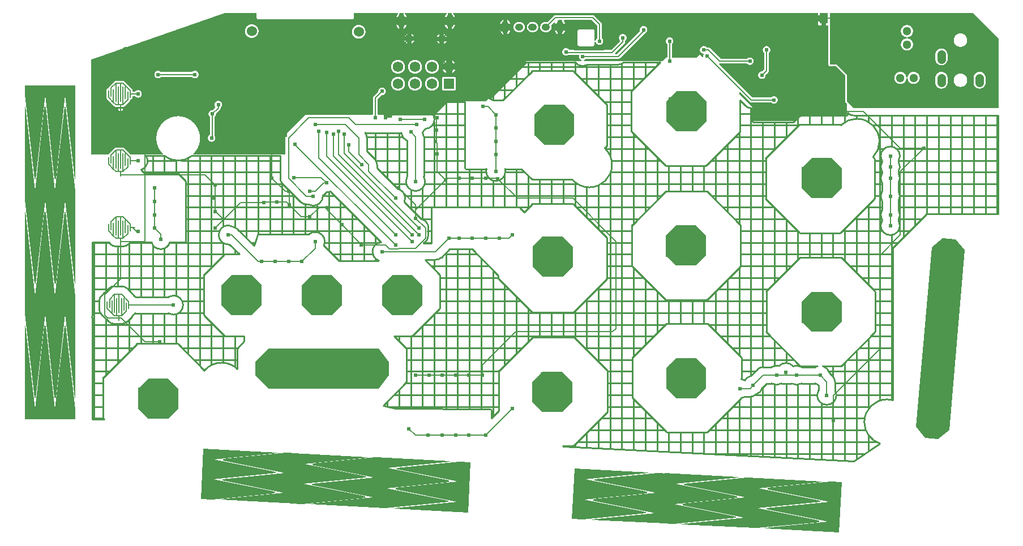
<source format=gtl>
G04 Layer: TopLayer*
G04 EasyEDA v6.3.30, 2020-03-21T18:53:40+08:00*
G04 c5f63f6c624d440bb2292f988f7b391a,d4aa0ff59f9544bb86dfcbd96f28fb4a,05*
G04 Gerber Generator version 0.2*
G04 Scale: 100 percent, Rotated: No, Reflected: No *
G04 Dimensions in millimeters *
G04 leading zeros omitted , absolute positions ,3 integer and 3 decimal *
%FSLAX33Y33*%
%MOMM*%
G90*
G71D02*

%ADD10C,0.200000*%
%ADD11C,0.254000*%
%ADD12C,0.101600*%
%ADD13C,0.100000*%
%ADD14C,0.399999*%
%ADD15C,0.177800*%
%ADD16C,0.609600*%
%ADD17C,0.999998*%
%ADD18R,1.168400X1.600200*%
%ADD19R,0.635000X0.254000*%
%ADD20C,1.524000*%
%ADD21C,1.299997*%
%ADD23C,1.574800*%
%ADD24C,1.092200*%

%LPD*%
G36*
G01X141851Y77743D02*
G01X120601Y77743D01*
G01X120587Y77742D01*
G01X120572Y77739D01*
G01X120559Y77734D01*
G01X120546Y77727D01*
G01X120535Y77718D01*
G01X120524Y77708D01*
G01X120516Y77696D01*
G01X120509Y77684D01*
G01X120504Y77670D01*
G01X120501Y77656D01*
G01X120500Y77641D01*
G01X120500Y77385D01*
G01X120501Y77370D01*
G01X120504Y77356D01*
G01X120509Y77342D01*
G01X120516Y77330D01*
G01X120524Y77318D01*
G01X120535Y77308D01*
G01X120546Y77299D01*
G01X120559Y77292D01*
G01X120572Y77287D01*
G01X120587Y77284D01*
G01X120601Y77283D01*
G01X120617Y77283D01*
G01X120641Y77282D01*
G01X120664Y77279D01*
G01X120687Y77273D01*
G01X120710Y77266D01*
G01X120731Y77256D01*
G01X120752Y77245D01*
G01X120772Y77231D01*
G01X120790Y77216D01*
G01X120807Y77199D01*
G01X120822Y77181D01*
G01X120835Y77162D01*
G01X120847Y77141D01*
G01X120856Y77119D01*
G01X120864Y77097D01*
G01X120869Y77074D01*
G01X120872Y77050D01*
G01X120874Y77026D01*
G01X120874Y76772D01*
G01X120872Y76749D01*
G01X120869Y76725D01*
G01X120864Y76702D01*
G01X120856Y76680D01*
G01X120847Y76658D01*
G01X120835Y76637D01*
G01X120822Y76618D01*
G01X120807Y76600D01*
G01X120790Y76583D01*
G01X120772Y76568D01*
G01X120752Y76554D01*
G01X120731Y76543D01*
G01X120710Y76533D01*
G01X120687Y76526D01*
G01X120664Y76520D01*
G01X120641Y76517D01*
G01X120617Y76516D01*
G01X120601Y76516D01*
G01X120587Y76515D01*
G01X120572Y76512D01*
G01X120559Y76507D01*
G01X120546Y76500D01*
G01X120535Y76491D01*
G01X120524Y76481D01*
G01X120516Y76469D01*
G01X120509Y76457D01*
G01X120504Y76443D01*
G01X120501Y76429D01*
G01X120500Y76414D01*
G01X120500Y70101D01*
G01X120501Y70087D01*
G01X120504Y70072D01*
G01X120509Y70059D01*
G01X120516Y70046D01*
G01X120524Y70035D01*
G01X120535Y70024D01*
G01X120546Y70016D01*
G01X120559Y70009D01*
G01X120572Y70004D01*
G01X120587Y70001D01*
G01X120601Y69999D01*
G01X121500Y69999D01*
G01X122999Y68499D01*
G01X122999Y64542D01*
G01X123001Y64526D01*
G01X123004Y64510D01*
G01X123010Y64495D01*
G01X123019Y64482D01*
G01X123029Y64470D01*
G01X123970Y63529D01*
G01X123982Y63519D01*
G01X123995Y63511D01*
G01X124010Y63504D01*
G01X124026Y63501D01*
G01X124041Y63500D01*
G01X145641Y63500D01*
G01X145656Y63501D01*
G01X145670Y63504D01*
G01X145684Y63509D01*
G01X145696Y63516D01*
G01X145708Y63524D01*
G01X145718Y63535D01*
G01X145727Y63546D01*
G01X145734Y63559D01*
G01X145739Y63572D01*
G01X145742Y63587D01*
G01X145743Y63601D01*
G01X145743Y73851D01*
G01X145742Y73867D01*
G01X145738Y73883D01*
G01X145732Y73897D01*
G01X145724Y73911D01*
G01X145713Y73923D01*
G01X141923Y77713D01*
G01X141911Y77724D01*
G01X141897Y77732D01*
G01X141883Y77738D01*
G01X141867Y77742D01*
G01X141851Y77743D01*
G37*

%LPC*%
G36*
G01X131043Y68905D02*
G01X131000Y68906D01*
G01X130956Y68905D01*
G01X130913Y68902D01*
G01X130871Y68897D01*
G01X130828Y68890D01*
G01X130786Y68880D01*
G01X130744Y68869D01*
G01X130703Y68856D01*
G01X130663Y68841D01*
G01X130623Y68824D01*
G01X130584Y68805D01*
G01X130546Y68785D01*
G01X130509Y68762D01*
G01X130474Y68738D01*
G01X130439Y68712D01*
G01X130406Y68685D01*
G01X130374Y68656D01*
G01X130343Y68625D01*
G01X130314Y68593D01*
G01X130287Y68560D01*
G01X130261Y68525D01*
G01X130237Y68490D01*
G01X130214Y68453D01*
G01X130194Y68415D01*
G01X130175Y68376D01*
G01X130158Y68336D01*
G01X130143Y68296D01*
G01X130130Y68255D01*
G01X130119Y68213D01*
G01X130109Y68171D01*
G01X130102Y68129D01*
G01X130097Y68086D01*
G01X130094Y68043D01*
G01X130093Y67999D01*
G01X130094Y67956D01*
G01X130097Y67913D01*
G01X130102Y67870D01*
G01X130109Y67828D01*
G01X130119Y67786D01*
G01X130130Y67744D01*
G01X130143Y67703D01*
G01X130158Y67663D01*
G01X130175Y67623D01*
G01X130194Y67584D01*
G01X130214Y67546D01*
G01X130237Y67509D01*
G01X130261Y67474D01*
G01X130287Y67439D01*
G01X130314Y67406D01*
G01X130343Y67374D01*
G01X130374Y67343D01*
G01X130406Y67314D01*
G01X130439Y67287D01*
G01X130474Y67261D01*
G01X130509Y67237D01*
G01X130546Y67214D01*
G01X130584Y67194D01*
G01X130623Y67175D01*
G01X130663Y67158D01*
G01X130703Y67143D01*
G01X130744Y67130D01*
G01X130786Y67119D01*
G01X130828Y67109D01*
G01X130871Y67102D01*
G01X130913Y67097D01*
G01X130956Y67094D01*
G01X131000Y67093D01*
G01X131043Y67094D01*
G01X131087Y67097D01*
G01X131130Y67102D01*
G01X131173Y67110D01*
G01X131216Y67119D01*
G01X131258Y67130D01*
G01X131299Y67144D01*
G01X131340Y67159D01*
G01X131380Y67177D01*
G01X131419Y67196D01*
G01X131457Y67217D01*
G01X131494Y67240D01*
G01X131530Y67265D01*
G01X131565Y67291D01*
G01X131599Y67319D01*
G01X131631Y67349D01*
G01X131661Y67380D01*
G01X131690Y67412D01*
G01X131718Y67446D01*
G01X131743Y67481D01*
G01X131767Y67518D01*
G01X131790Y67555D01*
G01X131810Y67594D01*
G01X131829Y67633D01*
G01X131845Y67674D01*
G01X131860Y67715D01*
G01X131873Y67756D01*
G01X131884Y67799D01*
G01X131892Y67841D01*
G01X131899Y67885D01*
G01X131902Y67899D01*
G01X131907Y67913D01*
G01X131913Y67926D01*
G01X131922Y67937D01*
G01X131932Y67948D01*
G01X131944Y67957D01*
G01X131957Y67964D01*
G01X131971Y67969D01*
G01X131985Y67972D01*
G01X132000Y67973D01*
G01X132014Y67972D01*
G01X132028Y67969D01*
G01X132042Y67964D01*
G01X132055Y67957D01*
G01X132067Y67948D01*
G01X132077Y67937D01*
G01X132086Y67926D01*
G01X132092Y67913D01*
G01X132097Y67899D01*
G01X132100Y67885D01*
G01X132107Y67841D01*
G01X132116Y67799D01*
G01X132126Y67756D01*
G01X132139Y67715D01*
G01X132154Y67674D01*
G01X132170Y67633D01*
G01X132189Y67594D01*
G01X132209Y67555D01*
G01X132232Y67518D01*
G01X132256Y67481D01*
G01X132281Y67446D01*
G01X132309Y67412D01*
G01X132338Y67380D01*
G01X132368Y67349D01*
G01X132401Y67319D01*
G01X132434Y67291D01*
G01X132469Y67265D01*
G01X132505Y67240D01*
G01X132542Y67217D01*
G01X132580Y67196D01*
G01X132619Y67177D01*
G01X132659Y67159D01*
G01X132700Y67144D01*
G01X132741Y67130D01*
G01X132783Y67119D01*
G01X132826Y67110D01*
G01X132869Y67102D01*
G01X132912Y67097D01*
G01X132956Y67094D01*
G01X133000Y67093D01*
G01X133043Y67094D01*
G01X133086Y67097D01*
G01X133129Y67102D01*
G01X133171Y67109D01*
G01X133213Y67119D01*
G01X133255Y67130D01*
G01X133296Y67143D01*
G01X133336Y67158D01*
G01X133376Y67175D01*
G01X133415Y67194D01*
G01X133453Y67214D01*
G01X133490Y67237D01*
G01X133525Y67261D01*
G01X133560Y67287D01*
G01X133593Y67314D01*
G01X133625Y67343D01*
G01X133656Y67374D01*
G01X133685Y67406D01*
G01X133712Y67439D01*
G01X133738Y67474D01*
G01X133762Y67509D01*
G01X133785Y67546D01*
G01X133805Y67584D01*
G01X133824Y67623D01*
G01X133841Y67663D01*
G01X133856Y67703D01*
G01X133869Y67744D01*
G01X133880Y67786D01*
G01X133890Y67828D01*
G01X133897Y67870D01*
G01X133902Y67913D01*
G01X133905Y67956D01*
G01X133906Y67999D01*
G01X133905Y68043D01*
G01X133902Y68086D01*
G01X133897Y68129D01*
G01X133890Y68171D01*
G01X133880Y68213D01*
G01X133869Y68255D01*
G01X133856Y68296D01*
G01X133841Y68336D01*
G01X133824Y68376D01*
G01X133805Y68415D01*
G01X133785Y68453D01*
G01X133762Y68490D01*
G01X133738Y68525D01*
G01X133712Y68560D01*
G01X133685Y68593D01*
G01X133656Y68625D01*
G01X133625Y68656D01*
G01X133593Y68685D01*
G01X133560Y68712D01*
G01X133525Y68738D01*
G01X133490Y68762D01*
G01X133453Y68785D01*
G01X133415Y68805D01*
G01X133376Y68824D01*
G01X133336Y68841D01*
G01X133296Y68856D01*
G01X133255Y68869D01*
G01X133213Y68880D01*
G01X133171Y68890D01*
G01X133129Y68897D01*
G01X133086Y68902D01*
G01X133043Y68905D01*
G01X133000Y68906D01*
G01X132956Y68905D01*
G01X132912Y68902D01*
G01X132869Y68897D01*
G01X132826Y68889D01*
G01X132783Y68880D01*
G01X132741Y68869D01*
G01X132700Y68855D01*
G01X132659Y68840D01*
G01X132619Y68822D01*
G01X132580Y68803D01*
G01X132542Y68782D01*
G01X132505Y68759D01*
G01X132469Y68734D01*
G01X132434Y68708D01*
G01X132401Y68680D01*
G01X132368Y68650D01*
G01X132338Y68619D01*
G01X132309Y68587D01*
G01X132281Y68553D01*
G01X132256Y68518D01*
G01X132232Y68481D01*
G01X132209Y68444D01*
G01X132189Y68405D01*
G01X132170Y68366D01*
G01X132154Y68325D01*
G01X132139Y68284D01*
G01X132126Y68243D01*
G01X132116Y68200D01*
G01X132107Y68158D01*
G01X132100Y68114D01*
G01X132097Y68100D01*
G01X132092Y68086D01*
G01X132086Y68073D01*
G01X132077Y68062D01*
G01X132067Y68051D01*
G01X132055Y68042D01*
G01X132042Y68035D01*
G01X132028Y68030D01*
G01X132014Y68027D01*
G01X132000Y68026D01*
G01X131985Y68027D01*
G01X131971Y68030D01*
G01X131957Y68035D01*
G01X131944Y68042D01*
G01X131932Y68051D01*
G01X131922Y68062D01*
G01X131913Y68073D01*
G01X131907Y68086D01*
G01X131902Y68100D01*
G01X131899Y68114D01*
G01X131892Y68158D01*
G01X131884Y68200D01*
G01X131873Y68243D01*
G01X131860Y68284D01*
G01X131845Y68325D01*
G01X131829Y68366D01*
G01X131810Y68405D01*
G01X131790Y68444D01*
G01X131767Y68481D01*
G01X131743Y68518D01*
G01X131718Y68553D01*
G01X131690Y68587D01*
G01X131661Y68619D01*
G01X131631Y68650D01*
G01X131599Y68680D01*
G01X131565Y68708D01*
G01X131530Y68734D01*
G01X131494Y68759D01*
G01X131457Y68782D01*
G01X131419Y68803D01*
G01X131380Y68822D01*
G01X131340Y68840D01*
G01X131299Y68855D01*
G01X131258Y68869D01*
G01X131216Y68880D01*
G01X131173Y68889D01*
G01X131130Y68897D01*
G01X131087Y68902D01*
G01X131043Y68905D01*
G37*
G36*
G01X132043Y75905D02*
G01X132000Y75906D01*
G01X131956Y75905D01*
G01X131913Y75902D01*
G01X131871Y75897D01*
G01X131828Y75890D01*
G01X131786Y75880D01*
G01X131744Y75869D01*
G01X131703Y75856D01*
G01X131663Y75841D01*
G01X131623Y75824D01*
G01X131584Y75805D01*
G01X131546Y75785D01*
G01X131509Y75762D01*
G01X131474Y75738D01*
G01X131439Y75712D01*
G01X131406Y75685D01*
G01X131374Y75656D01*
G01X131343Y75625D01*
G01X131314Y75593D01*
G01X131287Y75560D01*
G01X131261Y75525D01*
G01X131237Y75490D01*
G01X131214Y75453D01*
G01X131194Y75415D01*
G01X131175Y75376D01*
G01X131158Y75336D01*
G01X131143Y75296D01*
G01X131130Y75255D01*
G01X131119Y75213D01*
G01X131109Y75171D01*
G01X131102Y75129D01*
G01X131097Y75086D01*
G01X131094Y75043D01*
G01X131093Y75000D01*
G01X131094Y74956D01*
G01X131097Y74912D01*
G01X131102Y74869D01*
G01X131110Y74826D01*
G01X131119Y74783D01*
G01X131131Y74741D01*
G01X131144Y74700D01*
G01X131159Y74659D01*
G01X131177Y74619D01*
G01X131196Y74580D01*
G01X131217Y74542D01*
G01X131240Y74505D01*
G01X131265Y74469D01*
G01X131291Y74434D01*
G01X131319Y74401D01*
G01X131349Y74368D01*
G01X131380Y74338D01*
G01X131412Y74309D01*
G01X131446Y74281D01*
G01X131481Y74256D01*
G01X131518Y74232D01*
G01X131555Y74209D01*
G01X131594Y74189D01*
G01X131633Y74170D01*
G01X131674Y74154D01*
G01X131715Y74139D01*
G01X131756Y74126D01*
G01X131799Y74115D01*
G01X131841Y74107D01*
G01X131885Y74100D01*
G01X131899Y74097D01*
G01X131913Y74092D01*
G01X131926Y74086D01*
G01X131937Y74077D01*
G01X131948Y74067D01*
G01X131957Y74055D01*
G01X131964Y74042D01*
G01X131969Y74028D01*
G01X131972Y74014D01*
G01X131973Y74000D01*
G01X131972Y73985D01*
G01X131969Y73971D01*
G01X131964Y73957D01*
G01X131957Y73944D01*
G01X131948Y73932D01*
G01X131937Y73922D01*
G01X131926Y73913D01*
G01X131913Y73907D01*
G01X131899Y73902D01*
G01X131885Y73899D01*
G01X131841Y73892D01*
G01X131799Y73884D01*
G01X131756Y73873D01*
G01X131715Y73860D01*
G01X131674Y73845D01*
G01X131633Y73829D01*
G01X131594Y73810D01*
G01X131555Y73790D01*
G01X131518Y73767D01*
G01X131481Y73743D01*
G01X131446Y73718D01*
G01X131412Y73690D01*
G01X131380Y73661D01*
G01X131349Y73631D01*
G01X131319Y73598D01*
G01X131291Y73565D01*
G01X131265Y73530D01*
G01X131240Y73494D01*
G01X131217Y73457D01*
G01X131196Y73419D01*
G01X131177Y73380D01*
G01X131159Y73340D01*
G01X131144Y73299D01*
G01X131131Y73258D01*
G01X131119Y73216D01*
G01X131110Y73173D01*
G01X131102Y73130D01*
G01X131097Y73087D01*
G01X131094Y73043D01*
G01X131093Y73000D01*
G01X131094Y72956D01*
G01X131097Y72913D01*
G01X131102Y72870D01*
G01X131109Y72828D01*
G01X131119Y72786D01*
G01X131130Y72744D01*
G01X131143Y72703D01*
G01X131158Y72663D01*
G01X131175Y72623D01*
G01X131194Y72584D01*
G01X131214Y72546D01*
G01X131237Y72509D01*
G01X131261Y72474D01*
G01X131287Y72439D01*
G01X131314Y72406D01*
G01X131343Y72374D01*
G01X131374Y72343D01*
G01X131406Y72314D01*
G01X131439Y72287D01*
G01X131474Y72261D01*
G01X131509Y72237D01*
G01X131546Y72214D01*
G01X131584Y72194D01*
G01X131623Y72175D01*
G01X131663Y72158D01*
G01X131703Y72143D01*
G01X131744Y72130D01*
G01X131786Y72119D01*
G01X131828Y72109D01*
G01X131871Y72102D01*
G01X131913Y72097D01*
G01X131956Y72094D01*
G01X132000Y72093D01*
G01X132043Y72094D01*
G01X132086Y72097D01*
G01X132129Y72102D01*
G01X132171Y72109D01*
G01X132213Y72119D01*
G01X132255Y72130D01*
G01X132296Y72143D01*
G01X132336Y72158D01*
G01X132376Y72175D01*
G01X132415Y72194D01*
G01X132453Y72214D01*
G01X132490Y72237D01*
G01X132525Y72261D01*
G01X132560Y72287D01*
G01X132593Y72314D01*
G01X132625Y72343D01*
G01X132656Y72374D01*
G01X132685Y72406D01*
G01X132712Y72439D01*
G01X132738Y72474D01*
G01X132762Y72509D01*
G01X132785Y72546D01*
G01X132805Y72584D01*
G01X132824Y72623D01*
G01X132841Y72663D01*
G01X132856Y72703D01*
G01X132869Y72744D01*
G01X132881Y72786D01*
G01X132890Y72828D01*
G01X132897Y72870D01*
G01X132902Y72913D01*
G01X132905Y72956D01*
G01X132906Y73000D01*
G01X132905Y73043D01*
G01X132902Y73087D01*
G01X132897Y73130D01*
G01X132889Y73173D01*
G01X132880Y73216D01*
G01X132869Y73258D01*
G01X132855Y73299D01*
G01X132840Y73340D01*
G01X132822Y73380D01*
G01X132803Y73419D01*
G01X132782Y73457D01*
G01X132759Y73494D01*
G01X132734Y73530D01*
G01X132708Y73565D01*
G01X132680Y73598D01*
G01X132650Y73631D01*
G01X132619Y73661D01*
G01X132587Y73690D01*
G01X132553Y73718D01*
G01X132518Y73743D01*
G01X132481Y73767D01*
G01X132444Y73790D01*
G01X132405Y73810D01*
G01X132366Y73829D01*
G01X132325Y73845D01*
G01X132284Y73860D01*
G01X132243Y73873D01*
G01X132200Y73884D01*
G01X132158Y73892D01*
G01X132114Y73899D01*
G01X132100Y73902D01*
G01X132086Y73907D01*
G01X132073Y73913D01*
G01X132062Y73922D01*
G01X132051Y73932D01*
G01X132042Y73944D01*
G01X132035Y73957D01*
G01X132030Y73971D01*
G01X132027Y73985D01*
G01X132026Y74000D01*
G01X132027Y74014D01*
G01X132030Y74028D01*
G01X132035Y74042D01*
G01X132042Y74055D01*
G01X132051Y74067D01*
G01X132062Y74077D01*
G01X132073Y74086D01*
G01X132086Y74092D01*
G01X132100Y74097D01*
G01X132114Y74100D01*
G01X132158Y74107D01*
G01X132200Y74115D01*
G01X132243Y74126D01*
G01X132284Y74139D01*
G01X132325Y74154D01*
G01X132366Y74170D01*
G01X132405Y74189D01*
G01X132444Y74209D01*
G01X132481Y74232D01*
G01X132518Y74256D01*
G01X132553Y74281D01*
G01X132587Y74309D01*
G01X132619Y74338D01*
G01X132650Y74368D01*
G01X132680Y74401D01*
G01X132708Y74434D01*
G01X132734Y74469D01*
G01X132759Y74505D01*
G01X132782Y74542D01*
G01X132803Y74580D01*
G01X132822Y74619D01*
G01X132840Y74659D01*
G01X132855Y74700D01*
G01X132869Y74741D01*
G01X132880Y74783D01*
G01X132889Y74826D01*
G01X132897Y74869D01*
G01X132902Y74912D01*
G01X132905Y74956D01*
G01X132906Y75000D01*
G01X132905Y75043D01*
G01X132902Y75086D01*
G01X132897Y75129D01*
G01X132890Y75171D01*
G01X132881Y75213D01*
G01X132869Y75255D01*
G01X132856Y75296D01*
G01X132841Y75336D01*
G01X132824Y75376D01*
G01X132805Y75415D01*
G01X132785Y75453D01*
G01X132762Y75490D01*
G01X132738Y75525D01*
G01X132712Y75560D01*
G01X132685Y75593D01*
G01X132656Y75625D01*
G01X132625Y75656D01*
G01X132593Y75685D01*
G01X132560Y75712D01*
G01X132525Y75738D01*
G01X132490Y75762D01*
G01X132453Y75785D01*
G01X132415Y75805D01*
G01X132376Y75824D01*
G01X132336Y75841D01*
G01X132296Y75856D01*
G01X132255Y75869D01*
G01X132213Y75880D01*
G01X132171Y75890D01*
G01X132129Y75897D01*
G01X132086Y75902D01*
G01X132043Y75905D01*
G37*
G36*
G01X137193Y68905D02*
G01X137149Y68906D01*
G01X137106Y68905D01*
G01X137063Y68901D01*
G01X137020Y68896D01*
G01X136978Y68889D01*
G01X136936Y68880D01*
G01X136894Y68869D01*
G01X136853Y68856D01*
G01X136812Y68841D01*
G01X136773Y68824D01*
G01X136734Y68805D01*
G01X136696Y68784D01*
G01X136659Y68762D01*
G01X136589Y68712D01*
G01X136556Y68684D01*
G01X136524Y68655D01*
G01X136493Y68625D01*
G01X136464Y68593D01*
G01X136437Y68559D01*
G01X136411Y68525D01*
G01X136387Y68489D01*
G01X136364Y68452D01*
G01X136344Y68414D01*
G01X136325Y68376D01*
G01X136308Y68336D01*
G01X136293Y68296D01*
G01X136280Y68254D01*
G01X136268Y68213D01*
G01X136259Y68171D01*
G01X136252Y68128D01*
G01X136247Y68085D01*
G01X136244Y68042D01*
G01X136243Y67999D01*
G01X136243Y67300D01*
G01X136244Y67257D01*
G01X136247Y67214D01*
G01X136252Y67171D01*
G01X136259Y67128D01*
G01X136268Y67086D01*
G01X136280Y67045D01*
G01X136293Y67003D01*
G01X136308Y66963D01*
G01X136325Y66923D01*
G01X136344Y66885D01*
G01X136364Y66847D01*
G01X136387Y66810D01*
G01X136411Y66774D01*
G01X136437Y66740D01*
G01X136464Y66706D01*
G01X136493Y66674D01*
G01X136524Y66644D01*
G01X136556Y66615D01*
G01X136589Y66587D01*
G01X136659Y66537D01*
G01X136696Y66515D01*
G01X136734Y66494D01*
G01X136773Y66475D01*
G01X136812Y66458D01*
G01X136853Y66443D01*
G01X136894Y66430D01*
G01X136936Y66419D01*
G01X136978Y66410D01*
G01X137020Y66403D01*
G01X137063Y66398D01*
G01X137106Y66394D01*
G01X137149Y66393D01*
G01X137193Y66394D01*
G01X137236Y66398D01*
G01X137278Y66403D01*
G01X137321Y66410D01*
G01X137363Y66419D01*
G01X137405Y66430D01*
G01X137446Y66443D01*
G01X137486Y66458D01*
G01X137526Y66475D01*
G01X137565Y66494D01*
G01X137603Y66515D01*
G01X137640Y66537D01*
G01X137710Y66587D01*
G01X137743Y66615D01*
G01X137775Y66644D01*
G01X137806Y66674D01*
G01X137835Y66706D01*
G01X137862Y66740D01*
G01X137888Y66774D01*
G01X137912Y66810D01*
G01X137935Y66847D01*
G01X137955Y66885D01*
G01X137974Y66923D01*
G01X137991Y66963D01*
G01X138006Y67003D01*
G01X138019Y67045D01*
G01X138030Y67086D01*
G01X138040Y67128D01*
G01X138047Y67171D01*
G01X138052Y67214D01*
G01X138055Y67257D01*
G01X138056Y67300D01*
G01X138056Y67999D01*
G01X138055Y68042D01*
G01X138052Y68085D01*
G01X138047Y68128D01*
G01X138040Y68171D01*
G01X138030Y68213D01*
G01X138019Y68254D01*
G01X138006Y68296D01*
G01X137991Y68336D01*
G01X137974Y68376D01*
G01X137955Y68414D01*
G01X137935Y68452D01*
G01X137912Y68489D01*
G01X137888Y68525D01*
G01X137862Y68559D01*
G01X137835Y68593D01*
G01X137806Y68625D01*
G01X137775Y68655D01*
G01X137743Y68684D01*
G01X137710Y68712D01*
G01X137640Y68762D01*
G01X137603Y68784D01*
G01X137565Y68805D01*
G01X137526Y68824D01*
G01X137486Y68841D01*
G01X137446Y68856D01*
G01X137405Y68869D01*
G01X137363Y68880D01*
G01X137321Y68889D01*
G01X137278Y68896D01*
G01X137236Y68901D01*
G01X137193Y68905D01*
G37*
G36*
G01X137193Y72405D02*
G01X137149Y72406D01*
G01X137106Y72405D01*
G01X137063Y72402D01*
G01X137020Y72397D01*
G01X136978Y72389D01*
G01X136936Y72380D01*
G01X136894Y72369D01*
G01X136853Y72356D01*
G01X136813Y72341D01*
G01X136773Y72324D01*
G01X136734Y72305D01*
G01X136696Y72284D01*
G01X136659Y72262D01*
G01X136624Y72238D01*
G01X136589Y72212D01*
G01X136556Y72184D01*
G01X136524Y72155D01*
G01X136493Y72125D01*
G01X136464Y72093D01*
G01X136437Y72060D01*
G01X136411Y72025D01*
G01X136387Y71989D01*
G01X136364Y71953D01*
G01X136344Y71915D01*
G01X136325Y71876D01*
G01X136308Y71836D01*
G01X136293Y71796D01*
G01X136280Y71755D01*
G01X136269Y71713D01*
G01X136259Y71671D01*
G01X136252Y71628D01*
G01X136247Y71585D01*
G01X136244Y71542D01*
G01X136243Y71499D01*
G01X136243Y70800D01*
G01X136244Y70757D01*
G01X136247Y70714D01*
G01X136252Y70671D01*
G01X136259Y70629D01*
G01X136269Y70586D01*
G01X136280Y70545D01*
G01X136293Y70504D01*
G01X136308Y70463D01*
G01X136325Y70424D01*
G01X136344Y70385D01*
G01X136364Y70347D01*
G01X136387Y70310D01*
G01X136411Y70274D01*
G01X136437Y70240D01*
G01X136464Y70207D01*
G01X136493Y70175D01*
G01X136524Y70144D01*
G01X136556Y70115D01*
G01X136589Y70088D01*
G01X136624Y70062D01*
G01X136659Y70038D01*
G01X136696Y70015D01*
G01X136734Y69994D01*
G01X136773Y69976D01*
G01X136813Y69959D01*
G01X136853Y69944D01*
G01X136894Y69930D01*
G01X136936Y69919D01*
G01X136978Y69910D01*
G01X137020Y69903D01*
G01X137063Y69898D01*
G01X137106Y69895D01*
G01X137149Y69894D01*
G01X137193Y69895D01*
G01X137236Y69898D01*
G01X137279Y69903D01*
G01X137321Y69910D01*
G01X137363Y69919D01*
G01X137405Y69930D01*
G01X137446Y69944D01*
G01X137486Y69959D01*
G01X137526Y69976D01*
G01X137565Y69994D01*
G01X137603Y70015D01*
G01X137640Y70038D01*
G01X137675Y70062D01*
G01X137710Y70088D01*
G01X137743Y70115D01*
G01X137775Y70144D01*
G01X137806Y70175D01*
G01X137835Y70207D01*
G01X137862Y70240D01*
G01X137888Y70274D01*
G01X137912Y70310D01*
G01X137935Y70347D01*
G01X137955Y70385D01*
G01X137974Y70424D01*
G01X137991Y70463D01*
G01X138006Y70504D01*
G01X138019Y70545D01*
G01X138030Y70586D01*
G01X138040Y70629D01*
G01X138047Y70671D01*
G01X138052Y70714D01*
G01X138055Y70757D01*
G01X138056Y70800D01*
G01X138056Y71499D01*
G01X138055Y71542D01*
G01X138052Y71585D01*
G01X138047Y71628D01*
G01X138040Y71671D01*
G01X138030Y71713D01*
G01X138019Y71755D01*
G01X138006Y71796D01*
G01X137991Y71836D01*
G01X137974Y71876D01*
G01X137955Y71915D01*
G01X137935Y71953D01*
G01X137912Y71989D01*
G01X137888Y72025D01*
G01X137862Y72060D01*
G01X137835Y72093D01*
G01X137806Y72125D01*
G01X137775Y72155D01*
G01X137743Y72184D01*
G01X137710Y72212D01*
G01X137675Y72238D01*
G01X137640Y72262D01*
G01X137603Y72284D01*
G01X137565Y72305D01*
G01X137526Y72324D01*
G01X137486Y72341D01*
G01X137446Y72356D01*
G01X137405Y72369D01*
G01X137363Y72380D01*
G01X137321Y72389D01*
G01X137279Y72397D01*
G01X137236Y72402D01*
G01X137193Y72405D01*
G37*
G36*
G01X142893Y68905D02*
G01X142849Y68906D01*
G01X142806Y68905D01*
G01X142763Y68901D01*
G01X142720Y68896D01*
G01X142678Y68889D01*
G01X142636Y68880D01*
G01X142594Y68869D01*
G01X142553Y68856D01*
G01X142512Y68841D01*
G01X142473Y68824D01*
G01X142434Y68805D01*
G01X142396Y68784D01*
G01X142359Y68762D01*
G01X142324Y68738D01*
G01X142289Y68712D01*
G01X142256Y68684D01*
G01X142224Y68655D01*
G01X142193Y68625D01*
G01X142164Y68593D01*
G01X142137Y68559D01*
G01X142111Y68525D01*
G01X142087Y68489D01*
G01X142064Y68452D01*
G01X142044Y68414D01*
G01X142025Y68376D01*
G01X142008Y68336D01*
G01X141993Y68296D01*
G01X141980Y68254D01*
G01X141968Y68213D01*
G01X141959Y68171D01*
G01X141952Y68128D01*
G01X141947Y68085D01*
G01X141944Y68042D01*
G01X141943Y67999D01*
G01X141943Y67300D01*
G01X141944Y67257D01*
G01X141947Y67214D01*
G01X141952Y67171D01*
G01X141959Y67128D01*
G01X141968Y67086D01*
G01X141980Y67045D01*
G01X141993Y67004D01*
G01X142008Y66963D01*
G01X142025Y66923D01*
G01X142044Y66885D01*
G01X142064Y66847D01*
G01X142087Y66810D01*
G01X142111Y66774D01*
G01X142137Y66740D01*
G01X142164Y66706D01*
G01X142193Y66674D01*
G01X142224Y66644D01*
G01X142256Y66615D01*
G01X142289Y66587D01*
G01X142359Y66537D01*
G01X142396Y66515D01*
G01X142434Y66494D01*
G01X142473Y66475D01*
G01X142512Y66458D01*
G01X142553Y66443D01*
G01X142594Y66430D01*
G01X142636Y66419D01*
G01X142678Y66410D01*
G01X142720Y66403D01*
G01X142763Y66398D01*
G01X142806Y66395D01*
G01X142849Y66393D01*
G01X142893Y66395D01*
G01X142936Y66398D01*
G01X142978Y66403D01*
G01X143021Y66410D01*
G01X143063Y66419D01*
G01X143105Y66430D01*
G01X143146Y66443D01*
G01X143186Y66458D01*
G01X143226Y66475D01*
G01X143265Y66494D01*
G01X143303Y66515D01*
G01X143340Y66537D01*
G01X143410Y66587D01*
G01X143443Y66615D01*
G01X143475Y66644D01*
G01X143505Y66674D01*
G01X143535Y66706D01*
G01X143562Y66740D01*
G01X143588Y66774D01*
G01X143612Y66810D01*
G01X143634Y66847D01*
G01X143655Y66885D01*
G01X143674Y66923D01*
G01X143691Y66963D01*
G01X143706Y67004D01*
G01X143719Y67045D01*
G01X143730Y67086D01*
G01X143740Y67128D01*
G01X143747Y67171D01*
G01X143752Y67214D01*
G01X143755Y67257D01*
G01X143756Y67300D01*
G01X143756Y67999D01*
G01X143755Y68042D01*
G01X143752Y68085D01*
G01X143747Y68128D01*
G01X143740Y68171D01*
G01X143730Y68213D01*
G01X143719Y68254D01*
G01X143706Y68296D01*
G01X143691Y68336D01*
G01X143674Y68376D01*
G01X143655Y68414D01*
G01X143634Y68452D01*
G01X143612Y68489D01*
G01X143588Y68525D01*
G01X143562Y68559D01*
G01X143535Y68593D01*
G01X143505Y68625D01*
G01X143475Y68655D01*
G01X143443Y68684D01*
G01X143410Y68712D01*
G01X143375Y68738D01*
G01X143340Y68762D01*
G01X143303Y68784D01*
G01X143265Y68805D01*
G01X143226Y68824D01*
G01X143186Y68841D01*
G01X143146Y68856D01*
G01X143105Y68869D01*
G01X143063Y68880D01*
G01X143021Y68889D01*
G01X142978Y68896D01*
G01X142936Y68901D01*
G01X142893Y68905D01*
G37*
G36*
G01X140046Y74655D02*
G01X139999Y74656D01*
G01X139953Y74655D01*
G01X139906Y74652D01*
G01X139860Y74646D01*
G01X139814Y74639D01*
G01X139769Y74629D01*
G01X139724Y74618D01*
G01X139679Y74604D01*
G01X139636Y74588D01*
G01X139593Y74570D01*
G01X139551Y74551D01*
G01X139510Y74529D01*
G01X139469Y74505D01*
G01X139431Y74480D01*
G01X139393Y74453D01*
G01X139356Y74424D01*
G01X139321Y74393D01*
G01X139288Y74361D01*
G01X139256Y74328D01*
G01X139225Y74293D01*
G01X139196Y74256D01*
G01X139169Y74218D01*
G01X139144Y74179D01*
G01X139120Y74139D01*
G01X139098Y74098D01*
G01X139079Y74056D01*
G01X139061Y74013D01*
G01X139045Y73969D01*
G01X139031Y73925D01*
G01X139020Y73880D01*
G01X139010Y73835D01*
G01X139002Y73789D01*
G01X138997Y73742D01*
G01X138994Y73696D01*
G01X138993Y73650D01*
G01X138994Y73603D01*
G01X138997Y73557D01*
G01X139002Y73511D01*
G01X139010Y73465D01*
G01X139020Y73419D01*
G01X139031Y73374D01*
G01X139045Y73330D01*
G01X139061Y73286D01*
G01X139079Y73243D01*
G01X139098Y73201D01*
G01X139120Y73160D01*
G01X139144Y73120D01*
G01X139169Y73081D01*
G01X139196Y73043D01*
G01X139225Y73007D01*
G01X139256Y72971D01*
G01X139288Y72938D01*
G01X139321Y72906D01*
G01X139356Y72875D01*
G01X139393Y72846D01*
G01X139431Y72819D01*
G01X139469Y72794D01*
G01X139510Y72770D01*
G01X139551Y72749D01*
G01X139593Y72729D01*
G01X139636Y72711D01*
G01X139679Y72695D01*
G01X139724Y72681D01*
G01X139769Y72670D01*
G01X139814Y72660D01*
G01X139860Y72653D01*
G01X139906Y72647D01*
G01X139953Y72644D01*
G01X139999Y72643D01*
G01X140046Y72644D01*
G01X140092Y72647D01*
G01X140138Y72653D01*
G01X140184Y72660D01*
G01X140230Y72670D01*
G01X140275Y72681D01*
G01X140319Y72695D01*
G01X140363Y72711D01*
G01X140406Y72729D01*
G01X140448Y72749D01*
G01X140489Y72770D01*
G01X140529Y72794D01*
G01X140568Y72819D01*
G01X140606Y72846D01*
G01X140642Y72875D01*
G01X140677Y72906D01*
G01X140711Y72938D01*
G01X140743Y72971D01*
G01X140774Y73007D01*
G01X140803Y73043D01*
G01X140830Y73081D01*
G01X140855Y73120D01*
G01X140879Y73160D01*
G01X140900Y73201D01*
G01X140920Y73243D01*
G01X140938Y73286D01*
G01X140954Y73330D01*
G01X140967Y73374D01*
G01X140979Y73419D01*
G01X140989Y73465D01*
G01X140996Y73511D01*
G01X141002Y73557D01*
G01X141005Y73603D01*
G01X141006Y73650D01*
G01X141005Y73696D01*
G01X141002Y73742D01*
G01X140996Y73789D01*
G01X140989Y73835D01*
G01X140979Y73880D01*
G01X140967Y73925D01*
G01X140954Y73969D01*
G01X140938Y74013D01*
G01X140920Y74056D01*
G01X140900Y74098D01*
G01X140879Y74139D01*
G01X140855Y74179D01*
G01X140830Y74218D01*
G01X140803Y74256D01*
G01X140774Y74293D01*
G01X140743Y74328D01*
G01X140711Y74361D01*
G01X140677Y74393D01*
G01X140642Y74424D01*
G01X140606Y74453D01*
G01X140568Y74480D01*
G01X140529Y74505D01*
G01X140489Y74529D01*
G01X140448Y74551D01*
G01X140406Y74570D01*
G01X140363Y74588D01*
G01X140319Y74604D01*
G01X140275Y74618D01*
G01X140230Y74629D01*
G01X140184Y74639D01*
G01X140138Y74646D01*
G01X140092Y74652D01*
G01X140046Y74655D01*
G37*
G36*
G01X140046Y68655D02*
G01X139999Y68656D01*
G01X139953Y68655D01*
G01X139906Y68652D01*
G01X139860Y68647D01*
G01X139814Y68639D01*
G01X139769Y68629D01*
G01X139724Y68618D01*
G01X139679Y68604D01*
G01X139636Y68588D01*
G01X139593Y68570D01*
G01X139551Y68551D01*
G01X139510Y68529D01*
G01X139469Y68505D01*
G01X139431Y68480D01*
G01X139393Y68453D01*
G01X139356Y68424D01*
G01X139321Y68393D01*
G01X139288Y68361D01*
G01X139256Y68328D01*
G01X139225Y68293D01*
G01X139196Y68256D01*
G01X139169Y68218D01*
G01X139144Y68179D01*
G01X139120Y68139D01*
G01X139098Y68098D01*
G01X139079Y68056D01*
G01X139061Y68013D01*
G01X139045Y67969D01*
G01X139031Y67925D01*
G01X139020Y67880D01*
G01X139010Y67835D01*
G01X139002Y67789D01*
G01X138997Y67742D01*
G01X138994Y67696D01*
G01X138993Y67650D01*
G01X138994Y67603D01*
G01X138997Y67557D01*
G01X139002Y67511D01*
G01X139010Y67465D01*
G01X139020Y67419D01*
G01X139031Y67374D01*
G01X139045Y67330D01*
G01X139061Y67286D01*
G01X139079Y67243D01*
G01X139098Y67201D01*
G01X139120Y67160D01*
G01X139144Y67120D01*
G01X139169Y67081D01*
G01X139196Y67043D01*
G01X139225Y67007D01*
G01X139256Y66971D01*
G01X139288Y66938D01*
G01X139321Y66906D01*
G01X139356Y66875D01*
G01X139393Y66846D01*
G01X139431Y66819D01*
G01X139469Y66794D01*
G01X139510Y66770D01*
G01X139551Y66749D01*
G01X139593Y66729D01*
G01X139636Y66711D01*
G01X139679Y66695D01*
G01X139724Y66681D01*
G01X139769Y66670D01*
G01X139814Y66660D01*
G01X139860Y66653D01*
G01X139906Y66647D01*
G01X139953Y66644D01*
G01X139999Y66643D01*
G01X140046Y66644D01*
G01X140092Y66647D01*
G01X140138Y66653D01*
G01X140184Y66660D01*
G01X140230Y66670D01*
G01X140275Y66681D01*
G01X140319Y66695D01*
G01X140363Y66711D01*
G01X140406Y66729D01*
G01X140448Y66749D01*
G01X140489Y66770D01*
G01X140529Y66794D01*
G01X140568Y66819D01*
G01X140606Y66846D01*
G01X140642Y66875D01*
G01X140677Y66906D01*
G01X140711Y66938D01*
G01X140743Y66971D01*
G01X140774Y67007D01*
G01X140803Y67043D01*
G01X140830Y67081D01*
G01X140855Y67120D01*
G01X140879Y67160D01*
G01X140900Y67201D01*
G01X140920Y67243D01*
G01X140938Y67286D01*
G01X140954Y67330D01*
G01X140967Y67374D01*
G01X140979Y67419D01*
G01X140989Y67465D01*
G01X140996Y67511D01*
G01X141002Y67557D01*
G01X141005Y67603D01*
G01X141006Y67650D01*
G01X141005Y67696D01*
G01X141002Y67742D01*
G01X140996Y67789D01*
G01X140989Y67835D01*
G01X140979Y67880D01*
G01X140967Y67925D01*
G01X140954Y67969D01*
G01X140938Y68013D01*
G01X140920Y68056D01*
G01X140900Y68098D01*
G01X140879Y68139D01*
G01X140855Y68179D01*
G01X140830Y68218D01*
G01X140803Y68256D01*
G01X140774Y68293D01*
G01X140743Y68328D01*
G01X140711Y68361D01*
G01X140677Y68393D01*
G01X140642Y68424D01*
G01X140606Y68453D01*
G01X140568Y68480D01*
G01X140529Y68505D01*
G01X140489Y68529D01*
G01X140448Y68551D01*
G01X140406Y68570D01*
G01X140363Y68588D01*
G01X140319Y68604D01*
G01X140275Y68618D01*
G01X140230Y68629D01*
G01X140184Y68639D01*
G01X140138Y68647D01*
G01X140092Y68652D01*
G01X140046Y68655D01*
G37*

%LPD*%
G36*
G01X55817Y77743D02*
G01X49358Y77743D01*
G01X49343Y77742D01*
G01X49329Y77739D01*
G01X49315Y77734D01*
G01X49303Y77727D01*
G01X49291Y77718D01*
G01X49281Y77708D01*
G01X49272Y77696D01*
G01X49265Y77684D01*
G01X49260Y77670D01*
G01X49257Y77656D01*
G01X49256Y77641D01*
G01X49256Y76999D01*
G01X49255Y76976D01*
G01X49252Y76952D01*
G01X49246Y76929D01*
G01X49239Y76907D01*
G01X49229Y76885D01*
G01X49218Y76864D01*
G01X49204Y76845D01*
G01X49189Y76827D01*
G01X49172Y76810D01*
G01X49154Y76795D01*
G01X49135Y76781D01*
G01X49114Y76770D01*
G01X49092Y76760D01*
G01X49070Y76753D01*
G01X49047Y76747D01*
G01X49023Y76744D01*
G01X49000Y76743D01*
G01X35000Y76743D01*
G01X34976Y76744D01*
G01X34952Y76747D01*
G01X34929Y76753D01*
G01X34907Y76760D01*
G01X34885Y76770D01*
G01X34864Y76781D01*
G01X34845Y76795D01*
G01X34827Y76810D01*
G01X34810Y76827D01*
G01X34795Y76845D01*
G01X34781Y76864D01*
G01X34770Y76885D01*
G01X34760Y76907D01*
G01X34753Y76929D01*
G01X34747Y76952D01*
G01X34744Y76976D01*
G01X34743Y76999D01*
G01X34743Y77639D01*
G01X34742Y77654D01*
G01X34739Y77668D01*
G01X34734Y77682D01*
G01X34727Y77694D01*
G01X34718Y77706D01*
G01X34708Y77716D01*
G01X34696Y77725D01*
G01X34684Y77732D01*
G01X34670Y77737D01*
G01X34656Y77740D01*
G01X34641Y77741D01*
G01X29982Y77716D01*
G01X29965Y77714D01*
G01X29949Y77710D01*
G01X10068Y70752D01*
G01X10053Y70745D01*
G01X10040Y70737D01*
G01X10028Y70726D01*
G01X10018Y70714D01*
G01X10010Y70701D01*
G01X10004Y70686D01*
G01X10001Y70671D01*
G01X10000Y70656D01*
G01X10000Y56601D01*
G01X10001Y56587D01*
G01X10004Y56572D01*
G01X10009Y56559D01*
G01X10016Y56546D01*
G01X10024Y56535D01*
G01X10035Y56524D01*
G01X10046Y56516D01*
G01X10059Y56509D01*
G01X10072Y56504D01*
G01X10087Y56501D01*
G01X10101Y56499D01*
G01X12544Y56499D01*
G01X12559Y56501D01*
G01X12573Y56504D01*
G01X12587Y56509D01*
G01X12600Y56516D01*
G01X12612Y56525D01*
G01X12622Y56536D01*
G01X12630Y56548D01*
G01X12637Y56561D01*
G01X12642Y56575D01*
G01X12651Y56605D01*
G01X12663Y56633D01*
G01X12677Y56660D01*
G01X12693Y56686D01*
G01X12711Y56710D01*
G01X12732Y56732D01*
G01X13443Y57444D01*
G01X13463Y57462D01*
G01X13484Y57479D01*
G01X13507Y57494D01*
G01X13531Y57507D01*
G01X13555Y57518D01*
G01X13581Y57528D01*
G01X13607Y57535D01*
G01X13633Y57540D01*
G01X13660Y57544D01*
G01X13687Y57545D01*
G01X14754Y57545D01*
G01X14781Y57544D01*
G01X14808Y57540D01*
G01X14835Y57535D01*
G01X14861Y57528D01*
G01X14886Y57518D01*
G01X14911Y57507D01*
G01X14935Y57494D01*
G01X14957Y57479D01*
G01X14979Y57462D01*
G01X14999Y57444D01*
G01X15418Y57024D01*
G01X15913Y56529D01*
G01X15925Y56519D01*
G01X15939Y56511D01*
G01X15953Y56504D01*
G01X15969Y56501D01*
G01X15985Y56499D01*
G01X20649Y56499D01*
G01X20664Y56501D01*
G01X20678Y56504D01*
G01X20691Y56509D01*
G01X20704Y56516D01*
G01X20716Y56524D01*
G01X20726Y56535D01*
G01X20735Y56546D01*
G01X20742Y56559D01*
G01X20747Y56572D01*
G01X20750Y56587D01*
G01X20751Y56601D01*
G01X20750Y56617D01*
G01X20746Y56633D01*
G01X20739Y56648D01*
G01X20731Y56661D01*
G01X20720Y56674D01*
G01X20661Y56733D01*
G01X20604Y56794D01*
G01X20548Y56856D01*
G01X20494Y56919D01*
G01X20441Y56984D01*
G01X20341Y57118D01*
G01X20294Y57187D01*
G01X20248Y57257D01*
G01X20205Y57328D01*
G01X20163Y57401D01*
G01X20123Y57474D01*
G01X20084Y57548D01*
G01X20048Y57624D01*
G01X20014Y57700D01*
G01X19981Y57777D01*
G01X19951Y57855D01*
G01X19923Y57933D01*
G01X19896Y58012D01*
G01X19872Y58092D01*
G01X19850Y58173D01*
G01X19830Y58254D01*
G01X19812Y58336D01*
G01X19796Y58418D01*
G01X19782Y58500D01*
G01X19770Y58583D01*
G01X19760Y58666D01*
G01X19753Y58749D01*
G01X19747Y58832D01*
G01X19744Y58916D01*
G01X19743Y58999D01*
G01X19744Y59082D01*
G01X19747Y59164D01*
G01X19753Y59247D01*
G01X19760Y59329D01*
G01X19769Y59411D01*
G01X19781Y59493D01*
G01X19794Y59574D01*
G01X19810Y59655D01*
G01X19827Y59736D01*
G01X19847Y59816D01*
G01X19869Y59895D01*
G01X19892Y59974D01*
G01X19918Y60053D01*
G01X19946Y60130D01*
G01X19975Y60207D01*
G01X20007Y60284D01*
G01X20041Y60359D01*
G01X20076Y60434D01*
G01X20113Y60507D01*
G01X20152Y60580D01*
G01X20193Y60652D01*
G01X20236Y60722D01*
G01X20281Y60792D01*
G01X20327Y60860D01*
G01X20375Y60927D01*
G01X20424Y60993D01*
G01X20476Y61057D01*
G01X20529Y61121D01*
G01X20583Y61183D01*
G01X20639Y61243D01*
G01X20697Y61302D01*
G01X20756Y61360D01*
G01X20817Y61416D01*
G01X20878Y61470D01*
G01X20942Y61523D01*
G01X21006Y61575D01*
G01X21072Y61624D01*
G01X21139Y61672D01*
G01X21208Y61719D01*
G01X21277Y61763D01*
G01X21348Y61806D01*
G01X21419Y61847D01*
G01X21492Y61886D01*
G01X21566Y61923D01*
G01X21640Y61959D01*
G01X21715Y61992D01*
G01X21792Y62024D01*
G01X21869Y62053D01*
G01X21946Y62081D01*
G01X22025Y62107D01*
G01X22104Y62130D01*
G01X22183Y62152D01*
G01X22264Y62172D01*
G01X22344Y62189D01*
G01X22425Y62205D01*
G01X22507Y62218D01*
G01X22588Y62230D01*
G01X22670Y62239D01*
G01X22752Y62247D01*
G01X22835Y62252D01*
G01X22917Y62255D01*
G01X23000Y62256D01*
G01X23082Y62255D01*
G01X23165Y62252D01*
G01X23247Y62247D01*
G01X23329Y62239D01*
G01X23411Y62230D01*
G01X23493Y62218D01*
G01X23574Y62205D01*
G01X23655Y62189D01*
G01X23736Y62172D01*
G01X23816Y62152D01*
G01X23896Y62130D01*
G01X23975Y62107D01*
G01X24053Y62081D01*
G01X24131Y62053D01*
G01X24208Y62024D01*
G01X24284Y61992D01*
G01X24359Y61959D01*
G01X24434Y61923D01*
G01X24507Y61886D01*
G01X24580Y61847D01*
G01X24652Y61806D01*
G01X24722Y61763D01*
G01X24792Y61719D01*
G01X24860Y61672D01*
G01X24927Y61624D01*
G01X24993Y61575D01*
G01X25058Y61523D01*
G01X25121Y61470D01*
G01X25183Y61416D01*
G01X25243Y61360D01*
G01X25302Y61302D01*
G01X25360Y61243D01*
G01X25416Y61183D01*
G01X25471Y61121D01*
G01X25524Y61057D01*
G01X25575Y60993D01*
G01X25625Y60927D01*
G01X25673Y60860D01*
G01X25719Y60792D01*
G01X25763Y60722D01*
G01X25806Y60652D01*
G01X25847Y60580D01*
G01X25886Y60507D01*
G01X25923Y60434D01*
G01X25959Y60359D01*
G01X25992Y60284D01*
G01X26024Y60207D01*
G01X26054Y60130D01*
G01X26081Y60053D01*
G01X26107Y59974D01*
G01X26131Y59895D01*
G01X26152Y59816D01*
G01X26172Y59736D01*
G01X26190Y59655D01*
G01X26205Y59574D01*
G01X26219Y59493D01*
G01X26230Y59411D01*
G01X26240Y59329D01*
G01X26247Y59247D01*
G01X26252Y59164D01*
G01X26255Y59082D01*
G01X26256Y58999D01*
G01X26255Y58916D01*
G01X26252Y58832D01*
G01X26247Y58749D01*
G01X26239Y58666D01*
G01X26229Y58583D01*
G01X26218Y58500D01*
G01X26204Y58418D01*
G01X26188Y58336D01*
G01X26170Y58254D01*
G01X26150Y58173D01*
G01X26127Y58092D01*
G01X26103Y58012D01*
G01X26077Y57933D01*
G01X26048Y57855D01*
G01X26018Y57777D01*
G01X25986Y57700D01*
G01X25951Y57624D01*
G01X25915Y57548D01*
G01X25877Y57474D01*
G01X25837Y57401D01*
G01X25795Y57328D01*
G01X25751Y57257D01*
G01X25705Y57187D01*
G01X25658Y57118D01*
G01X25609Y57051D01*
G01X25558Y56984D01*
G01X25505Y56919D01*
G01X25451Y56856D01*
G01X25395Y56794D01*
G01X25338Y56733D01*
G01X25279Y56674D01*
G01X25268Y56661D01*
G01X25260Y56648D01*
G01X25254Y56633D01*
G01X25250Y56617D01*
G01X25249Y56601D01*
G01X25250Y56587D01*
G01X25253Y56572D01*
G01X25258Y56559D01*
G01X25265Y56546D01*
G01X25273Y56535D01*
G01X25284Y56524D01*
G01X25295Y56516D01*
G01X25308Y56509D01*
G01X25322Y56504D01*
G01X25336Y56501D01*
G01X25350Y56500D01*
G01X38898Y56500D01*
G01X38912Y56501D01*
G01X38927Y56504D01*
G01X38940Y56509D01*
G01X38953Y56516D01*
G01X38964Y56524D01*
G01X38975Y56535D01*
G01X38983Y56546D01*
G01X38990Y56559D01*
G01X38995Y56572D01*
G01X38998Y56587D01*
G01X38999Y56601D01*
G01X38999Y59499D01*
G01X42000Y62500D01*
G01X52041Y62500D01*
G01X52056Y62501D01*
G01X52070Y62504D01*
G01X52083Y62509D01*
G01X52096Y62516D01*
G01X52108Y62524D01*
G01X52118Y62535D01*
G01X52127Y62546D01*
G01X52134Y62559D01*
G01X52139Y62572D01*
G01X52142Y62587D01*
G01X52143Y62601D01*
G01X52143Y64999D01*
G01X52144Y65027D01*
G01X52147Y65055D01*
G01X52153Y65083D01*
G01X52160Y65109D01*
G01X52170Y65136D01*
G01X52182Y65161D01*
G01X52195Y65186D01*
G01X52211Y65209D01*
G01X52228Y65231D01*
G01X52247Y65251D01*
G01X52908Y65913D01*
G01X52919Y65925D01*
G01X52927Y65938D01*
G01X52933Y65953D01*
G01X52937Y65969D01*
G01X52938Y65984D01*
G01X52938Y65999D01*
G01X52939Y66033D01*
G01X52942Y66067D01*
G01X52947Y66101D01*
G01X52954Y66134D01*
G01X52963Y66166D01*
G01X52975Y66198D01*
G01X52988Y66230D01*
G01X53002Y66260D01*
G01X53019Y66290D01*
G01X53037Y66318D01*
G01X53058Y66346D01*
G01X53079Y66372D01*
G01X53102Y66396D01*
G01X53127Y66420D01*
G01X53153Y66441D01*
G01X53181Y66461D01*
G01X53209Y66480D01*
G01X53239Y66496D01*
G01X53269Y66511D01*
G01X53300Y66524D01*
G01X53332Y66535D01*
G01X53365Y66544D01*
G01X53398Y66552D01*
G01X53432Y66557D01*
G01X53466Y66560D01*
G01X53499Y66561D01*
G01X53533Y66560D01*
G01X53567Y66557D01*
G01X53601Y66552D01*
G01X53634Y66544D01*
G01X53666Y66535D01*
G01X53698Y66524D01*
G01X53730Y66511D01*
G01X53760Y66496D01*
G01X53790Y66480D01*
G01X53818Y66461D01*
G01X53846Y66441D01*
G01X53872Y66420D01*
G01X53920Y66372D01*
G01X53941Y66346D01*
G01X53961Y66318D01*
G01X53980Y66290D01*
G01X53996Y66260D01*
G01X54011Y66230D01*
G01X54024Y66198D01*
G01X54035Y66166D01*
G01X54044Y66134D01*
G01X54052Y66101D01*
G01X54057Y66067D01*
G01X54060Y66033D01*
G01X54061Y65999D01*
G01X54060Y65965D01*
G01X54057Y65932D01*
G01X54052Y65898D01*
G01X54044Y65865D01*
G01X54035Y65832D01*
G01X54024Y65800D01*
G01X54011Y65769D01*
G01X53996Y65739D01*
G01X53980Y65709D01*
G01X53961Y65680D01*
G01X53941Y65653D01*
G01X53920Y65627D01*
G01X53896Y65602D01*
G01X53872Y65579D01*
G01X53846Y65557D01*
G01X53818Y65537D01*
G01X53790Y65519D01*
G01X53760Y65502D01*
G01X53730Y65487D01*
G01X53666Y65463D01*
G01X53634Y65454D01*
G01X53601Y65447D01*
G01X53567Y65442D01*
G01X53533Y65439D01*
G01X53499Y65438D01*
G01X53484Y65438D01*
G01X53469Y65437D01*
G01X53453Y65433D01*
G01X53438Y65427D01*
G01X53425Y65419D01*
G01X53413Y65408D01*
G01X52886Y64881D01*
G01X52875Y64869D01*
G01X52867Y64856D01*
G01X52861Y64841D01*
G01X52857Y64825D01*
G01X52856Y64810D01*
G01X52856Y62601D01*
G01X52857Y62587D01*
G01X52860Y62572D01*
G01X52865Y62559D01*
G01X52872Y62546D01*
G01X52881Y62535D01*
G01X52891Y62524D01*
G01X52903Y62516D01*
G01X52915Y62509D01*
G01X52929Y62504D01*
G01X52943Y62501D01*
G01X52958Y62500D01*
G01X60957Y62500D01*
G01X60973Y62501D01*
G01X60989Y62504D01*
G01X61004Y62511D01*
G01X61017Y62519D01*
G01X61029Y62529D01*
G01X63000Y64499D01*
G01X68957Y64499D01*
G01X68973Y64501D01*
G01X68989Y64504D01*
G01X69004Y64511D01*
G01X69017Y64519D01*
G01X69029Y64529D01*
G01X75000Y70499D01*
G01X83214Y70499D01*
G01X83229Y70501D01*
G01X83243Y70504D01*
G01X83257Y70509D01*
G01X83269Y70516D01*
G01X83281Y70524D01*
G01X83291Y70535D01*
G01X83300Y70546D01*
G01X83307Y70559D01*
G01X83312Y70572D01*
G01X83315Y70587D01*
G01X83316Y70601D01*
G01X83315Y70617D01*
G01X83311Y70633D01*
G01X83304Y70648D01*
G01X83296Y70662D01*
G01X83285Y70674D01*
G01X83272Y70685D01*
G01X83258Y70693D01*
G01X83227Y70709D01*
G01X83197Y70727D01*
G01X83168Y70747D01*
G01X83140Y70768D01*
G01X83114Y70792D01*
G01X83089Y70817D01*
G01X83066Y70843D01*
G01X83045Y70871D01*
G01X83025Y70900D01*
G01X83007Y70930D01*
G01X82991Y70961D01*
G01X82977Y70994D01*
G01X82966Y71027D01*
G01X82956Y71061D01*
G01X82948Y71095D01*
G01X82943Y71129D01*
G01X82939Y71164D01*
G01X82938Y71200D01*
G01X82940Y71240D01*
G01X82944Y71280D01*
G01X82951Y71320D01*
G01X82954Y71341D01*
G01X82953Y71356D01*
G01X82950Y71370D01*
G01X82944Y71384D01*
G01X82937Y71396D01*
G01X82929Y71408D01*
G01X82919Y71418D01*
G01X82907Y71427D01*
G01X82894Y71434D01*
G01X82881Y71439D01*
G01X82866Y71442D01*
G01X82852Y71443D01*
G01X81357Y71443D01*
G01X81343Y71442D01*
G01X81329Y71439D01*
G01X81315Y71434D01*
G01X81302Y71427D01*
G01X81272Y71409D01*
G01X81240Y71392D01*
G01X81208Y71378D01*
G01X81174Y71366D01*
G01X81140Y71356D01*
G01X81106Y71348D01*
G01X81070Y71343D01*
G01X81035Y71339D01*
G01X81000Y71338D01*
G01X80966Y71339D01*
G01X80932Y71342D01*
G01X80898Y71347D01*
G01X80865Y71354D01*
G01X80833Y71364D01*
G01X80800Y71375D01*
G01X80769Y71388D01*
G01X80739Y71402D01*
G01X80709Y71419D01*
G01X80681Y71438D01*
G01X80653Y71458D01*
G01X80627Y71479D01*
G01X80579Y71527D01*
G01X80558Y71553D01*
G01X80538Y71581D01*
G01X80519Y71609D01*
G01X80502Y71639D01*
G01X80488Y71669D01*
G01X80475Y71700D01*
G01X80464Y71732D01*
G01X80454Y71765D01*
G01X80447Y71798D01*
G01X80442Y71832D01*
G01X80439Y71866D01*
G01X80438Y71899D01*
G01X80439Y71933D01*
G01X80442Y71967D01*
G01X80447Y72001D01*
G01X80454Y72034D01*
G01X80464Y72066D01*
G01X80475Y72099D01*
G01X80488Y72130D01*
G01X80502Y72160D01*
G01X80519Y72190D01*
G01X80538Y72218D01*
G01X80558Y72246D01*
G01X80579Y72272D01*
G01X80627Y72320D01*
G01X80653Y72341D01*
G01X80681Y72361D01*
G01X80709Y72380D01*
G01X80739Y72397D01*
G01X80769Y72411D01*
G01X80800Y72424D01*
G01X80833Y72435D01*
G01X80865Y72445D01*
G01X80898Y72452D01*
G01X80932Y72457D01*
G01X80966Y72460D01*
G01X81000Y72461D01*
G01X81035Y72460D01*
G01X81070Y72456D01*
G01X81104Y72451D01*
G01X81138Y72443D01*
G01X81172Y72434D01*
G01X81205Y72422D01*
G01X81237Y72408D01*
G01X81269Y72392D01*
G01X81299Y72374D01*
G01X81328Y72355D01*
G01X81356Y72333D01*
G01X81382Y72310D01*
G01X81407Y72285D01*
G01X81430Y72259D01*
G01X81452Y72232D01*
G01X81472Y72203D01*
G01X81481Y72191D01*
G01X81491Y72181D01*
G01X81502Y72172D01*
G01X81515Y72165D01*
G01X81529Y72160D01*
G01X81543Y72157D01*
G01X81557Y72156D01*
G01X87710Y72156D01*
G01X87726Y72157D01*
G01X87741Y72161D01*
G01X87756Y72167D01*
G01X87770Y72175D01*
G01X87782Y72186D01*
G01X89079Y73483D01*
G01X89090Y73496D01*
G01X89098Y73509D01*
G01X89104Y73524D01*
G01X89108Y73539D01*
G01X89109Y73555D01*
G01X89108Y73570D01*
G01X89105Y73585D01*
G01X89099Y73599D01*
G01X89092Y73612D01*
G01X89083Y73623D01*
G01X89061Y73650D01*
G01X89040Y73677D01*
G01X89021Y73706D01*
G01X89004Y73735D01*
G01X88989Y73766D01*
G01X88976Y73798D01*
G01X88964Y73830D01*
G01X88955Y73863D01*
G01X88948Y73897D01*
G01X88942Y73931D01*
G01X88939Y73965D01*
G01X88938Y73999D01*
G01X88939Y74033D01*
G01X88942Y74067D01*
G01X88947Y74101D01*
G01X88955Y74134D01*
G01X88964Y74166D01*
G01X88975Y74198D01*
G01X88988Y74230D01*
G01X89003Y74260D01*
G01X89019Y74290D01*
G01X89038Y74318D01*
G01X89058Y74346D01*
G01X89079Y74372D01*
G01X89127Y74420D01*
G01X89153Y74441D01*
G01X89181Y74461D01*
G01X89209Y74480D01*
G01X89239Y74496D01*
G01X89269Y74511D01*
G01X89301Y74524D01*
G01X89333Y74535D01*
G01X89365Y74544D01*
G01X89398Y74551D01*
G01X89432Y74557D01*
G01X89466Y74560D01*
G01X89500Y74561D01*
G01X89533Y74560D01*
G01X89567Y74557D01*
G01X89601Y74551D01*
G01X89634Y74544D01*
G01X89667Y74535D01*
G01X89699Y74524D01*
G01X89730Y74511D01*
G01X89760Y74496D01*
G01X89790Y74480D01*
G01X89818Y74461D01*
G01X89846Y74441D01*
G01X89872Y74420D01*
G01X89897Y74396D01*
G01X89920Y74372D01*
G01X89941Y74346D01*
G01X89962Y74318D01*
G01X89980Y74290D01*
G01X89997Y74260D01*
G01X90011Y74230D01*
G01X90024Y74198D01*
G01X90036Y74166D01*
G01X90045Y74134D01*
G01X90052Y74101D01*
G01X90057Y74067D01*
G01X90060Y74033D01*
G01X90061Y73999D01*
G01X90060Y73964D01*
G01X90057Y73930D01*
G01X90051Y73895D01*
G01X90044Y73861D01*
G01X90034Y73828D01*
G01X90022Y73795D01*
G01X90009Y73763D01*
G01X89993Y73732D01*
G01X89975Y73701D01*
G01X89956Y73672D01*
G01X89935Y73645D01*
G01X89912Y73618D01*
G01X89887Y73594D01*
G01X89877Y73581D01*
G01X89868Y73567D01*
G01X89861Y73552D01*
G01X89857Y73536D01*
G01X89856Y73520D01*
G01X89856Y73399D01*
G01X89855Y73371D01*
G01X89852Y73344D01*
G01X89846Y73316D01*
G01X89839Y73289D01*
G01X89829Y73263D01*
G01X89817Y73238D01*
G01X89803Y73213D01*
G01X89788Y73190D01*
G01X89771Y73168D01*
G01X89752Y73147D01*
G01X88334Y71730D01*
G01X88324Y71718D01*
G01X88315Y71704D01*
G01X88309Y71689D01*
G01X88306Y71674D01*
G01X88304Y71658D01*
G01X88305Y71643D01*
G01X88308Y71629D01*
G01X88313Y71616D01*
G01X88320Y71603D01*
G01X88329Y71591D01*
G01X88339Y71581D01*
G01X88351Y71572D01*
G01X88364Y71565D01*
G01X88377Y71560D01*
G01X88391Y71557D01*
G01X88406Y71556D01*
G01X88611Y71556D01*
G01X88626Y71558D01*
G01X88642Y71561D01*
G01X88657Y71567D01*
G01X88670Y71576D01*
G01X88682Y71586D01*
G01X92036Y74939D01*
G01X92046Y74951D01*
G01X92054Y74965D01*
G01X92061Y74980D01*
G01X92064Y74995D01*
G01X92065Y75011D01*
G01X92064Y75026D01*
G01X92061Y75040D01*
G01X92051Y75079D01*
G01X92044Y75119D01*
G01X92040Y75159D01*
G01X92038Y75199D01*
G01X92039Y75233D01*
G01X92042Y75267D01*
G01X92047Y75301D01*
G01X92054Y75334D01*
G01X92064Y75366D01*
G01X92075Y75399D01*
G01X92088Y75430D01*
G01X92102Y75460D01*
G01X92119Y75490D01*
G01X92138Y75518D01*
G01X92158Y75546D01*
G01X92179Y75572D01*
G01X92227Y75620D01*
G01X92253Y75641D01*
G01X92281Y75661D01*
G01X92309Y75680D01*
G01X92339Y75697D01*
G01X92369Y75711D01*
G01X92400Y75724D01*
G01X92433Y75735D01*
G01X92465Y75745D01*
G01X92498Y75752D01*
G01X92532Y75757D01*
G01X92566Y75760D01*
G01X92600Y75761D01*
G01X92633Y75760D01*
G01X92667Y75757D01*
G01X92701Y75752D01*
G01X92734Y75745D01*
G01X92767Y75735D01*
G01X92799Y75724D01*
G01X92830Y75711D01*
G01X92860Y75697D01*
G01X92890Y75680D01*
G01X92918Y75661D01*
G01X92946Y75641D01*
G01X92972Y75620D01*
G01X93020Y75572D01*
G01X93041Y75546D01*
G01X93061Y75518D01*
G01X93080Y75490D01*
G01X93097Y75460D01*
G01X93111Y75430D01*
G01X93124Y75399D01*
G01X93135Y75366D01*
G01X93145Y75334D01*
G01X93152Y75301D01*
G01X93157Y75267D01*
G01X93160Y75233D01*
G01X93161Y75199D01*
G01X93160Y75165D01*
G01X93157Y75131D01*
G01X93151Y75097D01*
G01X93144Y75063D01*
G01X93135Y75030D01*
G01X93123Y74998D01*
G01X93110Y74966D01*
G01X93095Y74935D01*
G01X93078Y74905D01*
G01X93059Y74877D01*
G01X93038Y74849D01*
G01X93016Y74823D01*
G01X92992Y74798D01*
G01X92967Y74775D01*
G01X92940Y74753D01*
G01X92912Y74733D01*
G01X92883Y74715D01*
G01X92853Y74699D01*
G01X92822Y74684D01*
G01X92790Y74671D01*
G01X92776Y74665D01*
G01X92764Y74657D01*
G01X92752Y74648D01*
G01X89052Y70948D01*
G01X89032Y70929D01*
G01X89010Y70911D01*
G01X88987Y70896D01*
G01X88962Y70882D01*
G01X88937Y70870D01*
G01X88911Y70861D01*
G01X88884Y70853D01*
G01X88856Y70848D01*
G01X88828Y70844D01*
G01X88800Y70843D01*
G01X83979Y70843D01*
G01X83963Y70842D01*
G01X83947Y70838D01*
G01X83932Y70832D01*
G01X83918Y70823D01*
G01X83906Y70812D01*
G01X83881Y70788D01*
G01X83856Y70766D01*
G01X83829Y70745D01*
G01X83801Y70726D01*
G01X83771Y70708D01*
G01X83741Y70693D01*
G01X83727Y70685D01*
G01X83714Y70674D01*
G01X83704Y70662D01*
G01X83695Y70648D01*
G01X83688Y70633D01*
G01X83685Y70617D01*
G01X83683Y70601D01*
G01X83684Y70587D01*
G01X83687Y70572D01*
G01X83692Y70559D01*
G01X83699Y70546D01*
G01X83708Y70535D01*
G01X83718Y70524D01*
G01X83730Y70516D01*
G01X83743Y70509D01*
G01X83756Y70504D01*
G01X83770Y70501D01*
G01X83785Y70499D01*
G01X95357Y70499D01*
G01X95373Y70501D01*
G01X95389Y70504D01*
G01X95404Y70511D01*
G01X95417Y70519D01*
G01X95429Y70529D01*
G01X95900Y71000D01*
G01X96041Y71000D01*
G01X96056Y71001D01*
G01X96070Y71004D01*
G01X96084Y71009D01*
G01X96096Y71016D01*
G01X96108Y71024D01*
G01X96118Y71035D01*
G01X96127Y71046D01*
G01X96134Y71059D01*
G01X96139Y71073D01*
G01X96142Y71087D01*
G01X96143Y71101D01*
G01X96143Y73020D01*
G01X96142Y73037D01*
G01X96138Y73053D01*
G01X96131Y73068D01*
G01X96123Y73081D01*
G01X96112Y73094D01*
G01X96087Y73119D01*
G01X96064Y73145D01*
G01X96043Y73173D01*
G01X96024Y73202D01*
G01X96006Y73232D01*
G01X95991Y73263D01*
G01X95977Y73295D01*
G01X95965Y73328D01*
G01X95955Y73361D01*
G01X95948Y73395D01*
G01X95943Y73430D01*
G01X95939Y73465D01*
G01X95938Y73499D01*
G01X95939Y73533D01*
G01X95942Y73567D01*
G01X95947Y73601D01*
G01X95955Y73634D01*
G01X95964Y73666D01*
G01X95975Y73699D01*
G01X95988Y73730D01*
G01X96003Y73760D01*
G01X96019Y73790D01*
G01X96038Y73818D01*
G01X96058Y73846D01*
G01X96079Y73872D01*
G01X96127Y73920D01*
G01X96153Y73941D01*
G01X96181Y73961D01*
G01X96209Y73980D01*
G01X96239Y73997D01*
G01X96269Y74011D01*
G01X96301Y74024D01*
G01X96333Y74035D01*
G01X96365Y74045D01*
G01X96398Y74052D01*
G01X96432Y74057D01*
G01X96466Y74060D01*
G01X96500Y74061D01*
G01X96533Y74060D01*
G01X96567Y74057D01*
G01X96601Y74052D01*
G01X96634Y74045D01*
G01X96667Y74035D01*
G01X96699Y74024D01*
G01X96730Y74011D01*
G01X96760Y73997D01*
G01X96790Y73980D01*
G01X96818Y73961D01*
G01X96846Y73941D01*
G01X96872Y73920D01*
G01X96897Y73896D01*
G01X96920Y73872D01*
G01X96941Y73846D01*
G01X96962Y73818D01*
G01X96980Y73790D01*
G01X96997Y73760D01*
G01X97011Y73730D01*
G01X97024Y73699D01*
G01X97036Y73666D01*
G01X97045Y73634D01*
G01X97052Y73601D01*
G01X97057Y73567D01*
G01X97060Y73533D01*
G01X97061Y73499D01*
G01X97060Y73465D01*
G01X97057Y73430D01*
G01X97051Y73395D01*
G01X97044Y73361D01*
G01X97034Y73328D01*
G01X97022Y73295D01*
G01X97009Y73263D01*
G01X96993Y73232D01*
G01X96975Y73202D01*
G01X96956Y73173D01*
G01X96935Y73145D01*
G01X96912Y73119D01*
G01X96888Y73094D01*
G01X96877Y73081D01*
G01X96868Y73068D01*
G01X96861Y73053D01*
G01X96857Y73037D01*
G01X96856Y73020D01*
G01X96856Y71101D01*
G01X96857Y71087D01*
G01X96860Y71073D01*
G01X96865Y71059D01*
G01X96872Y71046D01*
G01X96881Y71035D01*
G01X96891Y71024D01*
G01X96903Y71016D01*
G01X96916Y71009D01*
G01X96929Y71004D01*
G01X96943Y71001D01*
G01X96958Y71000D01*
G01X100457Y71000D01*
G01X100473Y71001D01*
G01X100489Y71005D01*
G01X100504Y71011D01*
G01X100517Y71019D01*
G01X100529Y71029D01*
G01X101000Y71499D01*
G01X101373Y71126D01*
G01X101385Y71116D01*
G01X101398Y71108D01*
G01X101413Y71102D01*
G01X101428Y71098D01*
G01X101444Y71097D01*
G01X101459Y71098D01*
G01X101473Y71101D01*
G01X101487Y71106D01*
G01X101499Y71113D01*
G01X101511Y71122D01*
G01X101521Y71132D01*
G01X101530Y71143D01*
G01X101537Y71156D01*
G01X101542Y71170D01*
G01X101545Y71184D01*
G01X101546Y71198D01*
G01X101545Y71214D01*
G01X101540Y71257D01*
G01X101538Y71299D01*
G01X101539Y71335D01*
G01X101543Y71371D01*
G01X101548Y71406D01*
G01X101556Y71441D01*
G01X101566Y71475D01*
G01X101579Y71509D01*
G01X101584Y71527D01*
G01X101586Y71547D01*
G01X101585Y71562D01*
G01X101581Y71578D01*
G01X101575Y71592D01*
G01X101567Y71606D01*
G01X101557Y71618D01*
G01X101545Y71628D01*
G01X101532Y71637D01*
G01X101517Y71643D01*
G01X101502Y71647D01*
G01X101469Y71654D01*
G01X101436Y71663D01*
G01X101404Y71673D01*
G01X101372Y71686D01*
G01X101341Y71701D01*
G01X101311Y71718D01*
G01X101283Y71736D01*
G01X101255Y71756D01*
G01X101229Y71778D01*
G01X101204Y71801D01*
G01X101181Y71826D01*
G01X101159Y71852D01*
G01X101138Y71879D01*
G01X101120Y71908D01*
G01X101103Y71937D01*
G01X101088Y71968D01*
G01X101075Y72000D01*
G01X101064Y72032D01*
G01X101055Y72065D01*
G01X101047Y72098D01*
G01X101042Y72131D01*
G01X101039Y72165D01*
G01X101038Y72199D01*
G01X101039Y72233D01*
G01X101042Y72267D01*
G01X101047Y72301D01*
G01X101054Y72334D01*
G01X101064Y72366D01*
G01X101075Y72399D01*
G01X101088Y72430D01*
G01X101102Y72460D01*
G01X101119Y72490D01*
G01X101138Y72518D01*
G01X101158Y72546D01*
G01X101179Y72572D01*
G01X101227Y72620D01*
G01X101253Y72641D01*
G01X101281Y72661D01*
G01X101309Y72680D01*
G01X101339Y72697D01*
G01X101369Y72711D01*
G01X101400Y72724D01*
G01X101433Y72735D01*
G01X101465Y72745D01*
G01X101498Y72752D01*
G01X101532Y72757D01*
G01X101566Y72760D01*
G01X101600Y72761D01*
G01X101634Y72760D01*
G01X101669Y72756D01*
G01X101704Y72751D01*
G01X101738Y72744D01*
G01X101771Y72734D01*
G01X101804Y72722D01*
G01X101836Y72709D01*
G01X101867Y72693D01*
G01X101897Y72675D01*
G01X101926Y72656D01*
G01X101954Y72635D01*
G01X101980Y72612D01*
G01X102005Y72587D01*
G01X102017Y72577D01*
G01X102031Y72568D01*
G01X102046Y72561D01*
G01X102062Y72557D01*
G01X102079Y72556D01*
G01X102300Y72556D01*
G01X102327Y72555D01*
G01X102355Y72552D01*
G01X102383Y72546D01*
G01X102410Y72539D01*
G01X102436Y72529D01*
G01X102461Y72517D01*
G01X102486Y72504D01*
G01X102509Y72488D01*
G01X102531Y72471D01*
G01X102552Y72452D01*
G01X104117Y70886D01*
G01X104130Y70875D01*
G01X104143Y70867D01*
G01X104158Y70861D01*
G01X104173Y70857D01*
G01X104189Y70856D01*
G01X108020Y70856D01*
G01X108037Y70857D01*
G01X108053Y70861D01*
G01X108068Y70868D01*
G01X108082Y70877D01*
G01X108094Y70887D01*
G01X108119Y70912D01*
G01X108145Y70935D01*
G01X108173Y70956D01*
G01X108202Y70975D01*
G01X108232Y70993D01*
G01X108263Y71009D01*
G01X108295Y71022D01*
G01X108328Y71034D01*
G01X108361Y71044D01*
G01X108396Y71051D01*
G01X108430Y71056D01*
G01X108465Y71060D01*
G01X108500Y71061D01*
G01X108533Y71060D01*
G01X108567Y71057D01*
G01X108601Y71052D01*
G01X108634Y71045D01*
G01X108667Y71035D01*
G01X108699Y71024D01*
G01X108730Y71011D01*
G01X108760Y70997D01*
G01X108790Y70980D01*
G01X108818Y70961D01*
G01X108846Y70941D01*
G01X108872Y70920D01*
G01X108920Y70872D01*
G01X108941Y70846D01*
G01X108962Y70818D01*
G01X108980Y70790D01*
G01X108997Y70760D01*
G01X109011Y70730D01*
G01X109024Y70699D01*
G01X109035Y70666D01*
G01X109045Y70634D01*
G01X109052Y70601D01*
G01X109057Y70567D01*
G01X109060Y70533D01*
G01X109061Y70499D01*
G01X109060Y70466D01*
G01X109057Y70432D01*
G01X109052Y70398D01*
G01X109045Y70365D01*
G01X109035Y70332D01*
G01X109024Y70300D01*
G01X109011Y70269D01*
G01X108997Y70239D01*
G01X108980Y70209D01*
G01X108962Y70181D01*
G01X108941Y70153D01*
G01X108920Y70127D01*
G01X108872Y70079D01*
G01X108846Y70058D01*
G01X108818Y70038D01*
G01X108790Y70019D01*
G01X108760Y70002D01*
G01X108730Y69988D01*
G01X108699Y69975D01*
G01X108667Y69964D01*
G01X108634Y69954D01*
G01X108601Y69947D01*
G01X108567Y69942D01*
G01X108533Y69939D01*
G01X108500Y69938D01*
G01X108465Y69939D01*
G01X108430Y69942D01*
G01X108396Y69948D01*
G01X108361Y69955D01*
G01X108328Y69965D01*
G01X108295Y69977D01*
G01X108263Y69990D01*
G01X108232Y70006D01*
G01X108202Y70024D01*
G01X108173Y70043D01*
G01X108145Y70064D01*
G01X108119Y70087D01*
G01X108094Y70112D01*
G01X108082Y70122D01*
G01X108068Y70131D01*
G01X108053Y70138D01*
G01X108037Y70142D01*
G01X108020Y70143D01*
G01X104006Y70143D01*
G01X103991Y70142D01*
G01X103977Y70139D01*
G01X103963Y70134D01*
G01X103951Y70127D01*
G01X103939Y70118D01*
G01X103929Y70108D01*
G01X103920Y70096D01*
G01X103913Y70084D01*
G01X103908Y70070D01*
G01X103905Y70056D01*
G01X103904Y70041D01*
G01X103905Y70025D01*
G01X103909Y70010D01*
G01X103915Y69995D01*
G01X103923Y69982D01*
G01X103934Y69970D01*
G01X108818Y65086D01*
G01X108830Y65075D01*
G01X108843Y65067D01*
G01X108858Y65061D01*
G01X108874Y65057D01*
G01X108889Y65056D01*
G01X111620Y65056D01*
G01X111637Y65057D01*
G01X111653Y65061D01*
G01X111668Y65068D01*
G01X111682Y65076D01*
G01X111694Y65087D01*
G01X111719Y65112D01*
G01X111745Y65135D01*
G01X111773Y65156D01*
G01X111802Y65175D01*
G01X111832Y65193D01*
G01X111863Y65208D01*
G01X111895Y65222D01*
G01X111928Y65234D01*
G01X111961Y65243D01*
G01X111995Y65251D01*
G01X112030Y65256D01*
G01X112065Y65260D01*
G01X112100Y65261D01*
G01X112133Y65260D01*
G01X112167Y65257D01*
G01X112201Y65252D01*
G01X112234Y65244D01*
G01X112267Y65235D01*
G01X112299Y65224D01*
G01X112330Y65211D01*
G01X112360Y65196D01*
G01X112390Y65180D01*
G01X112418Y65161D01*
G01X112446Y65141D01*
G01X112472Y65120D01*
G01X112520Y65072D01*
G01X112541Y65046D01*
G01X112561Y65018D01*
G01X112580Y64990D01*
G01X112597Y64960D01*
G01X112611Y64930D01*
G01X112624Y64898D01*
G01X112635Y64866D01*
G01X112645Y64834D01*
G01X112652Y64801D01*
G01X112657Y64767D01*
G01X112660Y64733D01*
G01X112661Y64699D01*
G01X112660Y64666D01*
G01X112657Y64632D01*
G01X112652Y64598D01*
G01X112645Y64565D01*
G01X112635Y64532D01*
G01X112624Y64500D01*
G01X112611Y64469D01*
G01X112597Y64439D01*
G01X112580Y64409D01*
G01X112561Y64381D01*
G01X112541Y64353D01*
G01X112520Y64327D01*
G01X112496Y64302D01*
G01X112472Y64279D01*
G01X112446Y64258D01*
G01X112418Y64237D01*
G01X112390Y64219D01*
G01X112360Y64202D01*
G01X112330Y64188D01*
G01X112299Y64175D01*
G01X112267Y64163D01*
G01X112234Y64154D01*
G01X112201Y64147D01*
G01X112167Y64142D01*
G01X112133Y64139D01*
G01X112100Y64138D01*
G01X112065Y64139D01*
G01X112030Y64142D01*
G01X111995Y64148D01*
G01X111961Y64155D01*
G01X111928Y64165D01*
G01X111895Y64177D01*
G01X111863Y64190D01*
G01X111832Y64206D01*
G01X111802Y64224D01*
G01X111773Y64243D01*
G01X111745Y64264D01*
G01X111719Y64287D01*
G01X111694Y64311D01*
G01X111682Y64322D01*
G01X111668Y64331D01*
G01X111653Y64338D01*
G01X111637Y64342D01*
G01X111620Y64343D01*
G01X108700Y64343D01*
G01X108672Y64344D01*
G01X108644Y64347D01*
G01X108616Y64353D01*
G01X108590Y64360D01*
G01X108563Y64370D01*
G01X108538Y64382D01*
G01X108513Y64395D01*
G01X108490Y64411D01*
G01X108468Y64428D01*
G01X108448Y64447D01*
G01X107073Y65822D01*
G01X107061Y65832D01*
G01X107047Y65841D01*
G01X107033Y65847D01*
G01X107017Y65850D01*
G01X107001Y65852D01*
G01X106987Y65851D01*
G01X106973Y65848D01*
G01X106959Y65842D01*
G01X106946Y65836D01*
G01X106935Y65827D01*
G01X106924Y65817D01*
G01X106916Y65805D01*
G01X106909Y65792D01*
G01X106904Y65779D01*
G01X106901Y65765D01*
G01X106900Y65750D01*
G01X106900Y65642D01*
G01X106901Y65626D01*
G01X106905Y65610D01*
G01X106911Y65595D01*
G01X106919Y65582D01*
G01X106929Y65570D01*
G01X109000Y63499D01*
G01X109000Y61601D01*
G01X109001Y61587D01*
G01X109004Y61572D01*
G01X109009Y61559D01*
G01X109016Y61546D01*
G01X109024Y61535D01*
G01X109035Y61524D01*
G01X109046Y61516D01*
G01X109059Y61509D01*
G01X109072Y61504D01*
G01X109087Y61501D01*
G01X109101Y61500D01*
G01X114957Y61500D01*
G01X114973Y61501D01*
G01X114989Y61504D01*
G01X115004Y61511D01*
G01X115017Y61519D01*
G01X115029Y61529D01*
G01X115999Y62500D01*
G01X122898Y62500D01*
G01X122912Y62501D01*
G01X122927Y62504D01*
G01X122940Y62509D01*
G01X122953Y62516D01*
G01X122964Y62524D01*
G01X122975Y62535D01*
G01X122983Y62546D01*
G01X122990Y62559D01*
G01X122995Y62572D01*
G01X122998Y62587D01*
G01X123000Y62601D01*
G01X122999Y64095D01*
G01X122998Y64110D01*
G01X122994Y64126D01*
G01X122988Y64141D01*
G01X122980Y64154D01*
G01X122970Y64166D01*
G01X122818Y64318D01*
G01X122801Y64337D01*
G01X122786Y64357D01*
G01X122773Y64379D01*
G01X122762Y64401D01*
G01X122754Y64425D01*
G01X122748Y64449D01*
G01X122744Y64474D01*
G01X122743Y64499D01*
G01X122743Y68351D01*
G01X122742Y68367D01*
G01X122738Y68383D01*
G01X122732Y68397D01*
G01X122723Y68411D01*
G01X122713Y68423D01*
G01X121423Y69713D01*
G01X121411Y69724D01*
G01X121397Y69732D01*
G01X121383Y69738D01*
G01X121367Y69742D01*
G01X121351Y69743D01*
G01X120500Y69743D01*
G01X120476Y69744D01*
G01X120452Y69747D01*
G01X120429Y69753D01*
G01X120407Y69760D01*
G01X120385Y69770D01*
G01X120364Y69781D01*
G01X120345Y69795D01*
G01X120327Y69810D01*
G01X120310Y69827D01*
G01X120295Y69845D01*
G01X120281Y69864D01*
G01X120270Y69885D01*
G01X120260Y69907D01*
G01X120253Y69929D01*
G01X120247Y69952D01*
G01X120244Y69976D01*
G01X120243Y69999D01*
G01X120243Y75742D01*
G01X120242Y75756D01*
G01X120239Y75770D01*
G01X120234Y75784D01*
G01X120227Y75797D01*
G01X120218Y75808D01*
G01X120208Y75819D01*
G01X120196Y75827D01*
G01X120184Y75834D01*
G01X120170Y75839D01*
G01X120156Y75842D01*
G01X120141Y75843D01*
G01X119893Y75843D01*
G01X119893Y76469D01*
G01X119892Y76484D01*
G01X119889Y76498D01*
G01X119884Y76512D01*
G01X119877Y76525D01*
G01X119868Y76536D01*
G01X119857Y76547D01*
G01X119846Y76555D01*
G01X119826Y76569D01*
G01X119808Y76584D01*
G01X119792Y76601D01*
G01X119777Y76619D01*
G01X119763Y76638D01*
G01X119752Y76659D01*
G01X119743Y76680D01*
G01X119735Y76703D01*
G01X119730Y76726D01*
G01X119727Y76749D01*
G01X119725Y76772D01*
G01X119725Y77026D01*
G01X119727Y77050D01*
G01X119730Y77073D01*
G01X119735Y77096D01*
G01X119743Y77119D01*
G01X119752Y77140D01*
G01X119763Y77161D01*
G01X119777Y77180D01*
G01X119792Y77198D01*
G01X119808Y77215D01*
G01X119826Y77230D01*
G01X119846Y77244D01*
G01X119857Y77252D01*
G01X119868Y77263D01*
G01X119877Y77274D01*
G01X119884Y77287D01*
G01X119889Y77301D01*
G01X119892Y77315D01*
G01X119893Y77330D01*
G01X119893Y77641D01*
G01X119892Y77656D01*
G01X119889Y77670D01*
G01X119884Y77684D01*
G01X119877Y77696D01*
G01X119868Y77708D01*
G01X119858Y77718D01*
G01X119846Y77727D01*
G01X119834Y77734D01*
G01X119820Y77739D01*
G01X119806Y77742D01*
G01X119792Y77743D01*
G01X119284Y77743D01*
G01X119269Y77742D01*
G01X119255Y77739D01*
G01X119241Y77734D01*
G01X119229Y77727D01*
G01X119217Y77718D01*
G01X119207Y77708D01*
G01X119198Y77696D01*
G01X119191Y77684D01*
G01X119186Y77670D01*
G01X119183Y77656D01*
G01X119182Y77641D01*
G01X119182Y77363D01*
G01X118697Y77363D01*
G01X118697Y77641D01*
G01X118696Y77656D01*
G01X118693Y77670D01*
G01X118688Y77684D01*
G01X118681Y77696D01*
G01X118672Y77708D01*
G01X118662Y77718D01*
G01X118650Y77727D01*
G01X118637Y77734D01*
G01X118624Y77739D01*
G01X118610Y77742D01*
G01X118595Y77743D01*
G01X64225Y77743D01*
G01X64211Y77742D01*
G01X64196Y77739D01*
G01X64183Y77734D01*
G01X64170Y77727D01*
G01X64158Y77718D01*
G01X64148Y77708D01*
G01X64140Y77696D01*
G01X64133Y77684D01*
G01X64128Y77670D01*
G01X64124Y77656D01*
G01X64123Y77641D01*
G01X64125Y77625D01*
G01X64129Y77609D01*
G01X64136Y77593D01*
G01X64145Y77579D01*
G01X64156Y77567D01*
G01X64184Y77539D01*
G01X64211Y77510D01*
G01X64236Y77479D01*
G01X64260Y77447D01*
G01X64282Y77414D01*
G01X64302Y77380D01*
G01X64321Y77344D01*
G01X64337Y77308D01*
G01X64352Y77271D01*
G01X64364Y77233D01*
G01X64375Y77195D01*
G01X64383Y77156D01*
G01X64390Y77117D01*
G01X64394Y77077D01*
G01X63954Y77077D01*
G01X63954Y77641D01*
G01X63953Y77656D01*
G01X63950Y77670D01*
G01X63945Y77684D01*
G01X63938Y77696D01*
G01X63929Y77708D01*
G01X63919Y77718D01*
G01X63907Y77727D01*
G01X63895Y77734D01*
G01X63881Y77739D01*
G01X63867Y77742D01*
G01X63852Y77743D01*
G01X63429Y77743D01*
G01X63414Y77742D01*
G01X63400Y77739D01*
G01X63386Y77734D01*
G01X63374Y77727D01*
G01X63362Y77718D01*
G01X63352Y77708D01*
G01X63343Y77696D01*
G01X63336Y77684D01*
G01X63331Y77670D01*
G01X63328Y77656D01*
G01X63327Y77641D01*
G01X63327Y77077D01*
G01X62887Y77077D01*
G01X62891Y77117D01*
G01X62897Y77156D01*
G01X62906Y77195D01*
G01X62917Y77233D01*
G01X62929Y77271D01*
G01X62944Y77308D01*
G01X62960Y77344D01*
G01X62978Y77380D01*
G01X62999Y77414D01*
G01X63021Y77447D01*
G01X63044Y77479D01*
G01X63070Y77510D01*
G01X63097Y77539D01*
G01X63125Y77567D01*
G01X63136Y77579D01*
G01X63145Y77593D01*
G01X63152Y77609D01*
G01X63156Y77625D01*
G01X63157Y77641D01*
G01X63156Y77656D01*
G01X63153Y77670D01*
G01X63148Y77684D01*
G01X63141Y77696D01*
G01X63133Y77708D01*
G01X63122Y77718D01*
G01X63111Y77727D01*
G01X63098Y77734D01*
G01X63084Y77739D01*
G01X63070Y77742D01*
G01X63056Y77743D01*
G01X56986Y77743D01*
G01X56972Y77742D01*
G01X56957Y77739D01*
G01X56944Y77734D01*
G01X56931Y77727D01*
G01X56919Y77718D01*
G01X56909Y77708D01*
G01X56901Y77696D01*
G01X56894Y77684D01*
G01X56889Y77670D01*
G01X56885Y77656D01*
G01X56884Y77641D01*
G01X56886Y77625D01*
G01X56890Y77609D01*
G01X56897Y77593D01*
G01X56906Y77579D01*
G01X56917Y77567D01*
G01X56945Y77539D01*
G01X56972Y77510D01*
G01X56997Y77479D01*
G01X57021Y77447D01*
G01X57043Y77414D01*
G01X57063Y77380D01*
G01X57082Y77344D01*
G01X57098Y77308D01*
G01X57113Y77271D01*
G01X57125Y77233D01*
G01X57136Y77195D01*
G01X57144Y77156D01*
G01X57151Y77117D01*
G01X57155Y77077D01*
G01X56715Y77077D01*
G01X56715Y77641D01*
G01X56714Y77656D01*
G01X56711Y77670D01*
G01X56706Y77684D01*
G01X56699Y77696D01*
G01X56690Y77708D01*
G01X56680Y77718D01*
G01X56668Y77727D01*
G01X56656Y77734D01*
G01X56642Y77739D01*
G01X56628Y77742D01*
G01X56613Y77743D01*
G01X56190Y77743D01*
G01X56175Y77742D01*
G01X56161Y77739D01*
G01X56147Y77734D01*
G01X56135Y77727D01*
G01X56123Y77718D01*
G01X56113Y77708D01*
G01X56104Y77696D01*
G01X56097Y77684D01*
G01X56092Y77670D01*
G01X56089Y77656D01*
G01X56088Y77641D01*
G01X56088Y77077D01*
G01X55648Y77077D01*
G01X55652Y77117D01*
G01X55658Y77156D01*
G01X55667Y77195D01*
G01X55678Y77233D01*
G01X55690Y77271D01*
G01X55705Y77308D01*
G01X55721Y77344D01*
G01X55739Y77380D01*
G01X55760Y77414D01*
G01X55782Y77447D01*
G01X55805Y77479D01*
G01X55831Y77510D01*
G01X55858Y77539D01*
G01X55886Y77567D01*
G01X55897Y77579D01*
G01X55906Y77593D01*
G01X55913Y77609D01*
G01X55917Y77625D01*
G01X55918Y77641D01*
G01X55917Y77656D01*
G01X55914Y77670D01*
G01X55909Y77684D01*
G01X55902Y77696D01*
G01X55894Y77708D01*
G01X55883Y77718D01*
G01X55872Y77727D01*
G01X55859Y77734D01*
G01X55845Y77739D01*
G01X55831Y77742D01*
G01X55817Y77743D01*
G37*

%LPC*%
G36*
G01X85000Y77356D02*
G01X79398Y77356D01*
G01X79370Y77355D01*
G01X79343Y77352D01*
G01X79315Y77346D01*
G01X79288Y77339D01*
G01X79262Y77329D01*
G01X79237Y77317D01*
G01X79212Y77303D01*
G01X79189Y77288D01*
G01X79167Y77271D01*
G01X79146Y77252D01*
G01X78275Y76380D01*
G01X78263Y76370D01*
G01X78249Y76362D01*
G01X78235Y76356D01*
G01X78219Y76352D01*
G01X78203Y76351D01*
G01X78191Y76351D01*
G01X78145Y76356D01*
G01X78099Y76357D01*
G01X77900Y76357D01*
G01X77861Y76356D01*
G01X77821Y76353D01*
G01X77782Y76348D01*
G01X77743Y76341D01*
G01X77704Y76331D01*
G01X77666Y76320D01*
G01X77629Y76307D01*
G01X77592Y76292D01*
G01X77557Y76275D01*
G01X77522Y76256D01*
G01X77488Y76235D01*
G01X77456Y76213D01*
G01X77424Y76188D01*
G01X77394Y76163D01*
G01X77365Y76135D01*
G01X77338Y76107D01*
G01X77312Y76077D01*
G01X77288Y76045D01*
G01X77266Y76013D01*
G01X77245Y75979D01*
G01X77226Y75944D01*
G01X77209Y75908D01*
G01X77194Y75872D01*
G01X77181Y75834D01*
G01X77169Y75796D01*
G01X77160Y75758D01*
G01X77153Y75719D01*
G01X77148Y75680D01*
G01X77145Y75640D01*
G01X77144Y75601D01*
G01X77145Y75561D01*
G01X77148Y75521D01*
G01X77153Y75482D01*
G01X77160Y75443D01*
G01X77169Y75405D01*
G01X77181Y75367D01*
G01X77194Y75329D01*
G01X77209Y75293D01*
G01X77226Y75257D01*
G01X77245Y75222D01*
G01X77266Y75188D01*
G01X77288Y75156D01*
G01X77312Y75124D01*
G01X77338Y75094D01*
G01X77365Y75066D01*
G01X77394Y75038D01*
G01X77424Y75013D01*
G01X77456Y74988D01*
G01X77488Y74966D01*
G01X77522Y74945D01*
G01X77557Y74926D01*
G01X77592Y74909D01*
G01X77629Y74894D01*
G01X77666Y74881D01*
G01X77704Y74870D01*
G01X77743Y74861D01*
G01X77782Y74853D01*
G01X77821Y74848D01*
G01X77861Y74845D01*
G01X77900Y74844D01*
G01X78099Y74844D01*
G01X78138Y74845D01*
G01X78178Y74848D01*
G01X78217Y74853D01*
G01X78256Y74861D01*
G01X78295Y74870D01*
G01X78333Y74881D01*
G01X78370Y74894D01*
G01X78407Y74909D01*
G01X78442Y74926D01*
G01X78477Y74945D01*
G01X78511Y74966D01*
G01X78543Y74988D01*
G01X78575Y75013D01*
G01X78605Y75038D01*
G01X78634Y75066D01*
G01X78661Y75094D01*
G01X78687Y75124D01*
G01X78711Y75156D01*
G01X78733Y75188D01*
G01X78754Y75222D01*
G01X78773Y75257D01*
G01X78790Y75293D01*
G01X78805Y75329D01*
G01X78818Y75367D01*
G01X78830Y75405D01*
G01X78839Y75443D01*
G01X78846Y75482D01*
G01X78851Y75521D01*
G01X78854Y75561D01*
G01X78855Y75601D01*
G01X78854Y75640D01*
G01X78851Y75680D01*
G01X78846Y75720D01*
G01X78839Y75759D01*
G01X78829Y75798D01*
G01X78818Y75836D01*
G01X78814Y75852D01*
G01X78813Y75868D01*
G01X78814Y75883D01*
G01X78818Y75899D01*
G01X78824Y75914D01*
G01X78832Y75927D01*
G01X78843Y75939D01*
G01X79200Y76297D01*
G01X79212Y76307D01*
G01X79226Y76316D01*
G01X79241Y76322D01*
G01X79256Y76325D01*
G01X79272Y76327D01*
G01X79286Y76326D01*
G01X79301Y76323D01*
G01X79314Y76318D01*
G01X79327Y76311D01*
G01X79338Y76302D01*
G01X79349Y76292D01*
G01X79357Y76280D01*
G01X79364Y76267D01*
G01X79369Y76254D01*
G01X79372Y76240D01*
G01X79374Y76225D01*
G01X79370Y76198D01*
G01X79360Y76155D01*
G01X79352Y76112D01*
G01X79786Y76112D01*
G01X79786Y76541D01*
G01X79787Y76556D01*
G01X79790Y76570D01*
G01X79795Y76584D01*
G01X79802Y76596D01*
G01X79811Y76608D01*
G01X79821Y76618D01*
G01X79833Y76627D01*
G01X79845Y76634D01*
G01X79859Y76639D01*
G01X79873Y76642D01*
G01X79888Y76643D01*
G01X80311Y76643D01*
G01X80326Y76642D01*
G01X80340Y76639D01*
G01X80354Y76634D01*
G01X80366Y76627D01*
G01X80378Y76618D01*
G01X80388Y76608D01*
G01X80397Y76596D01*
G01X80404Y76584D01*
G01X80409Y76570D01*
G01X80412Y76556D01*
G01X80413Y76541D01*
G01X80413Y76112D01*
G01X80847Y76112D01*
G01X80840Y76152D01*
G01X80831Y76191D01*
G01X80820Y76230D01*
G01X80806Y76268D01*
G01X80791Y76305D01*
G01X80774Y76342D01*
G01X80754Y76377D01*
G01X80733Y76412D01*
G01X80710Y76445D01*
G01X80685Y76477D01*
G01X80676Y76491D01*
G01X80668Y76507D01*
G01X80664Y76524D01*
G01X80662Y76541D01*
G01X80664Y76556D01*
G01X80667Y76570D01*
G01X80672Y76584D01*
G01X80679Y76596D01*
G01X80687Y76608D01*
G01X80698Y76618D01*
G01X80709Y76627D01*
G01X80722Y76634D01*
G01X80735Y76639D01*
G01X80750Y76642D01*
G01X80764Y76643D01*
G01X84810Y76643D01*
G01X84826Y76642D01*
G01X84841Y76638D01*
G01X84856Y76632D01*
G01X84869Y76624D01*
G01X84882Y76613D01*
G01X85613Y75882D01*
G01X85624Y75869D01*
G01X85632Y75856D01*
G01X85638Y75841D01*
G01X85642Y75826D01*
G01X85643Y75810D01*
G01X85643Y73979D01*
G01X85642Y73962D01*
G01X85638Y73946D01*
G01X85631Y73931D01*
G01X85622Y73918D01*
G01X85612Y73905D01*
G01X85587Y73881D01*
G01X85565Y73854D01*
G01X85544Y73827D01*
G01X85524Y73798D01*
G01X85507Y73768D01*
G01X85491Y73738D01*
G01X85477Y73706D01*
G01X85466Y73673D01*
G01X85456Y73640D01*
G01X85451Y73626D01*
G01X85444Y73613D01*
G01X85436Y73601D01*
G01X85426Y73590D01*
G01X85414Y73581D01*
G01X85401Y73573D01*
G01X85387Y73568D01*
G01X85372Y73565D01*
G01X85358Y73564D01*
G01X85343Y73565D01*
G01X85329Y73568D01*
G01X85315Y73573D01*
G01X85303Y73580D01*
G01X85291Y73589D01*
G01X85281Y73599D01*
G01X85272Y73611D01*
G01X85265Y73623D01*
G01X85260Y73637D01*
G01X85257Y73651D01*
G01X85256Y73665D01*
G01X85256Y75000D01*
G01X85255Y75023D01*
G01X85252Y75047D01*
G01X85246Y75070D01*
G01X85239Y75092D01*
G01X85229Y75114D01*
G01X85218Y75135D01*
G01X85204Y75154D01*
G01X85189Y75172D01*
G01X85172Y75189D01*
G01X85154Y75204D01*
G01X85135Y75218D01*
G01X85114Y75229D01*
G01X85092Y75239D01*
G01X85070Y75246D01*
G01X85047Y75252D01*
G01X85023Y75255D01*
G01X85000Y75256D01*
G01X83000Y75256D01*
G01X82976Y75255D01*
G01X82952Y75252D01*
G01X82929Y75246D01*
G01X82907Y75239D01*
G01X82885Y75229D01*
G01X82864Y75218D01*
G01X82845Y75204D01*
G01X82827Y75189D01*
G01X82810Y75172D01*
G01X82795Y75154D01*
G01X82781Y75135D01*
G01X82770Y75114D01*
G01X82760Y75092D01*
G01X82753Y75070D01*
G01X82747Y75047D01*
G01X82744Y75023D01*
G01X82743Y75000D01*
G01X82743Y73000D01*
G01X82744Y72976D01*
G01X82747Y72952D01*
G01X82753Y72929D01*
G01X82760Y72907D01*
G01X82770Y72885D01*
G01X82781Y72864D01*
G01X82795Y72845D01*
G01X82810Y72827D01*
G01X82827Y72810D01*
G01X82845Y72795D01*
G01X82864Y72781D01*
G01X82885Y72770D01*
G01X82907Y72760D01*
G01X82929Y72753D01*
G01X82952Y72747D01*
G01X82976Y72744D01*
G01X83000Y72743D01*
G01X85000Y72743D01*
G01X85023Y72744D01*
G01X85047Y72747D01*
G01X85070Y72753D01*
G01X85092Y72760D01*
G01X85114Y72770D01*
G01X85135Y72781D01*
G01X85154Y72795D01*
G01X85172Y72810D01*
G01X85189Y72827D01*
G01X85204Y72845D01*
G01X85218Y72864D01*
G01X85229Y72885D01*
G01X85239Y72907D01*
G01X85246Y72929D01*
G01X85252Y72952D01*
G01X85255Y72976D01*
G01X85256Y73000D01*
G01X85256Y73334D01*
G01X85257Y73348D01*
G01X85260Y73362D01*
G01X85265Y73376D01*
G01X85272Y73388D01*
G01X85281Y73400D01*
G01X85291Y73410D01*
G01X85303Y73419D01*
G01X85315Y73426D01*
G01X85329Y73431D01*
G01X85343Y73434D01*
G01X85358Y73435D01*
G01X85372Y73434D01*
G01X85387Y73431D01*
G01X85401Y73425D01*
G01X85414Y73418D01*
G01X85426Y73409D01*
G01X85436Y73398D01*
G01X85444Y73386D01*
G01X85451Y73373D01*
G01X85456Y73359D01*
G01X85466Y73325D01*
G01X85478Y73292D01*
G01X85492Y73260D01*
G01X85508Y73228D01*
G01X85526Y73198D01*
G01X85546Y73169D01*
G01X85567Y73141D01*
G01X85591Y73115D01*
G01X85616Y73090D01*
G01X85642Y73067D01*
G01X85670Y73045D01*
G01X85699Y73025D01*
G01X85729Y73007D01*
G01X85761Y72991D01*
G01X85793Y72977D01*
G01X85826Y72966D01*
G01X85860Y72956D01*
G01X85894Y72948D01*
G01X85929Y72943D01*
G01X85964Y72939D01*
G01X85999Y72938D01*
G01X86033Y72939D01*
G01X86067Y72942D01*
G01X86101Y72947D01*
G01X86134Y72954D01*
G01X86166Y72964D01*
G01X86199Y72975D01*
G01X86230Y72988D01*
G01X86260Y73002D01*
G01X86290Y73019D01*
G01X86318Y73038D01*
G01X86346Y73058D01*
G01X86372Y73079D01*
G01X86420Y73127D01*
G01X86441Y73153D01*
G01X86461Y73181D01*
G01X86480Y73209D01*
G01X86497Y73239D01*
G01X86511Y73269D01*
G01X86524Y73300D01*
G01X86535Y73332D01*
G01X86545Y73365D01*
G01X86552Y73398D01*
G01X86557Y73432D01*
G01X86560Y73466D01*
G01X86561Y73499D01*
G01X86560Y73534D01*
G01X86556Y73569D01*
G01X86551Y73604D01*
G01X86544Y73638D01*
G01X86534Y73671D01*
G01X86522Y73704D01*
G01X86509Y73736D01*
G01X86493Y73767D01*
G01X86475Y73797D01*
G01X86456Y73826D01*
G01X86435Y73854D01*
G01X86412Y73880D01*
G01X86387Y73905D01*
G01X86377Y73917D01*
G01X86368Y73931D01*
G01X86361Y73946D01*
G01X86357Y73962D01*
G01X86356Y73979D01*
G01X86356Y75999D01*
G01X86355Y76027D01*
G01X86352Y76055D01*
G01X86346Y76083D01*
G01X86339Y76110D01*
G01X86329Y76136D01*
G01X86317Y76161D01*
G01X86304Y76186D01*
G01X86288Y76209D01*
G01X86271Y76231D01*
G01X86252Y76252D01*
G01X85252Y77252D01*
G01X85231Y77271D01*
G01X85209Y77288D01*
G01X85186Y77303D01*
G01X85161Y77317D01*
G01X85136Y77329D01*
G01X85110Y77339D01*
G01X85083Y77346D01*
G01X85055Y77352D01*
G01X85028Y77355D01*
G01X85000Y77356D01*
G37*
G36*
G01X14754Y67545D02*
G01X13687Y67545D01*
G01X13660Y67544D01*
G01X13633Y67540D01*
G01X13607Y67535D01*
G01X13581Y67528D01*
G01X13555Y67518D01*
G01X13531Y67507D01*
G01X13507Y67494D01*
G01X13484Y67479D01*
G01X13463Y67462D01*
G01X13443Y67444D01*
G01X12732Y66732D01*
G01X12712Y66711D01*
G01X12694Y66687D01*
G01X12678Y66663D01*
G01X12664Y66636D01*
G01X12653Y66609D01*
G01X12644Y66581D01*
G01X12637Y66553D01*
G01X12633Y66538D01*
G01X12627Y66524D01*
G01X12619Y66511D01*
G01X12609Y66500D01*
G01X12597Y66490D01*
G01X12585Y66482D01*
G01X12571Y66476D01*
G01X12556Y66472D01*
G01X12530Y66466D01*
G01X12505Y66458D01*
G01X12480Y66448D01*
G01X12456Y66436D01*
G01X12434Y66423D01*
G01X12412Y66408D01*
G01X12391Y66391D01*
G01X12372Y66372D01*
G01X12355Y66353D01*
G01X12338Y66332D01*
G01X12324Y66309D01*
G01X12311Y66286D01*
G01X12300Y66262D01*
G01X12291Y66237D01*
G01X12284Y66211D01*
G01X12279Y66185D01*
G01X12276Y66159D01*
G01X12275Y66132D01*
G01X12275Y65066D01*
G01X12276Y65039D01*
G01X12279Y65012D01*
G01X12285Y64985D01*
G01X12292Y64959D01*
G01X12302Y64933D01*
G01X12313Y64909D01*
G01X12326Y64885D01*
G01X12341Y64863D01*
G01X12358Y64841D01*
G01X12376Y64821D01*
G01X13088Y64110D01*
G01X13443Y63755D01*
G01X13463Y63736D01*
G01X13484Y63719D01*
G01X13507Y63704D01*
G01X13531Y63691D01*
G01X13555Y63680D01*
G01X13581Y63670D01*
G01X13607Y63663D01*
G01X13633Y63658D01*
G01X13660Y63654D01*
G01X13687Y63653D01*
G01X14754Y63653D01*
G01X14790Y63655D01*
G01X14825Y63661D01*
G01X14853Y63668D01*
G01X14880Y63677D01*
G01X14906Y63688D01*
G01X14931Y63702D01*
G01X14955Y63718D01*
G01X14977Y63735D01*
G01X14999Y63755D01*
G01X15710Y64466D01*
G01X15730Y64488D01*
G01X15748Y64511D01*
G01X15764Y64536D01*
G01X15777Y64562D01*
G01X15789Y64589D01*
G01X15798Y64617D01*
G01X15805Y64645D01*
G01X15809Y64660D01*
G01X15815Y64674D01*
G01X15823Y64687D01*
G01X15833Y64698D01*
G01X15844Y64708D01*
G01X15857Y64716D01*
G01X15871Y64722D01*
G01X15886Y64726D01*
G01X15911Y64732D01*
G01X15937Y64740D01*
G01X15961Y64750D01*
G01X15985Y64762D01*
G01X16008Y64775D01*
G01X16030Y64790D01*
G01X16050Y64807D01*
G01X16069Y64826D01*
G01X16087Y64845D01*
G01X16103Y64866D01*
G01X16118Y64889D01*
G01X16130Y64912D01*
G01X16141Y64936D01*
G01X16150Y64961D01*
G01X16157Y64987D01*
G01X16162Y65013D01*
G01X16165Y65039D01*
G01X16166Y65066D01*
G01X16166Y65141D01*
G01X16168Y65155D01*
G01X16171Y65170D01*
G01X16176Y65183D01*
G01X16183Y65196D01*
G01X16191Y65207D01*
G01X16202Y65218D01*
G01X16213Y65226D01*
G01X16226Y65233D01*
G01X16239Y65238D01*
G01X16254Y65241D01*
G01X16268Y65243D01*
G01X16520Y65243D01*
G01X16537Y65241D01*
G01X16553Y65237D01*
G01X16568Y65231D01*
G01X16582Y65222D01*
G01X16594Y65211D01*
G01X16619Y65187D01*
G01X16645Y65164D01*
G01X16673Y65143D01*
G01X16702Y65123D01*
G01X16732Y65106D01*
G01X16763Y65090D01*
G01X16795Y65076D01*
G01X16828Y65065D01*
G01X16862Y65055D01*
G01X16896Y65047D01*
G01X16930Y65042D01*
G01X16965Y65039D01*
G01X17000Y65038D01*
G01X17034Y65039D01*
G01X17067Y65042D01*
G01X17101Y65047D01*
G01X17134Y65054D01*
G01X17167Y65063D01*
G01X17199Y65074D01*
G01X17230Y65087D01*
G01X17260Y65102D01*
G01X17290Y65119D01*
G01X17318Y65137D01*
G01X17346Y65157D01*
G01X17372Y65179D01*
G01X17397Y65202D01*
G01X17420Y65227D01*
G01X17441Y65253D01*
G01X17462Y65280D01*
G01X17480Y65309D01*
G01X17497Y65338D01*
G01X17512Y65369D01*
G01X17524Y65400D01*
G01X17536Y65432D01*
G01X17545Y65465D01*
G01X17552Y65498D01*
G01X17557Y65531D01*
G01X17560Y65565D01*
G01X17561Y65599D01*
G01X17560Y65633D01*
G01X17557Y65667D01*
G01X17552Y65700D01*
G01X17545Y65733D01*
G01X17536Y65766D01*
G01X17524Y65798D01*
G01X17512Y65829D01*
G01X17497Y65860D01*
G01X17480Y65889D01*
G01X17462Y65918D01*
G01X17441Y65945D01*
G01X17420Y65971D01*
G01X17397Y65996D01*
G01X17372Y66019D01*
G01X17346Y66041D01*
G01X17318Y66061D01*
G01X17290Y66079D01*
G01X17260Y66096D01*
G01X17230Y66111D01*
G01X17199Y66124D01*
G01X17167Y66135D01*
G01X17134Y66144D01*
G01X17101Y66151D01*
G01X17067Y66156D01*
G01X17034Y66159D01*
G01X17000Y66160D01*
G01X16965Y66159D01*
G01X16930Y66156D01*
G01X16896Y66151D01*
G01X16862Y66143D01*
G01X16828Y66134D01*
G01X16795Y66122D01*
G01X16763Y66108D01*
G01X16732Y66092D01*
G01X16702Y66075D01*
G01X16673Y66055D01*
G01X16645Y66034D01*
G01X16619Y66011D01*
G01X16594Y65987D01*
G01X16582Y65976D01*
G01X16568Y65967D01*
G01X16553Y65961D01*
G01X16537Y65957D01*
G01X16520Y65956D01*
G01X16268Y65956D01*
G01X16254Y65957D01*
G01X16239Y65960D01*
G01X16226Y65965D01*
G01X16213Y65972D01*
G01X16202Y65980D01*
G01X16191Y65991D01*
G01X16183Y66002D01*
G01X16176Y66015D01*
G01X16171Y66029D01*
G01X16168Y66043D01*
G01X16166Y66057D01*
G01X16166Y66132D01*
G01X16165Y66160D01*
G01X16162Y66187D01*
G01X16157Y66213D01*
G01X16150Y66239D01*
G01X16140Y66265D01*
G01X16129Y66289D01*
G01X16116Y66313D01*
G01X16101Y66336D01*
G01X16084Y66357D01*
G01X16065Y66377D01*
G01X15418Y67024D01*
G01X14999Y67444D01*
G01X14979Y67462D01*
G01X14957Y67479D01*
G01X14935Y67494D01*
G01X14911Y67507D01*
G01X14886Y67518D01*
G01X14861Y67528D01*
G01X14835Y67535D01*
G01X14808Y67540D01*
G01X14781Y67544D01*
G01X14754Y67545D01*
G37*
G36*
G01X29033Y64560D02*
G01X29000Y64561D01*
G01X28966Y64560D01*
G01X28932Y64557D01*
G01X28898Y64552D01*
G01X28865Y64544D01*
G01X28833Y64535D01*
G01X28801Y64524D01*
G01X28769Y64511D01*
G01X28739Y64496D01*
G01X28709Y64480D01*
G01X28681Y64461D01*
G01X28653Y64441D01*
G01X28627Y64420D01*
G01X28579Y64372D01*
G01X28558Y64346D01*
G01X28538Y64318D01*
G01X28519Y64290D01*
G01X28503Y64260D01*
G01X28488Y64230D01*
G01X28475Y64198D01*
G01X28464Y64166D01*
G01X28455Y64134D01*
G01X28447Y64101D01*
G01X28442Y64067D01*
G01X28439Y64033D01*
G01X28438Y63999D01*
G01X28439Y63964D01*
G01X28443Y63929D01*
G01X28448Y63894D01*
G01X28456Y63860D01*
G01X28466Y63826D01*
G01X28477Y63793D01*
G01X28491Y63761D01*
G01X28507Y63730D01*
G01X28525Y63699D01*
G01X28545Y63670D01*
G01X28553Y63657D01*
G01X28559Y63642D01*
G01X28563Y63626D01*
G01X28564Y63611D01*
G01X28563Y63595D01*
G01X28559Y63579D01*
G01X28553Y63565D01*
G01X28545Y63551D01*
G01X28534Y63539D01*
G01X28186Y63191D01*
G01X28174Y63180D01*
G01X28160Y63172D01*
G01X28146Y63166D01*
G01X28130Y63162D01*
G01X28115Y63161D01*
G01X28099Y63161D01*
G01X28066Y63160D01*
G01X28032Y63157D01*
G01X27998Y63152D01*
G01X27965Y63145D01*
G01X27932Y63136D01*
G01X27900Y63124D01*
G01X27869Y63111D01*
G01X27839Y63097D01*
G01X27809Y63080D01*
G01X27781Y63062D01*
G01X27753Y63041D01*
G01X27727Y63020D01*
G01X27702Y62997D01*
G01X27679Y62972D01*
G01X27658Y62946D01*
G01X27637Y62918D01*
G01X27619Y62890D01*
G01X27602Y62860D01*
G01X27588Y62830D01*
G01X27575Y62799D01*
G01X27563Y62767D01*
G01X27554Y62734D01*
G01X27547Y62701D01*
G01X27542Y62667D01*
G01X27539Y62633D01*
G01X27538Y62600D01*
G01X27539Y62565D01*
G01X27542Y62530D01*
G01X27548Y62496D01*
G01X27555Y62461D01*
G01X27565Y62428D01*
G01X27577Y62395D01*
G01X27590Y62363D01*
G01X27606Y62332D01*
G01X27624Y62302D01*
G01X27643Y62273D01*
G01X27664Y62245D01*
G01X27687Y62219D01*
G01X27711Y62194D01*
G01X27722Y62182D01*
G01X27731Y62168D01*
G01X27738Y62153D01*
G01X27742Y62137D01*
G01X27743Y62120D01*
G01X27743Y59557D01*
G01X27742Y59543D01*
G01X27739Y59529D01*
G01X27734Y59515D01*
G01X27727Y59502D01*
G01X27718Y59491D01*
G01X27708Y59480D01*
G01X27696Y59472D01*
G01X27667Y59452D01*
G01X27640Y59430D01*
G01X27613Y59407D01*
G01X27589Y59382D01*
G01X27566Y59356D01*
G01X27544Y59328D01*
G01X27525Y59299D01*
G01X27507Y59268D01*
G01X27491Y59237D01*
G01X27477Y59205D01*
G01X27465Y59172D01*
G01X27456Y59138D01*
G01X27448Y59104D01*
G01X27443Y59069D01*
G01X27439Y59034D01*
G01X27438Y58999D01*
G01X27439Y58965D01*
G01X27442Y58932D01*
G01X27447Y58898D01*
G01X27455Y58865D01*
G01X27464Y58832D01*
G01X27475Y58800D01*
G01X27488Y58769D01*
G01X27503Y58739D01*
G01X27519Y58709D01*
G01X27538Y58681D01*
G01X27558Y58653D01*
G01X27579Y58627D01*
G01X27603Y58602D01*
G01X27627Y58579D01*
G01X27653Y58558D01*
G01X27681Y58537D01*
G01X27709Y58519D01*
G01X27739Y58502D01*
G01X27769Y58487D01*
G01X27833Y58463D01*
G01X27865Y58454D01*
G01X27898Y58447D01*
G01X27932Y58442D01*
G01X27966Y58439D01*
G01X28000Y58438D01*
G01X28033Y58439D01*
G01X28067Y58442D01*
G01X28101Y58447D01*
G01X28134Y58454D01*
G01X28167Y58463D01*
G01X28199Y58475D01*
G01X28230Y58487D01*
G01X28260Y58502D01*
G01X28290Y58519D01*
G01X28318Y58537D01*
G01X28346Y58558D01*
G01X28372Y58579D01*
G01X28397Y58602D01*
G01X28420Y58627D01*
G01X28441Y58653D01*
G01X28462Y58681D01*
G01X28480Y58709D01*
G01X28497Y58739D01*
G01X28511Y58769D01*
G01X28524Y58800D01*
G01X28536Y58832D01*
G01X28545Y58865D01*
G01X28552Y58898D01*
G01X28557Y58932D01*
G01X28560Y58965D01*
G01X28561Y58999D01*
G01X28560Y59035D01*
G01X28556Y59070D01*
G01X28551Y59105D01*
G01X28543Y59140D01*
G01X28533Y59174D01*
G01X28521Y59208D01*
G01X28507Y59240D01*
G01X28490Y59272D01*
G01X28472Y59303D01*
G01X28465Y59315D01*
G01X28460Y59329D01*
G01X28457Y59343D01*
G01X28456Y59357D01*
G01X28456Y62120D01*
G01X28457Y62137D01*
G01X28461Y62153D01*
G01X28468Y62168D01*
G01X28476Y62182D01*
G01X28487Y62194D01*
G01X28512Y62219D01*
G01X28535Y62245D01*
G01X28556Y62273D01*
G01X28575Y62302D01*
G01X28593Y62332D01*
G01X28608Y62363D01*
G01X28622Y62395D01*
G01X28634Y62428D01*
G01X28644Y62461D01*
G01X28651Y62496D01*
G01X28656Y62530D01*
G01X28660Y62565D01*
G01X28661Y62600D01*
G01X28661Y62614D01*
G01X28662Y62630D01*
G01X28666Y62646D01*
G01X28672Y62661D01*
G01X28680Y62674D01*
G01X28690Y62686D01*
G01X29252Y63248D01*
G01X29271Y63268D01*
G01X29288Y63290D01*
G01X29303Y63313D01*
G01X29317Y63338D01*
G01X29329Y63363D01*
G01X29339Y63389D01*
G01X29346Y63416D01*
G01X29352Y63444D01*
G01X29355Y63472D01*
G01X29356Y63500D01*
G01X29356Y63520D01*
G01X29357Y63536D01*
G01X29361Y63552D01*
G01X29368Y63567D01*
G01X29377Y63581D01*
G01X29387Y63594D01*
G01X29412Y63618D01*
G01X29435Y63645D01*
G01X29456Y63672D01*
G01X29475Y63701D01*
G01X29493Y63732D01*
G01X29509Y63763D01*
G01X29522Y63795D01*
G01X29534Y63828D01*
G01X29544Y63861D01*
G01X29551Y63895D01*
G01X29557Y63930D01*
G01X29560Y63965D01*
G01X29561Y63999D01*
G01X29560Y64033D01*
G01X29557Y64067D01*
G01X29552Y64101D01*
G01X29545Y64134D01*
G01X29536Y64166D01*
G01X29524Y64198D01*
G01X29511Y64230D01*
G01X29497Y64260D01*
G01X29480Y64290D01*
G01X29462Y64318D01*
G01X29441Y64346D01*
G01X29420Y64372D01*
G01X29397Y64396D01*
G01X29372Y64420D01*
G01X29346Y64441D01*
G01X29318Y64461D01*
G01X29290Y64480D01*
G01X29260Y64496D01*
G01X29230Y64511D01*
G01X29199Y64524D01*
G01X29167Y64535D01*
G01X29134Y64544D01*
G01X29101Y64552D01*
G01X29067Y64557D01*
G01X29033Y64560D01*
G37*
G36*
G01X111033Y72760D02*
G01X110999Y72761D01*
G01X110966Y72760D01*
G01X110932Y72757D01*
G01X110898Y72752D01*
G01X110865Y72745D01*
G01X110832Y72735D01*
G01X110800Y72724D01*
G01X110769Y72711D01*
G01X110739Y72697D01*
G01X110709Y72680D01*
G01X110681Y72661D01*
G01X110653Y72641D01*
G01X110627Y72620D01*
G01X110579Y72572D01*
G01X110558Y72546D01*
G01X110537Y72518D01*
G01X110519Y72490D01*
G01X110502Y72460D01*
G01X110488Y72430D01*
G01X110475Y72399D01*
G01X110464Y72367D01*
G01X110454Y72334D01*
G01X110447Y72301D01*
G01X110442Y72267D01*
G01X110439Y72233D01*
G01X110438Y72200D01*
G01X110439Y72165D01*
G01X110442Y72130D01*
G01X110448Y72095D01*
G01X110455Y72061D01*
G01X110465Y72028D01*
G01X110477Y71995D01*
G01X110490Y71963D01*
G01X110506Y71932D01*
G01X110524Y71902D01*
G01X110543Y71873D01*
G01X110564Y71845D01*
G01X110587Y71819D01*
G01X110612Y71794D01*
G01X110622Y71782D01*
G01X110631Y71768D01*
G01X110638Y71753D01*
G01X110642Y71737D01*
G01X110643Y71720D01*
G01X110643Y69289D01*
G01X110642Y69273D01*
G01X110638Y69258D01*
G01X110632Y69243D01*
G01X110623Y69229D01*
G01X110613Y69217D01*
G01X110386Y68990D01*
G01X110374Y68980D01*
G01X110361Y68972D01*
G01X110346Y68966D01*
G01X110330Y68962D01*
G01X110315Y68961D01*
G01X110300Y68961D01*
G01X110266Y68960D01*
G01X110232Y68957D01*
G01X110198Y68952D01*
G01X110165Y68944D01*
G01X110133Y68935D01*
G01X110101Y68924D01*
G01X110069Y68911D01*
G01X110039Y68896D01*
G01X110009Y68880D01*
G01X109981Y68861D01*
G01X109953Y68841D01*
G01X109927Y68820D01*
G01X109879Y68772D01*
G01X109858Y68746D01*
G01X109838Y68718D01*
G01X109819Y68690D01*
G01X109803Y68660D01*
G01X109788Y68630D01*
G01X109775Y68598D01*
G01X109764Y68566D01*
G01X109755Y68534D01*
G01X109748Y68501D01*
G01X109742Y68467D01*
G01X109739Y68433D01*
G01X109738Y68399D01*
G01X109739Y68366D01*
G01X109742Y68332D01*
G01X109748Y68298D01*
G01X109755Y68265D01*
G01X109764Y68232D01*
G01X109775Y68200D01*
G01X109788Y68169D01*
G01X109803Y68139D01*
G01X109819Y68109D01*
G01X109838Y68081D01*
G01X109858Y68053D01*
G01X109879Y68027D01*
G01X109903Y68002D01*
G01X109927Y67979D01*
G01X109953Y67958D01*
G01X109981Y67937D01*
G01X110009Y67919D01*
G01X110039Y67902D01*
G01X110069Y67888D01*
G01X110101Y67875D01*
G01X110133Y67863D01*
G01X110165Y67854D01*
G01X110198Y67847D01*
G01X110232Y67842D01*
G01X110266Y67839D01*
G01X110300Y67838D01*
G01X110334Y67839D01*
G01X110367Y67842D01*
G01X110401Y67847D01*
G01X110434Y67854D01*
G01X110467Y67863D01*
G01X110499Y67875D01*
G01X110530Y67888D01*
G01X110561Y67902D01*
G01X110590Y67919D01*
G01X110619Y67937D01*
G01X110646Y67958D01*
G01X110672Y67979D01*
G01X110697Y68002D01*
G01X110720Y68027D01*
G01X110742Y68053D01*
G01X110762Y68081D01*
G01X110780Y68109D01*
G01X110797Y68139D01*
G01X110812Y68169D01*
G01X110825Y68200D01*
G01X110836Y68232D01*
G01X110845Y68265D01*
G01X110852Y68298D01*
G01X110857Y68332D01*
G01X110860Y68366D01*
G01X110861Y68399D01*
G01X110861Y68414D01*
G01X110862Y68430D01*
G01X110866Y68446D01*
G01X110872Y68460D01*
G01X110880Y68474D01*
G01X110891Y68486D01*
G01X111252Y68847D01*
G01X111271Y68868D01*
G01X111288Y68890D01*
G01X111303Y68913D01*
G01X111317Y68937D01*
G01X111329Y68963D01*
G01X111339Y68989D01*
G01X111346Y69016D01*
G01X111352Y69043D01*
G01X111355Y69071D01*
G01X111356Y69099D01*
G01X111356Y71720D01*
G01X111357Y71737D01*
G01X111361Y71753D01*
G01X111368Y71768D01*
G01X111376Y71782D01*
G01X111387Y71794D01*
G01X111412Y71819D01*
G01X111435Y71845D01*
G01X111456Y71873D01*
G01X111475Y71902D01*
G01X111493Y71932D01*
G01X111508Y71963D01*
G01X111522Y71995D01*
G01X111534Y72028D01*
G01X111544Y72061D01*
G01X111551Y72095D01*
G01X111556Y72130D01*
G01X111560Y72165D01*
G01X111561Y72200D01*
G01X111560Y72233D01*
G01X111557Y72267D01*
G01X111552Y72301D01*
G01X111544Y72334D01*
G01X111535Y72367D01*
G01X111524Y72399D01*
G01X111511Y72430D01*
G01X111496Y72460D01*
G01X111480Y72490D01*
G01X111461Y72518D01*
G01X111441Y72546D01*
G01X111420Y72572D01*
G01X111372Y72620D01*
G01X111346Y72641D01*
G01X111318Y72661D01*
G01X111290Y72680D01*
G01X111260Y72697D01*
G01X111230Y72711D01*
G01X111198Y72724D01*
G01X111166Y72735D01*
G01X111134Y72745D01*
G01X111101Y72752D01*
G01X111067Y72757D01*
G01X111033Y72760D01*
G37*
G36*
G01X20034Y69060D02*
G01X20000Y69061D01*
G01X19966Y69060D01*
G01X19932Y69057D01*
G01X19898Y69052D01*
G01X19865Y69045D01*
G01X19833Y69035D01*
G01X19801Y69024D01*
G01X19769Y69011D01*
G01X19739Y68997D01*
G01X19709Y68980D01*
G01X19681Y68961D01*
G01X19653Y68941D01*
G01X19627Y68920D01*
G01X19579Y68872D01*
G01X19558Y68846D01*
G01X19538Y68818D01*
G01X19519Y68790D01*
G01X19503Y68760D01*
G01X19488Y68730D01*
G01X19475Y68699D01*
G01X19464Y68666D01*
G01X19455Y68634D01*
G01X19447Y68601D01*
G01X19442Y68567D01*
G01X19439Y68533D01*
G01X19438Y68499D01*
G01X19439Y68466D01*
G01X19442Y68432D01*
G01X19447Y68398D01*
G01X19455Y68365D01*
G01X19464Y68332D01*
G01X19475Y68300D01*
G01X19488Y68269D01*
G01X19503Y68239D01*
G01X19519Y68209D01*
G01X19538Y68181D01*
G01X19558Y68153D01*
G01X19579Y68127D01*
G01X19627Y68079D01*
G01X19653Y68058D01*
G01X19681Y68038D01*
G01X19709Y68019D01*
G01X19739Y68002D01*
G01X19769Y67988D01*
G01X19801Y67975D01*
G01X19833Y67964D01*
G01X19865Y67954D01*
G01X19898Y67947D01*
G01X19932Y67942D01*
G01X19966Y67939D01*
G01X20000Y67938D01*
G01X20034Y67939D01*
G01X20069Y67942D01*
G01X20104Y67948D01*
G01X20138Y67955D01*
G01X20171Y67965D01*
G01X20204Y67977D01*
G01X20236Y67990D01*
G01X20267Y68006D01*
G01X20297Y68024D01*
G01X20326Y68043D01*
G01X20354Y68064D01*
G01X20380Y68087D01*
G01X20405Y68112D01*
G01X20418Y68122D01*
G01X20431Y68131D01*
G01X20447Y68138D01*
G01X20462Y68142D01*
G01X20479Y68143D01*
G01X25020Y68143D01*
G01X25037Y68142D01*
G01X25053Y68138D01*
G01X25068Y68131D01*
G01X25081Y68122D01*
G01X25094Y68112D01*
G01X25119Y68087D01*
G01X25145Y68064D01*
G01X25173Y68043D01*
G01X25202Y68024D01*
G01X25232Y68006D01*
G01X25263Y67990D01*
G01X25295Y67977D01*
G01X25328Y67965D01*
G01X25361Y67955D01*
G01X25395Y67948D01*
G01X25430Y67942D01*
G01X25465Y67939D01*
G01X25499Y67938D01*
G01X25533Y67939D01*
G01X25567Y67942D01*
G01X25601Y67947D01*
G01X25634Y67954D01*
G01X25666Y67964D01*
G01X25699Y67975D01*
G01X25730Y67988D01*
G01X25760Y68002D01*
G01X25790Y68019D01*
G01X25818Y68038D01*
G01X25846Y68058D01*
G01X25872Y68079D01*
G01X25920Y68127D01*
G01X25941Y68153D01*
G01X25961Y68181D01*
G01X25980Y68209D01*
G01X25997Y68239D01*
G01X26011Y68269D01*
G01X26024Y68300D01*
G01X26035Y68332D01*
G01X26045Y68365D01*
G01X26052Y68398D01*
G01X26057Y68432D01*
G01X26060Y68466D01*
G01X26061Y68499D01*
G01X26060Y68533D01*
G01X26057Y68567D01*
G01X26052Y68601D01*
G01X26045Y68634D01*
G01X26035Y68666D01*
G01X26024Y68699D01*
G01X26011Y68730D01*
G01X25997Y68760D01*
G01X25980Y68790D01*
G01X25961Y68818D01*
G01X25941Y68846D01*
G01X25920Y68872D01*
G01X25872Y68920D01*
G01X25846Y68941D01*
G01X25818Y68961D01*
G01X25790Y68980D01*
G01X25760Y68997D01*
G01X25730Y69011D01*
G01X25699Y69024D01*
G01X25666Y69035D01*
G01X25634Y69045D01*
G01X25601Y69052D01*
G01X25567Y69057D01*
G01X25533Y69060D01*
G01X25499Y69061D01*
G01X25465Y69060D01*
G01X25430Y69057D01*
G01X25395Y69051D01*
G01X25361Y69044D01*
G01X25328Y69034D01*
G01X25295Y69022D01*
G01X25263Y69009D01*
G01X25232Y68993D01*
G01X25202Y68975D01*
G01X25173Y68956D01*
G01X25145Y68935D01*
G01X25119Y68912D01*
G01X25094Y68887D01*
G01X25081Y68877D01*
G01X25068Y68868D01*
G01X25053Y68861D01*
G01X25037Y68857D01*
G01X25020Y68856D01*
G01X20479Y68856D01*
G01X20462Y68857D01*
G01X20447Y68861D01*
G01X20431Y68868D01*
G01X20418Y68877D01*
G01X20405Y68887D01*
G01X20380Y68912D01*
G01X20354Y68935D01*
G01X20326Y68956D01*
G01X20297Y68975D01*
G01X20267Y68993D01*
G01X20236Y69009D01*
G01X20204Y69022D01*
G01X20171Y69034D01*
G01X20138Y69044D01*
G01X20104Y69051D01*
G01X20069Y69057D01*
G01X20034Y69060D01*
G37*
G36*
G01X55936Y68172D02*
G01X55890Y68173D01*
G01X55843Y68172D01*
G01X55796Y68169D01*
G01X55749Y68164D01*
G01X55703Y68157D01*
G01X55657Y68147D01*
G01X55612Y68136D01*
G01X55567Y68122D01*
G01X55523Y68107D01*
G01X55479Y68089D01*
G01X55437Y68070D01*
G01X55395Y68049D01*
G01X55354Y68026D01*
G01X55314Y68001D01*
G01X55276Y67974D01*
G01X55239Y67946D01*
G01X55203Y67916D01*
G01X55168Y67884D01*
G01X55135Y67851D01*
G01X55103Y67816D01*
G01X55073Y67780D01*
G01X55045Y67743D01*
G01X55018Y67705D01*
G01X54993Y67665D01*
G01X54970Y67624D01*
G01X54949Y67582D01*
G01X54930Y67540D01*
G01X54912Y67496D01*
G01X54897Y67452D01*
G01X54883Y67407D01*
G01X54872Y67362D01*
G01X54862Y67316D01*
G01X54855Y67270D01*
G01X54850Y67223D01*
G01X54847Y67176D01*
G01X54846Y67130D01*
G01X54847Y67083D01*
G01X54850Y67036D01*
G01X54855Y66989D01*
G01X54862Y66943D01*
G01X54872Y66897D01*
G01X54883Y66852D01*
G01X54897Y66807D01*
G01X54912Y66763D01*
G01X54930Y66719D01*
G01X54949Y66677D01*
G01X54970Y66635D01*
G01X54993Y66594D01*
G01X55018Y66554D01*
G01X55045Y66516D01*
G01X55073Y66479D01*
G01X55103Y66443D01*
G01X55135Y66408D01*
G01X55168Y66375D01*
G01X55203Y66343D01*
G01X55239Y66313D01*
G01X55276Y66285D01*
G01X55314Y66258D01*
G01X55354Y66233D01*
G01X55395Y66210D01*
G01X55437Y66189D01*
G01X55479Y66170D01*
G01X55523Y66152D01*
G01X55567Y66137D01*
G01X55612Y66123D01*
G01X55657Y66112D01*
G01X55703Y66102D01*
G01X55749Y66095D01*
G01X55796Y66090D01*
G01X55843Y66087D01*
G01X55890Y66086D01*
G01X55936Y66087D01*
G01X55983Y66090D01*
G01X56030Y66095D01*
G01X56076Y66102D01*
G01X56122Y66112D01*
G01X56167Y66123D01*
G01X56212Y66137D01*
G01X56256Y66152D01*
G01X56300Y66170D01*
G01X56342Y66189D01*
G01X56384Y66210D01*
G01X56425Y66233D01*
G01X56465Y66258D01*
G01X56503Y66285D01*
G01X56540Y66313D01*
G01X56576Y66343D01*
G01X56611Y66375D01*
G01X56644Y66408D01*
G01X56676Y66443D01*
G01X56706Y66479D01*
G01X56734Y66516D01*
G01X56761Y66554D01*
G01X56786Y66594D01*
G01X56809Y66635D01*
G01X56830Y66677D01*
G01X56849Y66719D01*
G01X56867Y66763D01*
G01X56882Y66807D01*
G01X56896Y66852D01*
G01X56907Y66897D01*
G01X56917Y66943D01*
G01X56924Y66989D01*
G01X56929Y67036D01*
G01X56932Y67083D01*
G01X56933Y67130D01*
G01X56932Y67176D01*
G01X56929Y67223D01*
G01X56924Y67270D01*
G01X56917Y67316D01*
G01X56907Y67362D01*
G01X56896Y67407D01*
G01X56882Y67452D01*
G01X56867Y67496D01*
G01X56849Y67540D01*
G01X56830Y67582D01*
G01X56809Y67624D01*
G01X56786Y67665D01*
G01X56761Y67705D01*
G01X56734Y67743D01*
G01X56706Y67780D01*
G01X56676Y67816D01*
G01X56644Y67851D01*
G01X56611Y67884D01*
G01X56576Y67916D01*
G01X56540Y67946D01*
G01X56503Y67974D01*
G01X56465Y68001D01*
G01X56425Y68026D01*
G01X56384Y68049D01*
G01X56342Y68070D01*
G01X56300Y68089D01*
G01X56256Y68107D01*
G01X56212Y68122D01*
G01X56167Y68136D01*
G01X56122Y68147D01*
G01X56076Y68157D01*
G01X56030Y68164D01*
G01X55983Y68169D01*
G01X55936Y68172D01*
G37*
G36*
G01X64297Y68173D02*
G01X62722Y68173D01*
G01X62698Y68172D01*
G01X62675Y68169D01*
G01X62652Y68164D01*
G01X62629Y68156D01*
G01X62608Y68147D01*
G01X62587Y68135D01*
G01X62568Y68122D01*
G01X62549Y68107D01*
G01X62533Y68090D01*
G01X62517Y68072D01*
G01X62504Y68052D01*
G01X62492Y68031D01*
G01X62483Y68010D01*
G01X62475Y67987D01*
G01X62470Y67964D01*
G01X62467Y67941D01*
G01X62466Y67917D01*
G01X62466Y66342D01*
G01X62467Y66318D01*
G01X62470Y66295D01*
G01X62475Y66272D01*
G01X62483Y66249D01*
G01X62492Y66228D01*
G01X62504Y66207D01*
G01X62517Y66188D01*
G01X62533Y66169D01*
G01X62549Y66153D01*
G01X62568Y66137D01*
G01X62587Y66124D01*
G01X62608Y66112D01*
G01X62629Y66103D01*
G01X62652Y66095D01*
G01X62675Y66090D01*
G01X62698Y66087D01*
G01X62722Y66086D01*
G01X64297Y66086D01*
G01X64321Y66087D01*
G01X64344Y66090D01*
G01X64367Y66095D01*
G01X64390Y66103D01*
G01X64411Y66112D01*
G01X64432Y66124D01*
G01X64452Y66137D01*
G01X64470Y66153D01*
G01X64486Y66169D01*
G01X64502Y66188D01*
G01X64515Y66207D01*
G01X64527Y66228D01*
G01X64536Y66249D01*
G01X64544Y66272D01*
G01X64549Y66295D01*
G01X64552Y66318D01*
G01X64553Y66342D01*
G01X64553Y67917D01*
G01X64552Y67941D01*
G01X64549Y67964D01*
G01X64544Y67987D01*
G01X64536Y68010D01*
G01X64527Y68031D01*
G01X64515Y68052D01*
G01X64502Y68072D01*
G01X64486Y68090D01*
G01X64470Y68107D01*
G01X64452Y68122D01*
G01X64432Y68135D01*
G01X64411Y68147D01*
G01X64390Y68156D01*
G01X64367Y68164D01*
G01X64344Y68169D01*
G01X64321Y68172D01*
G01X64297Y68173D01*
G37*
G36*
G01X55936Y70712D02*
G01X55890Y70713D01*
G01X55843Y70712D01*
G01X55796Y70709D01*
G01X55749Y70704D01*
G01X55703Y70697D01*
G01X55657Y70687D01*
G01X55612Y70676D01*
G01X55567Y70662D01*
G01X55523Y70647D01*
G01X55479Y70629D01*
G01X55437Y70610D01*
G01X55395Y70589D01*
G01X55354Y70566D01*
G01X55314Y70541D01*
G01X55276Y70514D01*
G01X55239Y70486D01*
G01X55203Y70456D01*
G01X55168Y70424D01*
G01X55135Y70391D01*
G01X55103Y70356D01*
G01X55073Y70320D01*
G01X55045Y70283D01*
G01X55018Y70245D01*
G01X54993Y70205D01*
G01X54970Y70164D01*
G01X54949Y70122D01*
G01X54930Y70080D01*
G01X54912Y70036D01*
G01X54897Y69992D01*
G01X54883Y69947D01*
G01X54872Y69902D01*
G01X54862Y69856D01*
G01X54855Y69810D01*
G01X54850Y69763D01*
G01X54847Y69716D01*
G01X54846Y69670D01*
G01X54847Y69623D01*
G01X54850Y69576D01*
G01X54855Y69529D01*
G01X54862Y69483D01*
G01X54872Y69437D01*
G01X54883Y69392D01*
G01X54897Y69347D01*
G01X54912Y69303D01*
G01X54930Y69259D01*
G01X54949Y69217D01*
G01X54970Y69175D01*
G01X54993Y69134D01*
G01X55018Y69094D01*
G01X55045Y69056D01*
G01X55073Y69019D01*
G01X55103Y68983D01*
G01X55135Y68948D01*
G01X55168Y68915D01*
G01X55203Y68883D01*
G01X55239Y68853D01*
G01X55276Y68825D01*
G01X55314Y68798D01*
G01X55354Y68773D01*
G01X55395Y68750D01*
G01X55437Y68729D01*
G01X55479Y68710D01*
G01X55523Y68692D01*
G01X55567Y68677D01*
G01X55612Y68663D01*
G01X55657Y68652D01*
G01X55703Y68642D01*
G01X55749Y68635D01*
G01X55796Y68630D01*
G01X55843Y68627D01*
G01X55890Y68626D01*
G01X55936Y68627D01*
G01X55983Y68630D01*
G01X56030Y68635D01*
G01X56076Y68642D01*
G01X56122Y68652D01*
G01X56167Y68663D01*
G01X56212Y68677D01*
G01X56256Y68692D01*
G01X56300Y68710D01*
G01X56342Y68729D01*
G01X56384Y68750D01*
G01X56425Y68773D01*
G01X56465Y68798D01*
G01X56503Y68825D01*
G01X56540Y68853D01*
G01X56576Y68883D01*
G01X56611Y68915D01*
G01X56644Y68948D01*
G01X56676Y68983D01*
G01X56706Y69019D01*
G01X56734Y69056D01*
G01X56761Y69094D01*
G01X56786Y69134D01*
G01X56809Y69175D01*
G01X56830Y69217D01*
G01X56849Y69259D01*
G01X56867Y69303D01*
G01X56882Y69347D01*
G01X56896Y69392D01*
G01X56907Y69437D01*
G01X56917Y69483D01*
G01X56924Y69529D01*
G01X56929Y69576D01*
G01X56932Y69623D01*
G01X56933Y69670D01*
G01X56932Y69716D01*
G01X56929Y69763D01*
G01X56924Y69810D01*
G01X56917Y69856D01*
G01X56907Y69902D01*
G01X56896Y69947D01*
G01X56882Y69992D01*
G01X56867Y70036D01*
G01X56849Y70080D01*
G01X56830Y70122D01*
G01X56809Y70164D01*
G01X56786Y70205D01*
G01X56761Y70245D01*
G01X56734Y70283D01*
G01X56706Y70320D01*
G01X56676Y70356D01*
G01X56644Y70391D01*
G01X56611Y70424D01*
G01X56576Y70456D01*
G01X56540Y70486D01*
G01X56503Y70514D01*
G01X56465Y70541D01*
G01X56425Y70566D01*
G01X56384Y70589D01*
G01X56342Y70610D01*
G01X56300Y70629D01*
G01X56256Y70647D01*
G01X56212Y70662D01*
G01X56167Y70676D01*
G01X56122Y70687D01*
G01X56076Y70697D01*
G01X56030Y70704D01*
G01X55983Y70709D01*
G01X55936Y70712D01*
G37*
G36*
G01X61016Y70712D02*
G01X60970Y70713D01*
G01X60923Y70712D01*
G01X60876Y70709D01*
G01X60829Y70704D01*
G01X60783Y70697D01*
G01X60737Y70687D01*
G01X60692Y70676D01*
G01X60647Y70662D01*
G01X60603Y70647D01*
G01X60559Y70629D01*
G01X60517Y70610D01*
G01X60475Y70589D01*
G01X60434Y70566D01*
G01X60394Y70541D01*
G01X60356Y70514D01*
G01X60319Y70486D01*
G01X60283Y70456D01*
G01X60248Y70424D01*
G01X60215Y70391D01*
G01X60183Y70356D01*
G01X60153Y70320D01*
G01X60125Y70283D01*
G01X60098Y70245D01*
G01X60073Y70205D01*
G01X60050Y70164D01*
G01X60029Y70122D01*
G01X60010Y70080D01*
G01X59992Y70036D01*
G01X59977Y69992D01*
G01X59963Y69947D01*
G01X59952Y69902D01*
G01X59942Y69856D01*
G01X59935Y69810D01*
G01X59930Y69763D01*
G01X59927Y69716D01*
G01X59926Y69670D01*
G01X59927Y69623D01*
G01X59930Y69576D01*
G01X59935Y69529D01*
G01X59942Y69483D01*
G01X59952Y69437D01*
G01X59963Y69392D01*
G01X59977Y69347D01*
G01X59992Y69303D01*
G01X60010Y69259D01*
G01X60029Y69217D01*
G01X60050Y69175D01*
G01X60073Y69134D01*
G01X60098Y69094D01*
G01X60125Y69056D01*
G01X60153Y69019D01*
G01X60183Y68983D01*
G01X60215Y68948D01*
G01X60248Y68915D01*
G01X60283Y68883D01*
G01X60319Y68853D01*
G01X60356Y68825D01*
G01X60394Y68798D01*
G01X60434Y68773D01*
G01X60475Y68750D01*
G01X60517Y68729D01*
G01X60559Y68710D01*
G01X60603Y68692D01*
G01X60647Y68677D01*
G01X60692Y68663D01*
G01X60737Y68652D01*
G01X60783Y68642D01*
G01X60829Y68635D01*
G01X60876Y68630D01*
G01X60923Y68627D01*
G01X60970Y68626D01*
G01X61016Y68627D01*
G01X61063Y68630D01*
G01X61110Y68635D01*
G01X61156Y68642D01*
G01X61202Y68652D01*
G01X61247Y68663D01*
G01X61292Y68677D01*
G01X61336Y68692D01*
G01X61380Y68710D01*
G01X61422Y68729D01*
G01X61464Y68750D01*
G01X61505Y68773D01*
G01X61545Y68798D01*
G01X61583Y68825D01*
G01X61620Y68853D01*
G01X61656Y68883D01*
G01X61691Y68915D01*
G01X61724Y68948D01*
G01X61756Y68983D01*
G01X61786Y69019D01*
G01X61814Y69056D01*
G01X61841Y69094D01*
G01X61866Y69134D01*
G01X61889Y69175D01*
G01X61910Y69217D01*
G01X61929Y69259D01*
G01X61947Y69303D01*
G01X61962Y69347D01*
G01X61976Y69392D01*
G01X61987Y69437D01*
G01X61997Y69483D01*
G01X62004Y69529D01*
G01X62009Y69576D01*
G01X62012Y69623D01*
G01X62013Y69670D01*
G01X62012Y69716D01*
G01X62009Y69763D01*
G01X62004Y69810D01*
G01X61997Y69856D01*
G01X61987Y69902D01*
G01X61976Y69947D01*
G01X61962Y69992D01*
G01X61947Y70036D01*
G01X61929Y70080D01*
G01X61910Y70122D01*
G01X61889Y70164D01*
G01X61866Y70205D01*
G01X61841Y70245D01*
G01X61814Y70283D01*
G01X61786Y70320D01*
G01X61756Y70356D01*
G01X61724Y70391D01*
G01X61691Y70424D01*
G01X61656Y70456D01*
G01X61620Y70486D01*
G01X61583Y70514D01*
G01X61545Y70541D01*
G01X61505Y70566D01*
G01X61464Y70589D01*
G01X61422Y70610D01*
G01X61380Y70629D01*
G01X61336Y70647D01*
G01X61292Y70662D01*
G01X61247Y70676D01*
G01X61202Y70687D01*
G01X61156Y70697D01*
G01X61110Y70704D01*
G01X61063Y70709D01*
G01X61016Y70712D01*
G37*
G36*
G01X61016Y68172D02*
G01X60970Y68173D01*
G01X60923Y68172D01*
G01X60876Y68169D01*
G01X60829Y68164D01*
G01X60783Y68157D01*
G01X60737Y68147D01*
G01X60692Y68136D01*
G01X60647Y68122D01*
G01X60603Y68107D01*
G01X60559Y68089D01*
G01X60517Y68070D01*
G01X60475Y68049D01*
G01X60434Y68026D01*
G01X60394Y68001D01*
G01X60356Y67974D01*
G01X60319Y67946D01*
G01X60283Y67916D01*
G01X60248Y67884D01*
G01X60215Y67851D01*
G01X60183Y67816D01*
G01X60153Y67780D01*
G01X60125Y67743D01*
G01X60098Y67705D01*
G01X60073Y67665D01*
G01X60050Y67624D01*
G01X60029Y67582D01*
G01X60010Y67540D01*
G01X59992Y67496D01*
G01X59977Y67452D01*
G01X59963Y67407D01*
G01X59952Y67362D01*
G01X59942Y67316D01*
G01X59935Y67270D01*
G01X59930Y67223D01*
G01X59927Y67176D01*
G01X59926Y67130D01*
G01X59927Y67083D01*
G01X59930Y67036D01*
G01X59935Y66989D01*
G01X59942Y66943D01*
G01X59952Y66897D01*
G01X59963Y66852D01*
G01X59977Y66807D01*
G01X59992Y66763D01*
G01X60010Y66719D01*
G01X60029Y66677D01*
G01X60050Y66635D01*
G01X60073Y66594D01*
G01X60098Y66554D01*
G01X60125Y66516D01*
G01X60153Y66479D01*
G01X60183Y66443D01*
G01X60215Y66408D01*
G01X60248Y66375D01*
G01X60283Y66343D01*
G01X60319Y66313D01*
G01X60356Y66285D01*
G01X60394Y66258D01*
G01X60434Y66233D01*
G01X60475Y66210D01*
G01X60517Y66189D01*
G01X60559Y66170D01*
G01X60603Y66152D01*
G01X60647Y66137D01*
G01X60692Y66123D01*
G01X60737Y66112D01*
G01X60783Y66102D01*
G01X60829Y66095D01*
G01X60876Y66090D01*
G01X60923Y66087D01*
G01X60970Y66086D01*
G01X61016Y66087D01*
G01X61063Y66090D01*
G01X61110Y66095D01*
G01X61156Y66102D01*
G01X61202Y66112D01*
G01X61247Y66123D01*
G01X61292Y66137D01*
G01X61336Y66152D01*
G01X61380Y66170D01*
G01X61422Y66189D01*
G01X61464Y66210D01*
G01X61505Y66233D01*
G01X61545Y66258D01*
G01X61583Y66285D01*
G01X61620Y66313D01*
G01X61656Y66343D01*
G01X61691Y66375D01*
G01X61724Y66408D01*
G01X61756Y66443D01*
G01X61786Y66479D01*
G01X61814Y66516D01*
G01X61841Y66554D01*
G01X61866Y66594D01*
G01X61889Y66635D01*
G01X61910Y66677D01*
G01X61929Y66719D01*
G01X61947Y66763D01*
G01X61962Y66807D01*
G01X61976Y66852D01*
G01X61987Y66897D01*
G01X61997Y66943D01*
G01X62004Y66989D01*
G01X62009Y67036D01*
G01X62012Y67083D01*
G01X62013Y67130D01*
G01X62012Y67176D01*
G01X62009Y67223D01*
G01X62004Y67270D01*
G01X61997Y67316D01*
G01X61987Y67362D01*
G01X61976Y67407D01*
G01X61962Y67452D01*
G01X61947Y67496D01*
G01X61929Y67540D01*
G01X61910Y67582D01*
G01X61889Y67624D01*
G01X61866Y67665D01*
G01X61841Y67705D01*
G01X61814Y67743D01*
G01X61786Y67780D01*
G01X61756Y67816D01*
G01X61724Y67851D01*
G01X61691Y67884D01*
G01X61656Y67916D01*
G01X61620Y67946D01*
G01X61583Y67974D01*
G01X61545Y68001D01*
G01X61505Y68026D01*
G01X61464Y68049D01*
G01X61422Y68070D01*
G01X61380Y68089D01*
G01X61336Y68107D01*
G01X61292Y68122D01*
G01X61247Y68136D01*
G01X61202Y68147D01*
G01X61156Y68157D01*
G01X61110Y68164D01*
G01X61063Y68169D01*
G01X61016Y68172D01*
G37*
G36*
G01X58476Y70712D02*
G01X58430Y70713D01*
G01X58383Y70712D01*
G01X58336Y70709D01*
G01X58289Y70704D01*
G01X58243Y70697D01*
G01X58197Y70687D01*
G01X58152Y70676D01*
G01X58107Y70662D01*
G01X58063Y70647D01*
G01X58019Y70629D01*
G01X57977Y70610D01*
G01X57935Y70589D01*
G01X57894Y70566D01*
G01X57854Y70541D01*
G01X57816Y70514D01*
G01X57779Y70486D01*
G01X57743Y70456D01*
G01X57708Y70424D01*
G01X57675Y70391D01*
G01X57643Y70356D01*
G01X57613Y70320D01*
G01X57585Y70283D01*
G01X57558Y70245D01*
G01X57533Y70205D01*
G01X57510Y70164D01*
G01X57489Y70122D01*
G01X57470Y70080D01*
G01X57452Y70036D01*
G01X57437Y69992D01*
G01X57423Y69947D01*
G01X57412Y69902D01*
G01X57402Y69856D01*
G01X57395Y69810D01*
G01X57390Y69763D01*
G01X57387Y69716D01*
G01X57386Y69670D01*
G01X57387Y69623D01*
G01X57390Y69576D01*
G01X57395Y69529D01*
G01X57402Y69483D01*
G01X57412Y69437D01*
G01X57423Y69392D01*
G01X57437Y69347D01*
G01X57452Y69303D01*
G01X57470Y69259D01*
G01X57489Y69217D01*
G01X57510Y69175D01*
G01X57533Y69134D01*
G01X57558Y69094D01*
G01X57585Y69056D01*
G01X57613Y69019D01*
G01X57643Y68983D01*
G01X57675Y68948D01*
G01X57708Y68915D01*
G01X57743Y68883D01*
G01X57779Y68853D01*
G01X57816Y68825D01*
G01X57854Y68798D01*
G01X57894Y68773D01*
G01X57935Y68750D01*
G01X57977Y68729D01*
G01X58019Y68710D01*
G01X58063Y68692D01*
G01X58107Y68677D01*
G01X58152Y68663D01*
G01X58197Y68652D01*
G01X58243Y68642D01*
G01X58289Y68635D01*
G01X58336Y68630D01*
G01X58383Y68627D01*
G01X58430Y68626D01*
G01X58476Y68627D01*
G01X58523Y68630D01*
G01X58570Y68635D01*
G01X58616Y68642D01*
G01X58662Y68652D01*
G01X58707Y68663D01*
G01X58752Y68677D01*
G01X58796Y68692D01*
G01X58840Y68710D01*
G01X58882Y68729D01*
G01X58924Y68750D01*
G01X58965Y68773D01*
G01X59005Y68798D01*
G01X59043Y68825D01*
G01X59080Y68853D01*
G01X59116Y68883D01*
G01X59151Y68915D01*
G01X59184Y68948D01*
G01X59216Y68983D01*
G01X59246Y69019D01*
G01X59274Y69056D01*
G01X59301Y69094D01*
G01X59326Y69134D01*
G01X59349Y69175D01*
G01X59370Y69217D01*
G01X59389Y69259D01*
G01X59407Y69303D01*
G01X59422Y69347D01*
G01X59436Y69392D01*
G01X59447Y69437D01*
G01X59457Y69483D01*
G01X59464Y69529D01*
G01X59469Y69576D01*
G01X59472Y69623D01*
G01X59473Y69670D01*
G01X59472Y69716D01*
G01X59469Y69763D01*
G01X59464Y69810D01*
G01X59457Y69856D01*
G01X59447Y69902D01*
G01X59436Y69947D01*
G01X59422Y69992D01*
G01X59407Y70036D01*
G01X59389Y70080D01*
G01X59370Y70122D01*
G01X59349Y70164D01*
G01X59326Y70205D01*
G01X59301Y70245D01*
G01X59274Y70283D01*
G01X59246Y70320D01*
G01X59216Y70356D01*
G01X59184Y70391D01*
G01X59151Y70424D01*
G01X59116Y70456D01*
G01X59080Y70486D01*
G01X59043Y70514D01*
G01X59005Y70541D01*
G01X58965Y70566D01*
G01X58924Y70589D01*
G01X58882Y70610D01*
G01X58840Y70629D01*
G01X58796Y70647D01*
G01X58752Y70662D01*
G01X58707Y70676D01*
G01X58662Y70687D01*
G01X58616Y70697D01*
G01X58570Y70704D01*
G01X58523Y70709D01*
G01X58476Y70712D01*
G37*
G36*
G01X58476Y68172D02*
G01X58430Y68173D01*
G01X58383Y68172D01*
G01X58336Y68169D01*
G01X58289Y68164D01*
G01X58243Y68157D01*
G01X58197Y68147D01*
G01X58152Y68136D01*
G01X58107Y68122D01*
G01X58063Y68107D01*
G01X58019Y68089D01*
G01X57977Y68070D01*
G01X57935Y68049D01*
G01X57894Y68026D01*
G01X57854Y68001D01*
G01X57816Y67974D01*
G01X57779Y67946D01*
G01X57743Y67916D01*
G01X57708Y67884D01*
G01X57675Y67851D01*
G01X57643Y67816D01*
G01X57613Y67780D01*
G01X57585Y67743D01*
G01X57558Y67705D01*
G01X57533Y67665D01*
G01X57510Y67624D01*
G01X57489Y67582D01*
G01X57470Y67540D01*
G01X57452Y67496D01*
G01X57437Y67452D01*
G01X57423Y67407D01*
G01X57412Y67362D01*
G01X57402Y67316D01*
G01X57395Y67270D01*
G01X57390Y67223D01*
G01X57387Y67176D01*
G01X57386Y67130D01*
G01X57387Y67083D01*
G01X57390Y67036D01*
G01X57395Y66989D01*
G01X57402Y66943D01*
G01X57412Y66897D01*
G01X57423Y66852D01*
G01X57437Y66807D01*
G01X57452Y66763D01*
G01X57470Y66719D01*
G01X57489Y66677D01*
G01X57510Y66635D01*
G01X57533Y66594D01*
G01X57558Y66554D01*
G01X57585Y66516D01*
G01X57613Y66479D01*
G01X57643Y66443D01*
G01X57675Y66408D01*
G01X57708Y66375D01*
G01X57743Y66343D01*
G01X57779Y66313D01*
G01X57816Y66285D01*
G01X57854Y66258D01*
G01X57894Y66233D01*
G01X57935Y66210D01*
G01X57977Y66189D01*
G01X58019Y66170D01*
G01X58063Y66152D01*
G01X58107Y66137D01*
G01X58152Y66123D01*
G01X58197Y66112D01*
G01X58243Y66102D01*
G01X58289Y66095D01*
G01X58336Y66090D01*
G01X58383Y66087D01*
G01X58430Y66086D01*
G01X58476Y66087D01*
G01X58523Y66090D01*
G01X58570Y66095D01*
G01X58616Y66102D01*
G01X58662Y66112D01*
G01X58707Y66123D01*
G01X58752Y66137D01*
G01X58796Y66152D01*
G01X58840Y66170D01*
G01X58882Y66189D01*
G01X58924Y66210D01*
G01X58965Y66233D01*
G01X59005Y66258D01*
G01X59043Y66285D01*
G01X59080Y66313D01*
G01X59116Y66343D01*
G01X59151Y66375D01*
G01X59184Y66408D01*
G01X59216Y66443D01*
G01X59246Y66479D01*
G01X59274Y66516D01*
G01X59301Y66554D01*
G01X59326Y66594D01*
G01X59349Y66635D01*
G01X59370Y66677D01*
G01X59389Y66719D01*
G01X59407Y66763D01*
G01X59422Y66807D01*
G01X59436Y66852D01*
G01X59447Y66897D01*
G01X59457Y66943D01*
G01X59464Y66989D01*
G01X59469Y67036D01*
G01X59472Y67083D01*
G01X59473Y67130D01*
G01X59472Y67176D01*
G01X59469Y67223D01*
G01X59464Y67270D01*
G01X59457Y67316D01*
G01X59447Y67362D01*
G01X59436Y67407D01*
G01X59422Y67452D01*
G01X59407Y67496D01*
G01X59389Y67540D01*
G01X59370Y67582D01*
G01X59349Y67624D01*
G01X59326Y67665D01*
G01X59301Y67705D01*
G01X59274Y67743D01*
G01X59246Y67780D01*
G01X59216Y67816D01*
G01X59184Y67851D01*
G01X59151Y67884D01*
G01X59116Y67916D01*
G01X59080Y67946D01*
G01X59043Y67974D01*
G01X59005Y68001D01*
G01X58965Y68026D01*
G01X58924Y68049D01*
G01X58882Y68070D01*
G01X58840Y68089D01*
G01X58796Y68107D01*
G01X58752Y68122D01*
G01X58707Y68136D01*
G01X58662Y68147D01*
G01X58616Y68157D01*
G01X58570Y68164D01*
G01X58523Y68169D01*
G01X58476Y68172D01*
G37*
G36*
G01X34045Y76017D02*
G01X33999Y76018D01*
G01X33954Y76017D01*
G01X33908Y76014D01*
G01X33863Y76009D01*
G01X33818Y76002D01*
G01X33773Y75993D01*
G01X33728Y75981D01*
G01X33685Y75968D01*
G01X33641Y75953D01*
G01X33599Y75936D01*
G01X33557Y75917D01*
G01X33517Y75897D01*
G01X33477Y75874D01*
G01X33438Y75850D01*
G01X33401Y75824D01*
G01X33364Y75796D01*
G01X33329Y75767D01*
G01X33296Y75736D01*
G01X33263Y75704D01*
G01X33232Y75670D01*
G01X33203Y75635D01*
G01X33175Y75598D01*
G01X33149Y75561D01*
G01X33125Y75522D01*
G01X33102Y75482D01*
G01X33082Y75442D01*
G01X33063Y75400D01*
G01X33046Y75358D01*
G01X33031Y75314D01*
G01X33018Y75271D01*
G01X33006Y75226D01*
G01X32997Y75181D01*
G01X32990Y75136D01*
G01X32985Y75091D01*
G01X32982Y75045D01*
G01X32981Y75000D01*
G01X32982Y74954D01*
G01X32985Y74908D01*
G01X32990Y74863D01*
G01X32997Y74818D01*
G01X33006Y74773D01*
G01X33018Y74729D01*
G01X33031Y74685D01*
G01X33046Y74642D01*
G01X33063Y74599D01*
G01X33082Y74558D01*
G01X33102Y74517D01*
G01X33125Y74477D01*
G01X33149Y74439D01*
G01X33175Y74401D01*
G01X33203Y74365D01*
G01X33232Y74329D01*
G01X33263Y74296D01*
G01X33296Y74263D01*
G01X33329Y74233D01*
G01X33364Y74203D01*
G01X33401Y74176D01*
G01X33438Y74150D01*
G01X33477Y74125D01*
G01X33517Y74103D01*
G01X33557Y74082D01*
G01X33599Y74063D01*
G01X33641Y74046D01*
G01X33685Y74031D01*
G01X33728Y74018D01*
G01X33773Y74007D01*
G01X33818Y73997D01*
G01X33863Y73990D01*
G01X33908Y73985D01*
G01X33954Y73982D01*
G01X33999Y73981D01*
G01X34045Y73982D01*
G01X34091Y73985D01*
G01X34136Y73990D01*
G01X34181Y73997D01*
G01X34226Y74007D01*
G01X34270Y74018D01*
G01X34314Y74031D01*
G01X34357Y74046D01*
G01X34400Y74063D01*
G01X34441Y74082D01*
G01X34482Y74103D01*
G01X34522Y74125D01*
G01X34560Y74150D01*
G01X34598Y74176D01*
G01X34634Y74203D01*
G01X34670Y74233D01*
G01X34703Y74263D01*
G01X34736Y74296D01*
G01X34766Y74329D01*
G01X34796Y74365D01*
G01X34823Y74401D01*
G01X34849Y74439D01*
G01X34874Y74477D01*
G01X34896Y74517D01*
G01X34917Y74558D01*
G01X34936Y74599D01*
G01X34953Y74642D01*
G01X34968Y74685D01*
G01X34981Y74729D01*
G01X34992Y74773D01*
G01X35002Y74818D01*
G01X35009Y74863D01*
G01X35014Y74908D01*
G01X35017Y74954D01*
G01X35018Y75000D01*
G01X35017Y75045D01*
G01X35014Y75091D01*
G01X35009Y75136D01*
G01X35002Y75181D01*
G01X34992Y75226D01*
G01X34981Y75271D01*
G01X34968Y75314D01*
G01X34953Y75358D01*
G01X34936Y75400D01*
G01X34917Y75442D01*
G01X34896Y75482D01*
G01X34874Y75522D01*
G01X34849Y75561D01*
G01X34823Y75598D01*
G01X34796Y75635D01*
G01X34766Y75670D01*
G01X34736Y75704D01*
G01X34703Y75736D01*
G01X34670Y75767D01*
G01X34634Y75796D01*
G01X34598Y75824D01*
G01X34560Y75850D01*
G01X34522Y75874D01*
G01X34482Y75897D01*
G01X34441Y75917D01*
G01X34400Y75936D01*
G01X34357Y75953D01*
G01X34314Y75968D01*
G01X34270Y75981D01*
G01X34226Y75993D01*
G01X34181Y76002D01*
G01X34136Y76009D01*
G01X34091Y76014D01*
G01X34045Y76017D01*
G37*
G36*
G01X50045Y75917D02*
G01X49999Y75918D01*
G01X49954Y75917D01*
G01X49908Y75914D01*
G01X49863Y75909D01*
G01X49818Y75901D01*
G01X49773Y75892D01*
G01X49728Y75881D01*
G01X49685Y75868D01*
G01X49642Y75853D01*
G01X49599Y75836D01*
G01X49558Y75817D01*
G01X49517Y75796D01*
G01X49477Y75774D01*
G01X49438Y75749D01*
G01X49401Y75723D01*
G01X49364Y75696D01*
G01X49329Y75666D01*
G01X49296Y75635D01*
G01X49263Y75603D01*
G01X49232Y75569D01*
G01X49203Y75534D01*
G01X49175Y75498D01*
G01X49149Y75460D01*
G01X49125Y75422D01*
G01X49103Y75382D01*
G01X49082Y75341D01*
G01X49063Y75300D01*
G01X49046Y75257D01*
G01X49031Y75214D01*
G01X49018Y75170D01*
G01X49006Y75126D01*
G01X48997Y75081D01*
G01X48990Y75036D01*
G01X48985Y74991D01*
G01X48982Y74945D01*
G01X48981Y74899D01*
G01X48982Y74854D01*
G01X48985Y74808D01*
G01X48990Y74763D01*
G01X48997Y74717D01*
G01X49006Y74673D01*
G01X49018Y74628D01*
G01X49031Y74585D01*
G01X49046Y74541D01*
G01X49063Y74499D01*
G01X49082Y74457D01*
G01X49103Y74417D01*
G01X49125Y74377D01*
G01X49149Y74338D01*
G01X49175Y74301D01*
G01X49203Y74264D01*
G01X49232Y74229D01*
G01X49263Y74195D01*
G01X49296Y74163D01*
G01X49329Y74132D01*
G01X49364Y74103D01*
G01X49401Y74075D01*
G01X49438Y74049D01*
G01X49477Y74025D01*
G01X49517Y74002D01*
G01X49558Y73982D01*
G01X49599Y73963D01*
G01X49642Y73946D01*
G01X49685Y73931D01*
G01X49728Y73917D01*
G01X49773Y73906D01*
G01X49818Y73897D01*
G01X49863Y73890D01*
G01X49908Y73885D01*
G01X49954Y73882D01*
G01X49999Y73881D01*
G01X50045Y73882D01*
G01X50091Y73885D01*
G01X50136Y73890D01*
G01X50181Y73897D01*
G01X50226Y73906D01*
G01X50270Y73917D01*
G01X50314Y73931D01*
G01X50357Y73946D01*
G01X50400Y73963D01*
G01X50441Y73982D01*
G01X50482Y74002D01*
G01X50522Y74025D01*
G01X50561Y74049D01*
G01X50598Y74075D01*
G01X50635Y74103D01*
G01X50670Y74132D01*
G01X50703Y74163D01*
G01X50736Y74195D01*
G01X50766Y74229D01*
G01X50796Y74264D01*
G01X50823Y74301D01*
G01X50849Y74338D01*
G01X50874Y74377D01*
G01X50896Y74417D01*
G01X50917Y74457D01*
G01X50936Y74499D01*
G01X50953Y74541D01*
G01X50968Y74585D01*
G01X50981Y74628D01*
G01X50992Y74673D01*
G01X51002Y74717D01*
G01X51009Y74763D01*
G01X51014Y74808D01*
G01X51017Y74854D01*
G01X51018Y74899D01*
G01X51017Y74945D01*
G01X51014Y74991D01*
G01X51009Y75036D01*
G01X51002Y75081D01*
G01X50992Y75126D01*
G01X50981Y75170D01*
G01X50968Y75214D01*
G01X50953Y75257D01*
G01X50936Y75300D01*
G01X50917Y75341D01*
G01X50896Y75382D01*
G01X50874Y75422D01*
G01X50849Y75460D01*
G01X50823Y75498D01*
G01X50796Y75534D01*
G01X50766Y75569D01*
G01X50736Y75603D01*
G01X50703Y75635D01*
G01X50670Y75666D01*
G01X50635Y75696D01*
G01X50598Y75723D01*
G01X50561Y75749D01*
G01X50522Y75774D01*
G01X50482Y75796D01*
G01X50441Y75817D01*
G01X50400Y75836D01*
G01X50357Y75853D01*
G01X50314Y75868D01*
G01X50270Y75881D01*
G01X50226Y75892D01*
G01X50181Y75901D01*
G01X50136Y75909D01*
G01X50091Y75914D01*
G01X50045Y75917D01*
G37*
G36*
G01X74099Y76355D02*
G01X73900Y76355D01*
G01X73861Y76354D01*
G01X73821Y76351D01*
G01X73782Y76346D01*
G01X73743Y76338D01*
G01X73704Y76329D01*
G01X73666Y76318D01*
G01X73629Y76305D01*
G01X73592Y76290D01*
G01X73557Y76273D01*
G01X73522Y76254D01*
G01X73488Y76233D01*
G01X73456Y76211D01*
G01X73424Y76186D01*
G01X73394Y76161D01*
G01X73365Y76133D01*
G01X73338Y76105D01*
G01X73312Y76075D01*
G01X73288Y76043D01*
G01X73266Y76011D01*
G01X73245Y75977D01*
G01X73226Y75942D01*
G01X73209Y75906D01*
G01X73194Y75870D01*
G01X73181Y75832D01*
G01X73169Y75794D01*
G01X73160Y75756D01*
G01X73153Y75717D01*
G01X73148Y75678D01*
G01X73145Y75638D01*
G01X73144Y75598D01*
G01X73145Y75559D01*
G01X73148Y75519D01*
G01X73153Y75480D01*
G01X73160Y75441D01*
G01X73169Y75403D01*
G01X73181Y75365D01*
G01X73194Y75327D01*
G01X73209Y75291D01*
G01X73226Y75255D01*
G01X73245Y75220D01*
G01X73266Y75186D01*
G01X73288Y75154D01*
G01X73312Y75122D01*
G01X73338Y75092D01*
G01X73365Y75064D01*
G01X73394Y75036D01*
G01X73424Y75011D01*
G01X73456Y74986D01*
G01X73488Y74964D01*
G01X73522Y74943D01*
G01X73557Y74924D01*
G01X73592Y74907D01*
G01X73629Y74892D01*
G01X73666Y74879D01*
G01X73704Y74868D01*
G01X73743Y74858D01*
G01X73782Y74851D01*
G01X73821Y74846D01*
G01X73861Y74843D01*
G01X73900Y74842D01*
G01X74099Y74842D01*
G01X74138Y74843D01*
G01X74178Y74846D01*
G01X74217Y74851D01*
G01X74256Y74858D01*
G01X74295Y74868D01*
G01X74333Y74879D01*
G01X74370Y74892D01*
G01X74407Y74907D01*
G01X74442Y74924D01*
G01X74477Y74943D01*
G01X74511Y74964D01*
G01X74543Y74986D01*
G01X74575Y75011D01*
G01X74605Y75036D01*
G01X74634Y75064D01*
G01X74661Y75092D01*
G01X74687Y75122D01*
G01X74711Y75154D01*
G01X74733Y75186D01*
G01X74754Y75220D01*
G01X74773Y75255D01*
G01X74790Y75291D01*
G01X74805Y75327D01*
G01X74818Y75365D01*
G01X74830Y75403D01*
G01X74839Y75441D01*
G01X74846Y75480D01*
G01X74851Y75519D01*
G01X74854Y75559D01*
G01X74855Y75598D01*
G01X74854Y75638D01*
G01X74851Y75678D01*
G01X74846Y75717D01*
G01X74839Y75756D01*
G01X74830Y75794D01*
G01X74818Y75832D01*
G01X74805Y75870D01*
G01X74790Y75906D01*
G01X74773Y75942D01*
G01X74754Y75977D01*
G01X74733Y76011D01*
G01X74711Y76043D01*
G01X74687Y76075D01*
G01X74661Y76105D01*
G01X74634Y76133D01*
G01X74605Y76161D01*
G01X74575Y76186D01*
G01X74543Y76211D01*
G01X74511Y76233D01*
G01X74477Y76254D01*
G01X74442Y76273D01*
G01X74407Y76290D01*
G01X74370Y76305D01*
G01X74333Y76318D01*
G01X74295Y76329D01*
G01X74256Y76338D01*
G01X74217Y76346D01*
G01X74178Y76351D01*
G01X74138Y76354D01*
G01X74099Y76355D01*
G37*
G36*
G01X76099Y76356D02*
G01X75900Y76356D01*
G01X75861Y76355D01*
G01X75821Y76352D01*
G01X75782Y76347D01*
G01X75743Y76340D01*
G01X75704Y76330D01*
G01X75666Y76319D01*
G01X75629Y76306D01*
G01X75592Y76291D01*
G01X75557Y76274D01*
G01X75522Y76255D01*
G01X75488Y76234D01*
G01X75456Y76212D01*
G01X75424Y76187D01*
G01X75394Y76162D01*
G01X75365Y76134D01*
G01X75338Y76106D01*
G01X75312Y76076D01*
G01X75288Y76044D01*
G01X75266Y76012D01*
G01X75245Y75978D01*
G01X75226Y75943D01*
G01X75209Y75907D01*
G01X75194Y75871D01*
G01X75181Y75833D01*
G01X75169Y75795D01*
G01X75160Y75757D01*
G01X75153Y75718D01*
G01X75148Y75679D01*
G01X75145Y75639D01*
G01X75144Y75600D01*
G01X75145Y75560D01*
G01X75148Y75520D01*
G01X75153Y75481D01*
G01X75160Y75442D01*
G01X75169Y75404D01*
G01X75181Y75366D01*
G01X75194Y75328D01*
G01X75209Y75292D01*
G01X75226Y75256D01*
G01X75245Y75221D01*
G01X75266Y75187D01*
G01X75288Y75155D01*
G01X75312Y75123D01*
G01X75338Y75093D01*
G01X75365Y75065D01*
G01X75394Y75037D01*
G01X75424Y75012D01*
G01X75456Y74987D01*
G01X75488Y74965D01*
G01X75522Y74944D01*
G01X75557Y74925D01*
G01X75592Y74908D01*
G01X75629Y74893D01*
G01X75666Y74880D01*
G01X75704Y74869D01*
G01X75743Y74859D01*
G01X75782Y74852D01*
G01X75821Y74847D01*
G01X75861Y74844D01*
G01X75900Y74843D01*
G01X76099Y74843D01*
G01X76138Y74844D01*
G01X76178Y74847D01*
G01X76217Y74852D01*
G01X76256Y74859D01*
G01X76295Y74869D01*
G01X76333Y74880D01*
G01X76370Y74893D01*
G01X76407Y74908D01*
G01X76442Y74925D01*
G01X76477Y74944D01*
G01X76511Y74965D01*
G01X76543Y74987D01*
G01X76575Y75012D01*
G01X76605Y75037D01*
G01X76634Y75065D01*
G01X76661Y75093D01*
G01X76687Y75123D01*
G01X76711Y75155D01*
G01X76733Y75187D01*
G01X76754Y75221D01*
G01X76773Y75256D01*
G01X76790Y75292D01*
G01X76805Y75328D01*
G01X76818Y75366D01*
G01X76830Y75404D01*
G01X76839Y75442D01*
G01X76846Y75481D01*
G01X76851Y75520D01*
G01X76854Y75560D01*
G01X76855Y75600D01*
G01X76854Y75639D01*
G01X76851Y75679D01*
G01X76846Y75718D01*
G01X76839Y75757D01*
G01X76830Y75795D01*
G01X76818Y75833D01*
G01X76805Y75871D01*
G01X76790Y75907D01*
G01X76773Y75943D01*
G01X76754Y75978D01*
G01X76733Y76012D01*
G01X76711Y76044D01*
G01X76687Y76076D01*
G01X76661Y76106D01*
G01X76634Y76134D01*
G01X76605Y76162D01*
G01X76575Y76187D01*
G01X76543Y76212D01*
G01X76511Y76234D01*
G01X76477Y76255D01*
G01X76442Y76274D01*
G01X76407Y76291D01*
G01X76370Y76306D01*
G01X76333Y76319D01*
G01X76295Y76330D01*
G01X76256Y76340D01*
G01X76217Y76347D01*
G01X76178Y76352D01*
G01X76138Y76355D01*
G01X76099Y76356D01*
G37*
G36*
G01X119182Y76436D02*
G01X118697Y76436D01*
G01X118697Y76099D01*
G01X118698Y76076D01*
G01X118701Y76052D01*
G01X118707Y76029D01*
G01X118714Y76007D01*
G01X118724Y75985D01*
G01X118735Y75964D01*
G01X118749Y75945D01*
G01X118764Y75927D01*
G01X118781Y75910D01*
G01X118799Y75895D01*
G01X118818Y75881D01*
G01X118839Y75870D01*
G01X118861Y75860D01*
G01X118883Y75853D01*
G01X118906Y75847D01*
G01X118930Y75844D01*
G01X118953Y75843D01*
G01X119182Y75843D01*
G01X119182Y76436D01*
G37*
G36*
G01X64394Y75951D02*
G01X63954Y75951D01*
G01X63954Y75326D01*
G01X63990Y75343D01*
G01X64025Y75363D01*
G01X64059Y75384D01*
G01X64092Y75407D01*
G01X64123Y75432D01*
G01X64153Y75458D01*
G01X64182Y75486D01*
G01X64209Y75516D01*
G01X64235Y75546D01*
G01X64259Y75579D01*
G01X64281Y75612D01*
G01X64301Y75646D01*
G01X64320Y75682D01*
G01X64337Y75718D01*
G01X64351Y75756D01*
G01X64364Y75794D01*
G01X64375Y75832D01*
G01X64383Y75871D01*
G01X64390Y75911D01*
G01X64394Y75951D01*
G37*
G36*
G01X57155Y75951D02*
G01X56715Y75951D01*
G01X56715Y75326D01*
G01X56751Y75343D01*
G01X56786Y75363D01*
G01X56820Y75384D01*
G01X56853Y75407D01*
G01X56884Y75432D01*
G01X56914Y75458D01*
G01X56943Y75486D01*
G01X56970Y75516D01*
G01X56996Y75546D01*
G01X57020Y75579D01*
G01X57042Y75612D01*
G01X57062Y75646D01*
G01X57081Y75682D01*
G01X57098Y75718D01*
G01X57112Y75756D01*
G01X57125Y75794D01*
G01X57136Y75832D01*
G01X57144Y75871D01*
G01X57151Y75911D01*
G01X57155Y75951D01*
G37*
G36*
G01X56088Y75951D02*
G01X55648Y75951D01*
G01X55652Y75911D01*
G01X55659Y75871D01*
G01X55667Y75832D01*
G01X55678Y75794D01*
G01X55691Y75756D01*
G01X55705Y75718D01*
G01X55722Y75682D01*
G01X55740Y75646D01*
G01X55761Y75612D01*
G01X55783Y75579D01*
G01X55807Y75546D01*
G01X55833Y75516D01*
G01X55860Y75486D01*
G01X55889Y75458D01*
G01X55919Y75432D01*
G01X55950Y75407D01*
G01X55983Y75384D01*
G01X56017Y75363D01*
G01X56052Y75343D01*
G01X56088Y75326D01*
G01X56088Y75951D01*
G37*
G36*
G01X63327Y75951D02*
G01X62887Y75951D01*
G01X62891Y75911D01*
G01X62898Y75871D01*
G01X62906Y75832D01*
G01X62917Y75794D01*
G01X62930Y75756D01*
G01X62944Y75718D01*
G01X62961Y75682D01*
G01X62979Y75646D01*
G01X63000Y75612D01*
G01X63022Y75579D01*
G01X63046Y75546D01*
G01X63072Y75516D01*
G01X63099Y75486D01*
G01X63128Y75458D01*
G01X63158Y75432D01*
G01X63189Y75407D01*
G01X63222Y75384D01*
G01X63256Y75363D01*
G01X63291Y75343D01*
G01X63327Y75326D01*
G01X63327Y75951D01*
G37*
G36*
G01X72647Y75087D02*
G01X72213Y75087D01*
G01X72213Y74512D01*
G01X72248Y74529D01*
G01X72283Y74549D01*
G01X72317Y74569D01*
G01X72349Y74592D01*
G01X72380Y74616D01*
G01X72410Y74642D01*
G01X72438Y74670D01*
G01X72465Y74699D01*
G01X72491Y74729D01*
G01X72515Y74760D01*
G01X72537Y74793D01*
G01X72557Y74827D01*
G01X72576Y74862D01*
G01X72593Y74898D01*
G01X72607Y74934D01*
G01X72620Y74971D01*
G01X72631Y75009D01*
G01X72640Y75048D01*
G01X72647Y75087D01*
G37*
G36*
G01X71586Y76113D02*
G01X71586Y76688D01*
G01X71550Y76671D01*
G01X71482Y76631D01*
G01X71450Y76608D01*
G01X71419Y76584D01*
G01X71389Y76558D01*
G01X71360Y76530D01*
G01X71333Y76501D01*
G01X71308Y76471D01*
G01X71284Y76440D01*
G01X71262Y76407D01*
G01X71242Y76373D01*
G01X71223Y76338D01*
G01X71206Y76302D01*
G01X71191Y76266D01*
G01X71178Y76229D01*
G01X71167Y76191D01*
G01X71158Y76152D01*
G01X71152Y76113D01*
G01X71586Y76113D01*
G37*
G36*
G01X80847Y75086D02*
G01X80413Y75086D01*
G01X80413Y74511D01*
G01X80449Y74528D01*
G01X80517Y74568D01*
G01X80549Y74591D01*
G01X80580Y74615D01*
G01X80610Y74641D01*
G01X80639Y74669D01*
G01X80666Y74698D01*
G01X80691Y74728D01*
G01X80715Y74759D01*
G01X80737Y74792D01*
G01X80757Y74826D01*
G01X80776Y74861D01*
G01X80793Y74897D01*
G01X80808Y74933D01*
G01X80821Y74970D01*
G01X80832Y75008D01*
G01X80841Y75047D01*
G01X80847Y75086D01*
G37*
G36*
G01X79786Y75086D02*
G01X79352Y75086D01*
G01X79359Y75047D01*
G01X79368Y75008D01*
G01X79379Y74970D01*
G01X79392Y74933D01*
G01X79406Y74897D01*
G01X79423Y74861D01*
G01X79442Y74826D01*
G01X79462Y74792D01*
G01X79484Y74759D01*
G01X79508Y74728D01*
G01X79534Y74698D01*
G01X79561Y74669D01*
G01X79589Y74641D01*
G01X79619Y74615D01*
G01X79650Y74591D01*
G01X79682Y74568D01*
G01X79716Y74548D01*
G01X79751Y74528D01*
G01X79786Y74511D01*
G01X79786Y75086D01*
G37*
G36*
G01X71586Y75087D02*
G01X71152Y75087D01*
G01X71158Y75048D01*
G01X71167Y75009D01*
G01X71178Y74971D01*
G01X71191Y74934D01*
G01X71206Y74898D01*
G01X71223Y74862D01*
G01X71242Y74827D01*
G01X71262Y74793D01*
G01X71284Y74760D01*
G01X71308Y74729D01*
G01X71333Y74699D01*
G01X71360Y74670D01*
G01X71389Y74642D01*
G01X71419Y74616D01*
G01X71450Y74592D01*
G01X71482Y74569D01*
G01X71550Y74529D01*
G01X71586Y74512D01*
G01X71586Y75087D01*
G37*
G36*
G01X72248Y76671D02*
G01X72213Y76688D01*
G01X72213Y76113D01*
G01X72647Y76113D01*
G01X72640Y76152D01*
G01X72631Y76191D01*
G01X72620Y76229D01*
G01X72607Y76266D01*
G01X72593Y76302D01*
G01X72576Y76338D01*
G01X72557Y76373D01*
G01X72537Y76407D01*
G01X72515Y76440D01*
G01X72491Y76471D01*
G01X72465Y76501D01*
G01X72438Y76530D01*
G01X72410Y76558D01*
G01X72380Y76584D01*
G01X72349Y76608D01*
G01X72317Y76631D01*
G01X72283Y76651D01*
G01X72248Y76671D01*
G37*
G36*
G01X64008Y70587D02*
G01X63967Y70608D01*
G01X63967Y70127D01*
G01X64448Y70127D01*
G01X64427Y70168D01*
G01X64404Y70208D01*
G01X64379Y70247D01*
G01X64353Y70285D01*
G01X64325Y70322D01*
G01X64295Y70357D01*
G01X64264Y70391D01*
G01X64231Y70424D01*
G01X64197Y70455D01*
G01X64162Y70485D01*
G01X64125Y70513D01*
G01X64087Y70539D01*
G01X64048Y70564D01*
G01X64008Y70587D01*
G37*
G36*
G01X63052Y70127D02*
G01X63052Y70608D01*
G01X63011Y70587D01*
G01X62971Y70564D01*
G01X62932Y70539D01*
G01X62894Y70513D01*
G01X62857Y70485D01*
G01X62822Y70455D01*
G01X62788Y70424D01*
G01X62755Y70391D01*
G01X62724Y70357D01*
G01X62694Y70322D01*
G01X62666Y70285D01*
G01X62640Y70247D01*
G01X62615Y70208D01*
G01X62592Y70168D01*
G01X62571Y70127D01*
G01X63052Y70127D01*
G37*
G36*
G01X63052Y69212D02*
G01X62571Y69212D01*
G01X62592Y69171D01*
G01X62615Y69131D01*
G01X62640Y69092D01*
G01X62666Y69054D01*
G01X62694Y69017D01*
G01X62724Y68982D01*
G01X62755Y68948D01*
G01X62788Y68915D01*
G01X62822Y68884D01*
G01X62857Y68854D01*
G01X62894Y68826D01*
G01X62932Y68800D01*
G01X62971Y68775D01*
G01X63011Y68752D01*
G01X63052Y68731D01*
G01X63052Y69212D01*
G37*
G36*
G01X64448Y69212D02*
G01X63967Y69212D01*
G01X63967Y68731D01*
G01X64008Y68752D01*
G01X64048Y68775D01*
G01X64087Y68800D01*
G01X64125Y68826D01*
G01X64162Y68854D01*
G01X64197Y68884D01*
G01X64231Y68915D01*
G01X64264Y68948D01*
G01X64295Y68982D01*
G01X64325Y69017D01*
G01X64353Y69054D01*
G01X64379Y69092D01*
G01X64404Y69131D01*
G01X64427Y69171D01*
G01X64448Y69212D01*
G37*
G36*
G01X57243Y73523D02*
G01X56851Y73523D01*
G01X56869Y73487D01*
G01X56888Y73451D01*
G01X56910Y73417D01*
G01X56933Y73384D01*
G01X56958Y73352D01*
G01X56984Y73321D01*
G01X57012Y73292D01*
G01X57041Y73264D01*
G01X57072Y73238D01*
G01X57104Y73213D01*
G01X57137Y73190D01*
G01X57171Y73168D01*
G01X57207Y73149D01*
G01X57243Y73131D01*
G01X57243Y73523D01*
G37*
G36*
G01X57243Y74196D02*
G01X57243Y74588D01*
G01X57207Y74570D01*
G01X57171Y74551D01*
G01X57137Y74529D01*
G01X57104Y74506D01*
G01X57072Y74481D01*
G01X57041Y74455D01*
G01X57012Y74427D01*
G01X56984Y74398D01*
G01X56958Y74367D01*
G01X56933Y74335D01*
G01X56910Y74302D01*
G01X56888Y74268D01*
G01X56869Y74232D01*
G01X56851Y74196D01*
G01X57243Y74196D01*
G37*
G36*
G01X62093Y74176D02*
G01X62093Y74568D01*
G01X62057Y74550D01*
G01X62021Y74530D01*
G01X61987Y74509D01*
G01X61954Y74486D01*
G01X61922Y74461D01*
G01X61891Y74435D01*
G01X61862Y74407D01*
G01X61834Y74378D01*
G01X61808Y74347D01*
G01X61783Y74315D01*
G01X61760Y74282D01*
G01X61738Y74248D01*
G01X61719Y74212D01*
G01X61701Y74176D01*
G01X62093Y74176D01*
G37*
G36*
G01X58308Y73523D02*
G01X57916Y73523D01*
G01X57916Y73131D01*
G01X57952Y73149D01*
G01X57988Y73168D01*
G01X58022Y73190D01*
G01X58055Y73213D01*
G01X58087Y73238D01*
G01X58118Y73264D01*
G01X58147Y73292D01*
G01X58175Y73321D01*
G01X58201Y73352D01*
G01X58226Y73384D01*
G01X58249Y73417D01*
G01X58271Y73451D01*
G01X58290Y73487D01*
G01X58308Y73523D01*
G37*
G36*
G01X62802Y74550D02*
G01X62766Y74568D01*
G01X62766Y74176D01*
G01X63158Y74176D01*
G01X63140Y74212D01*
G01X63121Y74248D01*
G01X63099Y74282D01*
G01X63076Y74315D01*
G01X63051Y74347D01*
G01X63025Y74378D01*
G01X62997Y74407D01*
G01X62968Y74435D01*
G01X62937Y74461D01*
G01X62905Y74486D01*
G01X62872Y74509D01*
G01X62838Y74530D01*
G01X62802Y74550D01*
G37*
G36*
G01X62093Y73503D02*
G01X61701Y73503D01*
G01X61719Y73467D01*
G01X61738Y73431D01*
G01X61760Y73397D01*
G01X61783Y73364D01*
G01X61808Y73332D01*
G01X61834Y73301D01*
G01X61862Y73272D01*
G01X61891Y73244D01*
G01X61922Y73218D01*
G01X61954Y73193D01*
G01X61987Y73170D01*
G01X62021Y73148D01*
G01X62057Y73129D01*
G01X62093Y73111D01*
G01X62093Y73503D01*
G37*
G36*
G01X63158Y73503D02*
G01X62766Y73503D01*
G01X62766Y73111D01*
G01X62802Y73129D01*
G01X62838Y73148D01*
G01X62872Y73170D01*
G01X62905Y73193D01*
G01X62937Y73218D01*
G01X62968Y73244D01*
G01X62997Y73272D01*
G01X63025Y73301D01*
G01X63051Y73332D01*
G01X63076Y73364D01*
G01X63099Y73397D01*
G01X63121Y73431D01*
G01X63140Y73467D01*
G01X63158Y73503D01*
G37*
G36*
G01X57952Y74570D02*
G01X57916Y74588D01*
G01X57916Y74196D01*
G01X58308Y74196D01*
G01X58290Y74232D01*
G01X58271Y74268D01*
G01X58249Y74302D01*
G01X58226Y74335D01*
G01X58201Y74367D01*
G01X58175Y74398D01*
G01X58147Y74427D01*
G01X58118Y74455D01*
G01X58087Y74481D01*
G01X58055Y74506D01*
G01X58022Y74529D01*
G01X57988Y74551D01*
G01X57952Y74570D01*
G37*
G36*
G01X14744Y63389D02*
G01X14507Y63389D01*
G01X14507Y63023D01*
G01X14532Y63032D01*
G01X14556Y63044D01*
G01X14580Y63057D01*
G01X14602Y63072D01*
G01X14624Y63089D01*
G01X14643Y63107D01*
G01X14662Y63127D01*
G01X14678Y63149D01*
G01X14693Y63171D01*
G01X14707Y63195D01*
G01X14718Y63219D01*
G01X14727Y63245D01*
G01X14735Y63271D01*
G01X14740Y63297D01*
G01X14743Y63324D01*
G01X14744Y63351D01*
G01X14744Y63389D01*
G37*
G36*
G01X14291Y63389D02*
G01X14053Y63389D01*
G01X14053Y63351D01*
G01X14054Y63324D01*
G01X14057Y63297D01*
G01X14063Y63271D01*
G01X14070Y63245D01*
G01X14079Y63219D01*
G01X14091Y63195D01*
G01X14104Y63171D01*
G01X14119Y63149D01*
G01X14136Y63127D01*
G01X14154Y63107D01*
G01X14174Y63089D01*
G01X14195Y63072D01*
G01X14217Y63057D01*
G01X14241Y63044D01*
G01X14265Y63032D01*
G01X14291Y63023D01*
G01X14291Y63389D01*
G37*

%LPD*%
G54D11*
G01X54830Y62230D02*
G01X53916Y62230D01*
G01X53886Y62371D02*
G01X54883Y62371D01*
G01X54277Y62230D02*
G01X54277Y62371D01*
G01X11809Y17009D02*
G01X11934Y16883D01*
G01X11934Y16883D02*
G01X10128Y16883D01*
G01X10128Y16883D02*
G01X10128Y32151D01*
G01X10180Y32499D02*
G01X10180Y43371D01*
G01X10180Y43371D02*
G01X12590Y43371D01*
G01X12590Y43371D02*
G01X12825Y43136D01*
G01X13687Y42779D02*
G01X14043Y42779D01*
G01X14043Y42779D02*
G01X14754Y42779D01*
G01X15617Y43136D02*
G01X15852Y43371D01*
G01X15852Y43371D02*
G01X19029Y43371D01*
G01X21770Y43371D02*
G01X24000Y43371D01*
G01X24128Y43499D02*
G01X24128Y52499D01*
G01X24090Y52590D02*
G01X23090Y53590D01*
G01X23000Y53628D02*
G01X18053Y53628D01*
G01X18053Y53628D02*
G01X17446Y54235D01*
G01X18210Y56371D02*
G01X20867Y56371D01*
G01X25133Y56371D02*
G01X38268Y56371D01*
G01X38268Y56371D02*
G01X38268Y53001D01*
G01X38628Y52131D02*
G01X41328Y49428D01*
G01X42199Y49067D02*
G01X42463Y49067D01*
G01X44632Y50391D02*
G01X45108Y50867D01*
G01X45774Y50984D02*
G01X53333Y43425D01*
G01X52980Y40661D02*
G01X52946Y40628D01*
G01X52946Y40628D02*
G01X47053Y40628D01*
G01X47053Y40628D02*
G01X44796Y42884D01*
G01X42612Y44628D02*
G01X35000Y44628D01*
G01X34878Y44540D02*
G01X34333Y42906D01*
G01X34333Y42906D02*
G01X31870Y45370D01*
G01X30683Y43076D02*
G01X32131Y41628D01*
G01X32131Y41628D02*
G01X29999Y41628D01*
G01X29909Y41590D02*
G01X26909Y38590D01*
G01X26871Y38499D02*
G01X26871Y32499D01*
G01X26910Y32407D02*
G01X29909Y29409D01*
G01X30000Y29371D02*
G01X32871Y29371D01*
G01X32871Y29371D02*
G01X32871Y28553D01*
G01X32871Y28553D02*
G01X31909Y27590D01*
G01X31871Y27499D02*
G01X31871Y24414D01*
G01X26952Y24228D02*
G01X22990Y28190D01*
G01X22900Y28228D02*
G01X19900Y28228D01*
G01X19900Y28228D02*
G01X16900Y28228D01*
G01X16809Y28190D02*
G01X11809Y23190D01*
G01X11771Y23099D02*
G01X11771Y17099D01*
G01X13466Y31180D02*
G01X13822Y31180D01*
G01X13822Y31180D02*
G01X14533Y31180D01*
G01X15395Y31537D02*
G01X16107Y32248D01*
G01X16600Y32769D02*
G01X21561Y32769D01*
G01X21561Y35230D02*
G01X16600Y35230D01*
G01X16462Y35395D02*
G01X15814Y36043D01*
G01X15814Y36043D02*
G01X15395Y36462D01*
G01X14533Y36819D02*
G01X14165Y36819D01*
G01X14165Y36819D02*
G01X13466Y36819D01*
G01X12604Y36462D02*
G01X11892Y35751D01*
G01X11180Y34533D02*
G01X11180Y33466D01*
G01X11537Y32604D02*
G01X12248Y31892D01*
G01X12248Y31892D02*
G01X12604Y31537D01*
G01X10128Y17049D02*
G01X11782Y17049D01*
G01X10128Y18803D02*
G01X11771Y18803D01*
G01X10128Y20557D02*
G01X11771Y20557D01*
G01X10128Y22312D02*
G01X11771Y22312D01*
G01X10128Y24066D02*
G01X12684Y24066D01*
G01X10128Y25820D02*
G01X14438Y25820D01*
G01X25361Y25820D02*
G01X31871Y25820D01*
G01X10128Y27574D02*
G01X16193Y27574D01*
G01X23606Y27574D02*
G01X31895Y27574D01*
G01X10128Y29328D02*
G01X32871Y29328D01*
G01X10128Y31082D02*
G01X28235Y31082D01*
G01X10180Y32836D02*
G01X11355Y32836D01*
G01X23141Y32836D02*
G01X26871Y32836D01*
G01X10180Y34590D02*
G01X11181Y34590D01*
G01X23608Y34590D02*
G01X26871Y34590D01*
G01X10180Y36345D02*
G01X12486Y36345D01*
G01X15513Y36345D02*
G01X26871Y36345D01*
G01X10180Y38099D02*
G01X26871Y38099D01*
G01X10180Y39853D02*
G01X28171Y39853D01*
G01X10180Y41607D02*
G01X29929Y41607D01*
G01X46074Y41607D02*
G01X52119Y41607D01*
G01X10180Y43361D02*
G01X12600Y43361D01*
G01X15841Y43361D02*
G01X19032Y43361D01*
G01X21766Y43361D02*
G01X29625Y43361D01*
G01X33879Y43361D02*
G01X34485Y43361D01*
G01X44928Y43361D02*
G01X53044Y43361D01*
G01X24128Y45115D02*
G01X29203Y45115D01*
G01X32124Y45115D02*
G01X51643Y45115D01*
G01X24128Y46869D02*
G01X49889Y46869D01*
G01X24128Y48623D02*
G01X48135Y48623D01*
G01X24128Y50378D02*
G01X40380Y50378D01*
G01X44633Y50378D02*
G01X46381Y50378D01*
G01X24128Y52132D02*
G01X38627Y52132D01*
G01X17795Y53886D02*
G01X38268Y53886D01*
G01X18435Y55640D02*
G01X22587Y55640D01*
G01X23412Y55640D02*
G01X38268Y55640D01*
G01X52523Y40628D02*
G01X52523Y40947D01*
G01X52523Y43052D02*
G01X52523Y44236D01*
G01X50769Y40628D02*
G01X50769Y45990D01*
G01X49014Y40628D02*
G01X49014Y47744D01*
G01X47260Y40628D02*
G01X47260Y49498D01*
G01X45506Y42174D02*
G01X45506Y50897D01*
G01X43752Y44913D02*
G01X43752Y48974D01*
G01X41998Y44628D02*
G01X41998Y49084D01*
G01X40244Y44628D02*
G01X40244Y50514D01*
G01X38490Y44628D02*
G01X38490Y52296D01*
G01X36736Y44628D02*
G01X36736Y56371D01*
G01X34981Y44627D02*
G01X34981Y56371D01*
G01X33227Y44012D02*
G01X33227Y56371D01*
G01X31473Y24749D02*
G01X31473Y29371D01*
G01X31473Y41628D02*
G01X31473Y42285D01*
G01X31473Y45636D02*
G01X31473Y56371D01*
G01X29719Y25377D02*
G01X29719Y29599D01*
G01X29719Y41400D02*
G01X29719Y43295D01*
G01X29719Y45705D02*
G01X29719Y56371D01*
G01X27965Y25016D02*
G01X27965Y31353D01*
G01X27965Y39646D02*
G01X27965Y56371D01*
G01X26211Y24970D02*
G01X26211Y56371D01*
G01X24457Y26724D02*
G01X24457Y55944D01*
G01X22703Y28228D02*
G01X22703Y32622D01*
G01X22703Y35377D02*
G01X22703Y43371D01*
G01X22703Y53628D02*
G01X22703Y55628D01*
G01X20948Y28228D02*
G01X20948Y32769D01*
G01X20948Y35230D02*
G01X20948Y42473D01*
G01X20948Y53628D02*
G01X20948Y56307D01*
G01X19194Y28228D02*
G01X19194Y32769D01*
G01X19194Y35230D02*
G01X19194Y43019D01*
G01X19194Y53628D02*
G01X19194Y56371D01*
G01X17440Y28228D02*
G01X17440Y32769D01*
G01X17440Y35230D02*
G01X17440Y43371D01*
G01X15686Y27067D02*
G01X15686Y31828D01*
G01X15686Y36171D02*
G01X15686Y43206D01*
G01X13932Y25313D02*
G01X13932Y31180D01*
G01X13932Y36819D02*
G01X13932Y42779D01*
G01X12178Y23559D02*
G01X12178Y31963D01*
G01X12178Y36036D02*
G01X12178Y43371D01*
G01X10424Y16883D02*
G01X10424Y43371D01*
G01X124014Y10663D02*
G01X80593Y12887D01*
G01X80593Y12887D02*
G01X80509Y12971D01*
G01X80509Y12971D02*
G01X82099Y12971D01*
G01X82190Y13009D02*
G01X87190Y18009D01*
G01X87228Y18099D02*
G01X87228Y24099D01*
G01X87190Y24190D02*
G01X82190Y29190D01*
G01X82099Y29228D02*
G01X79099Y29228D01*
G01X79099Y29228D02*
G01X76100Y29228D01*
G01X76009Y29190D02*
G01X71009Y24190D01*
G01X70971Y24099D02*
G01X70971Y18212D01*
G01X70971Y18212D02*
G01X69828Y17068D01*
G01X69828Y17068D02*
G01X69828Y18299D01*
G01X69700Y18428D02*
G01X55515Y18528D01*
G01X55515Y18528D02*
G01X53662Y18981D01*
G01X53662Y18981D02*
G01X57090Y22409D01*
G01X57128Y22499D02*
G01X57128Y26499D01*
G01X57128Y26499D02*
G01X57128Y27499D01*
G01X57090Y27590D02*
G01X55309Y29371D01*
G01X55309Y29371D02*
G01X58000Y29371D01*
G01X58090Y29409D02*
G01X62090Y33409D01*
G01X62128Y33499D02*
G01X62128Y37500D01*
G01X62128Y37500D02*
G01X62128Y38499D01*
G01X62090Y38590D02*
G01X59912Y40769D01*
G01X59912Y40769D02*
G01X61499Y40769D01*
G01X62370Y41129D02*
G01X63612Y42371D01*
G01X63612Y42371D02*
G01X66000Y42371D01*
G01X66000Y42371D02*
G01X66946Y42371D01*
G01X66946Y42371D02*
G01X70871Y38446D01*
G01X70871Y38446D02*
G01X70871Y37999D01*
G01X70909Y37909D02*
G01X75909Y32909D01*
G01X75999Y32871D02*
G01X81999Y32871D01*
G01X82090Y32909D02*
G01X87090Y37909D01*
G01X87128Y37999D02*
G01X87128Y43999D01*
G01X87090Y44090D02*
G01X82090Y49090D01*
G01X81999Y49128D02*
G01X78999Y49128D01*
G01X78999Y49128D02*
G01X75999Y49128D01*
G01X75909Y49090D02*
G01X74749Y47931D01*
G01X74749Y47931D02*
G01X74090Y48590D01*
G01X74000Y48628D02*
G01X61000Y48628D01*
G01X60871Y48500D02*
G01X60871Y43230D01*
G01X60871Y43230D02*
G01X59670Y43230D01*
G01X59347Y46892D02*
G01X56815Y49425D01*
G01X55847Y51392D02*
G01X52730Y54509D01*
G01X52730Y54509D02*
G01X52730Y55000D01*
G01X52370Y55870D02*
G01X51230Y57009D01*
G01X51230Y57009D02*
G01X51230Y59000D01*
G01X50961Y59768D02*
G01X56370Y59768D01*
G01X57269Y58566D02*
G01X57269Y53239D01*
G01X59730Y53238D02*
G01X59730Y59199D01*
G01X61163Y62481D02*
G01X63053Y64371D01*
G01X63053Y64371D02*
G01X65871Y64371D01*
G01X65871Y64371D02*
G01X65871Y54499D01*
G01X66000Y54371D02*
G01X69113Y54371D01*
G01X71886Y54371D02*
G01X74346Y54371D01*
G01X74346Y54371D02*
G01X75909Y52809D01*
G01X76000Y52771D02*
G01X81952Y52771D01*
G01X86781Y57500D02*
G01X87090Y57809D01*
G01X87128Y57899D02*
G01X87128Y63899D01*
G01X87090Y63990D02*
G01X82090Y68990D01*
G01X81999Y69028D02*
G01X78999Y69028D01*
G01X78999Y69028D02*
G01X76000Y69028D01*
G01X75909Y68990D02*
G01X71546Y64628D01*
G01X71546Y64628D02*
G01X70108Y64628D01*
G01X69579Y64898D02*
G01X75053Y70371D01*
G01X75053Y70371D02*
G01X82327Y70371D01*
G01X84239Y69969D02*
G01X88800Y69969D01*
G01X89671Y70329D02*
G01X89712Y70371D01*
G01X89712Y70371D02*
G01X95070Y70371D01*
G01X95071Y70353D02*
G01X90809Y66090D01*
G01X90771Y66000D02*
G01X90771Y60000D01*
G01X90809Y59909D02*
G01X95809Y54909D01*
G01X95900Y54871D02*
G01X101900Y54871D01*
G01X101990Y54909D02*
G01X106990Y59909D01*
G01X107028Y60000D02*
G01X107028Y64631D01*
G01X107028Y64631D02*
G01X107829Y63829D01*
G01X108700Y63469D02*
G01X108849Y63469D01*
G01X108849Y63469D02*
G01X108871Y63446D01*
G01X108871Y63446D02*
G01X108871Y61500D01*
G01X109000Y61371D02*
G01X114999Y61371D01*
G01X115090Y61409D02*
G01X116053Y62371D01*
G01X116053Y62371D02*
G01X123000Y62371D01*
G01X123128Y62500D02*
G01X123128Y62772D01*
G01X123128Y62772D02*
G01X123200Y62700D01*
G01X123999Y62369D02*
G01X139000Y62369D01*
G01X139000Y62369D02*
G01X145615Y62369D01*
G01X145615Y62369D02*
G01X145615Y47628D01*
G01X145615Y47628D02*
G01X135000Y47628D01*
G01X134909Y47590D02*
G01X129909Y42590D01*
G01X129871Y42500D02*
G01X129871Y19770D01*
G01X127944Y13284D02*
G01X124014Y10663D01*
G01X96100Y14971D02*
G01X102099Y14971D01*
G01X102190Y15009D02*
G01X107190Y20009D01*
G01X107738Y20269D02*
G01X108499Y20269D01*
G01X110392Y21652D02*
G01X111009Y22269D01*
G01X111009Y22269D02*
G01X111761Y22269D01*
G01X113238Y22269D02*
G01X113999Y22269D01*
G01X113999Y22269D02*
G01X114761Y22269D01*
G01X116238Y22269D02*
G01X118261Y22269D01*
G01X118652Y22107D02*
G01X118769Y21990D01*
G01X118769Y21990D02*
G01X118769Y21239D01*
G01X121230Y21238D02*
G01X121230Y22500D01*
G01X120870Y23370D02*
G01X120392Y23847D01*
G01X119423Y24871D02*
G01X122099Y24871D01*
G01X122190Y24909D02*
G01X127190Y29909D01*
G01X127228Y29999D02*
G01X127228Y35999D01*
G01X127190Y36090D02*
G01X122190Y41090D01*
G01X122099Y41128D02*
G01X119099Y41128D01*
G01X119099Y41128D02*
G01X116099Y41128D01*
G01X116009Y41090D02*
G01X111009Y36090D01*
G01X110971Y35999D02*
G01X110971Y29999D01*
G01X111009Y29909D02*
G01X116009Y24909D01*
G01X116099Y24871D02*
G01X118576Y24871D01*
G01X118260Y24730D02*
G01X116239Y24730D01*
G01X111760Y24730D02*
G01X110500Y24730D01*
G01X109629Y24370D02*
G01X108652Y23392D01*
G01X107764Y22730D02*
G01X107739Y22730D01*
G01X107228Y22917D02*
G01X107228Y26099D01*
G01X107190Y26190D02*
G01X102190Y31190D01*
G01X102099Y31228D02*
G01X99100Y31228D01*
G01X99100Y31228D02*
G01X96100Y31228D01*
G01X96009Y31190D02*
G01X91009Y26190D01*
G01X90971Y26099D02*
G01X90971Y20099D01*
G01X91009Y20009D02*
G01X96009Y15009D01*
G01X116000Y44771D02*
G01X122000Y44771D01*
G01X122090Y44809D02*
G01X127090Y49809D01*
G01X127128Y49899D02*
G01X127128Y55899D01*
G01X127090Y55990D02*
G01X126933Y56147D01*
G01X122147Y60933D02*
G01X122090Y60990D01*
G01X122000Y61028D02*
G01X119000Y61028D01*
G01X119000Y61028D02*
G01X116000Y61028D01*
G01X115909Y60990D02*
G01X110909Y55990D01*
G01X110871Y55899D02*
G01X110871Y49899D01*
G01X110909Y49809D02*
G01X115909Y44809D01*
G01X96000Y34771D02*
G01X101999Y34771D01*
G01X102090Y34809D02*
G01X107090Y39809D01*
G01X107128Y39900D02*
G01X107128Y45900D01*
G01X107090Y45990D02*
G01X102090Y50990D01*
G01X101999Y51028D02*
G01X99000Y51028D01*
G01X99000Y51028D02*
G01X96000Y51028D01*
G01X95909Y50990D02*
G01X90909Y45990D01*
G01X90871Y45900D02*
G01X90871Y39900D01*
G01X90909Y39809D02*
G01X95909Y34809D01*
G01X130730Y46639D02*
G01X130730Y46761D01*
G01X130730Y48239D02*
G01X130730Y49561D01*
G01X130730Y51039D02*
G01X130730Y52260D01*
G01X130730Y53738D02*
G01X130730Y53960D01*
G01X130730Y55438D02*
G01X130730Y55560D01*
G01X128269Y55560D02*
G01X128269Y55438D01*
G01X128269Y53960D02*
G01X128269Y53738D01*
G01X128269Y52260D02*
G01X128269Y51039D01*
G01X128269Y49561D02*
G01X128269Y48239D01*
G01X128269Y46761D02*
G01X128269Y46639D01*
G01X102077Y11787D02*
G01X125699Y11787D01*
G01X82722Y13541D02*
G01X127356Y13541D01*
G01X84476Y15295D02*
G01X95723Y15295D01*
G01X102476Y15295D02*
G01X125837Y15295D01*
G01X86231Y17049D02*
G01X93968Y17049D01*
G01X104231Y17049D02*
G01X125660Y17049D01*
G01X54388Y18803D02*
G01X70971Y18803D01*
G01X87228Y18803D02*
G01X92214Y18803D01*
G01X105985Y18803D02*
G01X126520Y18803D01*
G01X55239Y20557D02*
G01X70971Y20557D01*
G01X87228Y20557D02*
G01X90971Y20557D01*
G01X109292Y20557D02*
G01X118565Y20557D01*
G01X121434Y20557D02*
G01X129871Y20557D01*
G01X56993Y22312D02*
G01X70971Y22312D01*
G01X87228Y22312D02*
G01X90971Y22312D01*
G01X121230Y22312D02*
G01X129871Y22312D01*
G01X57128Y24066D02*
G01X70971Y24066D01*
G01X87228Y24066D02*
G01X90971Y24066D01*
G01X107228Y24066D02*
G01X109325Y24066D01*
G01X120319Y24066D02*
G01X129871Y24066D01*
G01X57128Y25820D02*
G01X72638Y25820D01*
G01X85561Y25820D02*
G01X90971Y25820D01*
G01X107228Y25820D02*
G01X115098Y25820D01*
G01X123101Y25820D02*
G01X129871Y25820D01*
G01X57104Y27574D02*
G01X74392Y27574D01*
G01X83806Y27574D02*
G01X92393Y27574D01*
G01X105806Y27574D02*
G01X113344Y27574D01*
G01X124855Y27574D02*
G01X129871Y27574D01*
G01X55352Y29328D02*
G01X94147Y29328D01*
G01X104052Y29328D02*
G01X111590Y29328D01*
G01X126609Y29328D02*
G01X129871Y29328D01*
G01X59764Y31082D02*
G01X95901Y31082D01*
G01X102298Y31082D02*
G01X110971Y31082D01*
G01X127228Y31082D02*
G01X129871Y31082D01*
G01X61518Y32836D02*
G01X110971Y32836D01*
G01X127228Y32836D02*
G01X129871Y32836D01*
G01X62128Y34590D02*
G01X74227Y34590D01*
G01X83772Y34590D02*
G01X110971Y34590D01*
G01X127228Y34590D02*
G01X129871Y34590D01*
G01X62128Y36345D02*
G01X72473Y36345D01*
G01X85526Y36345D02*
G01X94373Y36345D01*
G01X103626Y36345D02*
G01X111263Y36345D01*
G01X126936Y36345D02*
G01X129871Y36345D01*
G01X62128Y38099D02*
G01X70871Y38099D01*
G01X87128Y38099D02*
G01X92619Y38099D01*
G01X105380Y38099D02*
G01X113017Y38099D01*
G01X125182Y38099D02*
G01X129871Y38099D01*
G01X60828Y39853D02*
G01X69465Y39853D01*
G01X87128Y39853D02*
G01X90880Y39853D01*
G01X107119Y39853D02*
G01X114771Y39853D01*
G01X123428Y39853D02*
G01X129871Y39853D01*
G01X62847Y41607D02*
G01X67711Y41607D01*
G01X87128Y41607D02*
G01X90871Y41607D01*
G01X107128Y41607D02*
G01X129871Y41607D01*
G01X59874Y43361D02*
G01X60871Y43361D01*
G01X87128Y43361D02*
G01X90871Y43361D01*
G01X107128Y43361D02*
G01X130680Y43361D01*
G01X60383Y45115D02*
G01X60871Y45115D01*
G01X86065Y45115D02*
G01X90871Y45115D01*
G01X107128Y45115D02*
G01X115602Y45115D01*
G01X122397Y45115D02*
G01X128297Y45115D01*
G01X130702Y45115D02*
G01X132434Y45115D01*
G01X59429Y46869D02*
G01X60871Y46869D01*
G01X84311Y46869D02*
G01X91788Y46869D01*
G01X106211Y46869D02*
G01X113848Y46869D01*
G01X124151Y46869D02*
G01X128210Y46869D01*
G01X130789Y46869D02*
G01X134188Y46869D01*
G01X57616Y48623D02*
G01X60966Y48623D01*
G01X74033Y48623D02*
G01X75442Y48623D01*
G01X82557Y48623D02*
G01X93542Y48623D01*
G01X104457Y48623D02*
G01X112094Y48623D01*
G01X125905Y48623D02*
G01X128269Y48623D01*
G01X130730Y48623D02*
G01X145615Y48623D01*
G01X56884Y50378D02*
G01X95296Y50378D01*
G01X102703Y50378D02*
G01X110871Y50378D01*
G01X127128Y50378D02*
G01X128066Y50378D01*
G01X130933Y50378D02*
G01X145615Y50378D01*
G01X55108Y52132D02*
G01X57112Y52132D01*
G01X59887Y52132D02*
G01X82702Y52132D01*
G01X86297Y52132D02*
G01X110871Y52132D01*
G01X127128Y52132D02*
G01X128269Y52132D01*
G01X130730Y52132D02*
G01X145615Y52132D01*
G01X53354Y53886D02*
G01X57269Y53886D01*
G01X59730Y53886D02*
G01X69069Y53886D01*
G01X71931Y53886D02*
G01X74832Y53886D01*
G01X87696Y53886D02*
G01X110871Y53886D01*
G01X127128Y53886D02*
G01X128269Y53886D01*
G01X130730Y53886D02*
G01X145615Y53886D01*
G01X52551Y55640D02*
G01X57269Y55640D01*
G01X59730Y55640D02*
G01X65871Y55640D01*
G01X87823Y55640D02*
G01X95078Y55640D01*
G01X102721Y55640D02*
G01X110871Y55640D01*
G01X127128Y55640D02*
G01X128224Y55640D01*
G01X130775Y55640D02*
G01X145615Y55640D01*
G01X51230Y57394D02*
G01X57269Y57394D01*
G01X59730Y57394D02*
G01X65871Y57394D01*
G01X86892Y57394D02*
G01X93324Y57394D01*
G01X104475Y57394D02*
G01X112313Y57394D01*
G01X127699Y57394D02*
G01X128571Y57394D01*
G01X130428Y57394D02*
G01X145615Y57394D01*
G01X51221Y59148D02*
G01X56576Y59148D01*
G01X59730Y59148D02*
G01X65871Y59148D01*
G01X87128Y59148D02*
G01X91570Y59148D01*
G01X106230Y59148D02*
G01X114067Y59148D01*
G01X127822Y59148D02*
G01X145615Y59148D01*
G01X61020Y60902D02*
G01X65871Y60902D01*
G01X87128Y60902D02*
G01X90771Y60902D01*
G01X107028Y60902D02*
G01X115821Y60902D01*
G01X126884Y60902D02*
G01X145615Y60902D01*
G01X61338Y62656D02*
G01X65871Y62656D01*
G01X87128Y62656D02*
G01X90771Y62656D01*
G01X107028Y62656D02*
G01X108871Y62656D01*
G01X123128Y62656D02*
G01X123246Y62656D01*
G01X86670Y64410D02*
G01X90771Y64410D01*
G01X107028Y64410D02*
G01X107248Y64410D01*
G01X70846Y66165D02*
G01X73083Y66165D01*
G01X84916Y66165D02*
G01X90883Y66165D01*
G01X72600Y67919D02*
G01X74837Y67919D01*
G01X83162Y67919D02*
G01X92637Y67919D01*
G01X74354Y69673D02*
G01X94391Y69673D01*
G01X145491Y47628D02*
G01X145491Y62369D01*
G01X143737Y47628D02*
G01X143737Y62369D01*
G01X141983Y47628D02*
G01X141983Y62369D01*
G01X140229Y47628D02*
G01X140229Y62369D01*
G01X138475Y47628D02*
G01X138475Y62369D01*
G01X136721Y47628D02*
G01X136721Y62369D01*
G01X134967Y47623D02*
G01X134967Y62369D01*
G01X133212Y45894D02*
G01X133212Y62369D01*
G01X131458Y44140D02*
G01X131458Y62369D01*
G01X129704Y19810D02*
G01X129704Y44479D01*
G01X129704Y57720D02*
G01X129704Y62369D01*
G01X127950Y19717D02*
G01X127950Y62369D01*
G01X126196Y12118D02*
G01X126196Y14603D01*
G01X126196Y18396D02*
G01X126196Y28914D01*
G01X126196Y37084D02*
G01X126196Y48914D01*
G01X126196Y61429D02*
G01X126196Y62369D01*
G01X124442Y10949D02*
G01X124442Y27160D01*
G01X124442Y38839D02*
G01X124442Y47160D01*
G01X124442Y61884D02*
G01X124442Y62369D01*
G01X122688Y10731D02*
G01X122688Y25406D01*
G01X122688Y40593D02*
G01X122688Y45406D01*
G01X122688Y61358D02*
G01X122688Y62371D01*
G01X120934Y10821D02*
G01X120934Y19409D01*
G01X120934Y23301D02*
G01X120934Y24871D01*
G01X120934Y41128D02*
G01X120934Y44771D01*
G01X120934Y61028D02*
G01X120934Y62371D01*
G01X119179Y10911D02*
G01X119179Y19321D01*
G01X119179Y41128D02*
G01X119179Y44771D01*
G01X119179Y61028D02*
G01X119179Y62371D01*
G01X117425Y11001D02*
G01X117425Y22269D01*
G01X117425Y24730D02*
G01X117425Y24871D01*
G01X117425Y41128D02*
G01X117425Y44771D01*
G01X117425Y61028D02*
G01X117425Y62371D01*
G01X115671Y11091D02*
G01X115671Y22074D01*
G01X115671Y24925D02*
G01X115671Y25246D01*
G01X115671Y40753D02*
G01X115671Y45046D01*
G01X115671Y60753D02*
G01X115671Y61990D01*
G01X113917Y11180D02*
G01X113917Y22269D01*
G01X113917Y25335D02*
G01X113917Y27001D01*
G01X113917Y38998D02*
G01X113917Y46801D01*
G01X113917Y58998D02*
G01X113917Y61371D01*
G01X112163Y11270D02*
G01X112163Y22104D01*
G01X112163Y24895D02*
G01X112163Y28755D01*
G01X112163Y37244D02*
G01X112163Y48555D01*
G01X112163Y57244D02*
G01X112163Y61371D01*
G01X110409Y11360D02*
G01X110409Y21668D01*
G01X110409Y24727D02*
G01X110409Y61371D01*
G01X108655Y11450D02*
G01X108655Y20278D01*
G01X108655Y23395D02*
G01X108655Y63469D01*
G01X106901Y11540D02*
G01X106901Y19719D01*
G01X106901Y26480D02*
G01X106901Y39619D01*
G01X106901Y46180D02*
G01X106901Y59819D01*
G01X105146Y11630D02*
G01X105146Y17965D01*
G01X105146Y28234D02*
G01X105146Y37865D01*
G01X105146Y47934D02*
G01X105146Y58065D01*
G01X103392Y11719D02*
G01X103392Y16211D01*
G01X103392Y29988D02*
G01X103392Y36111D01*
G01X103392Y49688D02*
G01X103392Y56311D01*
G01X101638Y11809D02*
G01X101638Y14971D01*
G01X101638Y31228D02*
G01X101638Y34771D01*
G01X101638Y51028D02*
G01X101638Y54871D01*
G01X99884Y11899D02*
G01X99884Y14971D01*
G01X99884Y31228D02*
G01X99884Y34771D01*
G01X99884Y51028D02*
G01X99884Y54871D01*
G01X98130Y11989D02*
G01X98130Y14971D01*
G01X98130Y31228D02*
G01X98130Y34771D01*
G01X98130Y51028D02*
G01X98130Y54871D01*
G01X96376Y12079D02*
G01X96376Y14971D01*
G01X96376Y31228D02*
G01X96376Y34771D01*
G01X96376Y51028D02*
G01X96376Y54871D01*
G01X94622Y12169D02*
G01X94622Y16396D01*
G01X94622Y29803D02*
G01X94622Y36096D01*
G01X94622Y49703D02*
G01X94622Y56096D01*
G01X94622Y69903D02*
G01X94622Y70371D01*
G01X92868Y12258D02*
G01X92868Y18150D01*
G01X92868Y28049D02*
G01X92868Y37850D01*
G01X92868Y47949D02*
G01X92868Y57850D01*
G01X92868Y68149D02*
G01X92868Y70371D01*
G01X91113Y12348D02*
G01X91113Y19904D01*
G01X91113Y26295D02*
G01X91113Y39604D01*
G01X91113Y46195D02*
G01X91113Y59604D01*
G01X91113Y66395D02*
G01X91113Y70371D01*
G01X89359Y12438D02*
G01X89359Y70103D01*
G01X87605Y12528D02*
G01X87605Y53653D01*
G01X87605Y56346D02*
G01X87605Y69969D01*
G01X85851Y12618D02*
G01X85851Y16670D01*
G01X85851Y25529D02*
G01X85851Y36670D01*
G01X85851Y45329D02*
G01X85851Y51896D01*
G01X85851Y65229D02*
G01X85851Y69969D01*
G01X84097Y12708D02*
G01X84097Y14916D01*
G01X84097Y27283D02*
G01X84097Y34916D01*
G01X84097Y47083D02*
G01X84097Y51639D01*
G01X84097Y66983D02*
G01X84097Y69894D01*
G01X82343Y12798D02*
G01X82343Y13161D01*
G01X82343Y29038D02*
G01X82343Y33161D01*
G01X82343Y48838D02*
G01X82343Y52391D01*
G01X82343Y68738D02*
G01X82343Y70349D01*
G01X80589Y12892D02*
G01X80589Y12971D01*
G01X80589Y29228D02*
G01X80589Y32871D01*
G01X80589Y49128D02*
G01X80589Y52771D01*
G01X80589Y69028D02*
G01X80589Y70371D01*
G01X78835Y29228D02*
G01X78835Y32871D01*
G01X78835Y49128D02*
G01X78835Y52771D01*
G01X78835Y69028D02*
G01X78835Y70371D01*
G01X77080Y29228D02*
G01X77080Y32871D01*
G01X77080Y49128D02*
G01X77080Y52771D01*
G01X77080Y69028D02*
G01X77080Y70371D01*
G01X75326Y28508D02*
G01X75326Y33491D01*
G01X75326Y48508D02*
G01X75326Y53391D01*
G01X75326Y68408D02*
G01X75326Y70371D01*
G01X73572Y26754D02*
G01X73572Y35245D01*
G01X73572Y48628D02*
G01X73572Y54371D01*
G01X73572Y66654D02*
G01X73572Y68891D01*
G01X71818Y24999D02*
G01X71818Y36999D01*
G01X71818Y48628D02*
G01X71818Y53431D01*
G01X71818Y64899D02*
G01X71818Y67137D01*
G01X70064Y17305D02*
G01X70064Y39254D01*
G01X70064Y48628D02*
G01X70064Y52632D01*
G01X70064Y64664D02*
G01X70064Y65383D01*
G01X68310Y18438D02*
G01X68310Y41008D01*
G01X68310Y48628D02*
G01X68310Y54371D01*
G01X66556Y18450D02*
G01X66556Y42371D01*
G01X66556Y48628D02*
G01X66556Y54371D01*
G01X64802Y18462D02*
G01X64802Y42371D01*
G01X64802Y48628D02*
G01X64802Y64371D01*
G01X63047Y18475D02*
G01X63047Y41807D01*
G01X63047Y48628D02*
G01X63047Y64366D01*
G01X61293Y18487D02*
G01X61293Y32612D01*
G01X61293Y39387D02*
G01X61293Y40769D01*
G01X61293Y48628D02*
G01X61293Y61456D01*
G01X61293Y62143D02*
G01X61293Y62612D01*
G01X59539Y18499D02*
G01X59539Y30858D01*
G01X59539Y46830D02*
G01X59539Y51510D01*
G01X57785Y18512D02*
G01X57785Y29371D01*
G01X57785Y48455D02*
G01X57785Y51254D01*
G01X56031Y18524D02*
G01X56031Y21350D01*
G01X56031Y28649D02*
G01X56031Y29371D01*
G01X56031Y51333D02*
G01X56031Y59768D01*
G01X54277Y18830D02*
G01X54277Y19595D01*
G01X54277Y52963D02*
G01X54277Y59768D01*
G01X52523Y55684D02*
G01X52523Y59768D01*
G54D12*
G01X65000Y9499D02*
G01X65848Y8651D01*
G01X65848Y3016D01*
G01X52999Y10499D02*
G01X52999Y10972D01*
G01X53194Y11167D01*
G01X40760Y11797D02*
G01X40760Y5158D01*
G01X39931Y4329D01*
G54D13*
G01X27999Y11499D02*
G01X27999Y11757D01*
G01X27277Y12480D01*
G54D10*
G01X25499Y68499D02*
G01X20000Y68499D01*
G01X55500Y50000D02*
G01X55499Y50000D01*
G01X51499Y53999D01*
G01X51499Y55000D01*
G01X50000Y56500D01*
G01X50000Y59000D01*
G01X48500Y60500D01*
G01X48000Y61000D01*
G01X43500Y61000D01*
G01X45200Y52300D02*
G01X44800Y52300D01*
G01X43499Y50999D01*
G01X42700Y50999D01*
G01X43500Y43499D02*
G01X43500Y42500D01*
G01X41499Y40499D01*
G01X63500Y44000D02*
G01X61499Y41999D01*
G01X53499Y41999D01*
G01X45200Y52300D02*
G01X44400Y53099D01*
G01X40300Y53099D01*
G01X48500Y58000D02*
G01X48500Y56999D01*
G01X50499Y54999D01*
G01X55499Y42999D02*
G01X40499Y57999D01*
G01X40499Y58099D01*
G01X55499Y44500D02*
G01X55499Y44500D01*
G01X44500Y55499D01*
G01X43999Y55999D01*
G01X43999Y60000D01*
G01X58000Y43500D02*
G01X45199Y56300D01*
G01X45199Y59799D01*
G01X58000Y44500D02*
G01X46199Y56300D01*
G01X46199Y59600D01*
G01X59000Y44500D02*
G01X47000Y56499D01*
G01X47000Y59999D01*
G01X59000Y45500D02*
G01X47799Y56700D01*
G01X47799Y59600D01*
G01X33000Y36000D02*
G01X32500Y35500D01*
G01X44500Y25499D02*
G01X44500Y24499D01*
G01X55500Y35500D02*
G01X56500Y35499D01*
G01X136000Y33000D02*
G01X137000Y31999D01*
G01X137000Y28999D01*
G01X15955Y33999D02*
G01X22299Y33999D01*
G01X22299Y34000D01*
G01X16177Y45599D02*
G01X16776Y45000D01*
G01X16999Y45000D01*
G01X28099Y62600D02*
G01X28099Y59099D01*
G01X28000Y58999D01*
G01X16177Y55599D02*
G01X16999Y55599D01*
G01X16177Y65599D02*
G01X16999Y65599D01*
G01X28099Y62600D02*
G01X28999Y63500D01*
G01X28999Y63999D01*
G01X52499Y61999D02*
G01X52499Y64999D01*
G01X53499Y65999D01*
G01X68599Y63699D02*
G01X69300Y63699D01*
G01X70499Y62500D01*
G01X70500Y62500D01*
G01X70499Y62500D02*
G01X70499Y60500D01*
G01X70499Y60500D02*
G01X70499Y58500D01*
G01X70499Y58500D02*
G01X70499Y56500D01*
G01X70499Y56500D02*
G01X70500Y56499D01*
G01X70500Y53999D01*
G01X73000Y44500D02*
G01X72500Y44000D01*
G01X71000Y44000D01*
G01X71000Y44000D02*
G01X69000Y44000D01*
G01X69083Y44000D02*
G01X66999Y44000D01*
G01X66999Y44000D02*
G01X64999Y44000D01*
G01X65000Y44000D02*
G01X64999Y43999D01*
G01X63499Y43999D01*
G01X73000Y18499D02*
G01X72999Y18499D01*
G01X69000Y14500D01*
G01X19500Y51499D02*
G01X19500Y49500D01*
G01X19500Y49500D02*
G01X19500Y47500D01*
G01X19500Y47500D02*
G01X19500Y45500D01*
G01X19500Y45500D02*
G01X20399Y44600D01*
G01X20399Y43800D01*
G01X30500Y44500D02*
G01X30999Y44500D01*
G01X35000Y40499D01*
G01X35500Y40499D01*
G01X35500Y40499D02*
G01X37500Y40499D01*
G01X37500Y40499D02*
G01X39499Y40499D01*
G01X39499Y40499D02*
G01X41499Y40499D01*
G01X58499Y52500D02*
G01X58499Y59199D01*
G01X57799Y59900D01*
G01X56199Y61799D02*
G01X59899Y61799D01*
G01X59899Y61799D01*
G01X104000Y73600D02*
G01X104000Y75000D01*
G01X103101Y76300D01*
G01X108000Y71400D02*
G01X106200Y71400D01*
G01X104000Y73600D01*
G01X108000Y69499D02*
G01X105000Y69499D01*
G01X104999Y69499D01*
G01X77998Y75600D02*
G01X79398Y76999D01*
G01X85000Y76999D01*
G01X86000Y75999D01*
G01X86000Y73499D01*
G01X129500Y54699D02*
G01X129500Y54699D01*
G01X129500Y56299D01*
G01X129500Y54699D02*
G01X129500Y52999D01*
G01X129500Y52999D01*
G01X129500Y52999D02*
G01X129500Y50500D01*
G01X129500Y50500D01*
G01X129500Y50300D02*
G01X129500Y52999D01*
G01X129500Y50300D02*
G01X129500Y47500D01*
G01X129500Y47500D02*
G01X129500Y47500D01*
G01X129500Y45900D01*
G01X120000Y20499D02*
G01X120000Y22500D01*
G01X119000Y23500D01*
G01X119000Y23500D02*
G01X115500Y23500D01*
G01X115500Y23500D02*
G01X112500Y23500D01*
G01X112613Y23500D02*
G01X110500Y23500D01*
G01X109000Y22000D01*
G01X109000Y22000D02*
G01X108499Y21499D01*
G01X107000Y21499D01*
G01X113900Y23899D02*
G01X113900Y23599D01*
G01X113999Y23500D01*
G01X121000Y16770D02*
G01X121000Y20499D01*
G01X128000Y27499D01*
G01X128000Y41500D01*
G01X131000Y44499D01*
G01X131000Y53999D01*
G01X134500Y57499D01*
G01X96500Y70499D02*
G01X96500Y73499D01*
G01X96500Y73499D01*
G01X102100Y71300D02*
G01X108700Y64699D01*
G01X112100Y64699D01*
G01X134500Y57499D02*
G01X130999Y57499D01*
G01X125499Y63000D01*
G01X117999Y63000D01*
G01X117999Y70200D01*
G01X123100Y71399D02*
G01X121062Y73437D01*
G01X121062Y76900D01*
G01X117999Y70200D02*
G01X119538Y71738D01*
G01X119538Y76900D01*
G01X103100Y76299D02*
G01X103799Y75600D01*
G01X105500Y75600D01*
G01X105500Y75600D02*
G01X106800Y76900D01*
G01X119538Y76900D01*
G01X108499Y70499D02*
G01X104000Y70499D01*
G01X102300Y72200D01*
G01X101600Y72200D01*
G01X45300Y48599D02*
G01X44099Y48599D01*
G01X42699Y47200D01*
G01X45299Y48599D02*
G01X45299Y48200D01*
G01X47500Y45999D01*
G01X50400Y42999D02*
G01X50400Y43099D01*
G01X47500Y45999D01*
G01X58500Y47000D02*
G01X60000Y45500D01*
G01X60000Y43999D01*
G01X58500Y42499D01*
G01X56000Y42499D01*
G01X55853Y42353D01*
G01X54646Y42353D01*
G01X54000Y42999D01*
G01X50400Y42999D01*
G01X56000Y51499D02*
G01X58500Y49000D01*
G01X58500Y47000D01*
G01X39500Y51000D02*
G01X39600Y50900D01*
G01X39600Y48999D01*
G01X39600Y48999D02*
G01X41399Y47200D01*
G01X42699Y47200D01*
G01X39600Y48999D02*
G01X39199Y49400D01*
G01X37799Y49400D01*
G01X35799Y49299D02*
G01X35899Y49399D01*
G01X37799Y49399D01*
G01X35799Y49299D02*
G01X32300Y49299D01*
G01X28500Y45499D01*
G01X28499Y47999D02*
G01X28623Y47999D01*
G01X29811Y46811D01*
G01X28499Y47999D02*
G01X28499Y49900D01*
G01X28399Y50000D01*
G01X28500Y51999D02*
G01X28500Y50100D01*
G01X28399Y50000D01*
G01X18000Y43499D02*
G01X18000Y57786D01*
G01X12143Y63643D01*
G01X14399Y63599D01*
G01X13822Y32043D02*
G01X14455Y32043D01*
G01X18000Y28500D01*
G01X20200Y28500D01*
G01X63000Y52699D02*
G01X63300Y52999D01*
G01X64999Y52999D01*
G01X67000Y52999D02*
G01X64999Y52999D01*
G01X67000Y52999D02*
G01X69000Y52999D01*
G01X70800Y52899D02*
G01X70699Y52999D01*
G01X69000Y52999D01*
G01X70799Y52899D02*
G01X73700Y50000D01*
G01X82000Y50000D01*
G01X88499Y43500D01*
G01X88499Y30499D01*
G01X88000Y29999D01*
G01X73499Y29999D01*
G01X68500Y25000D01*
G01X68500Y23500D01*
G01X45799Y67899D02*
G01X45899Y67999D01*
G01X47500Y67999D01*
G01X52199Y67899D02*
G01X52099Y67999D01*
G01X47500Y67999D01*
G01X45799Y67899D02*
G01X45699Y67999D01*
G01X44500Y67999D01*
G01X44500Y67999D02*
G01X42500Y67999D01*
G01X41000Y67999D01*
G01X42299Y68099D02*
G01X42199Y67999D01*
G01X38499Y67999D01*
G01X35999Y67999D02*
G01X38499Y67999D01*
G01X35999Y67999D02*
G01X32500Y67999D01*
G01X32549Y68049D02*
G01X28099Y72500D01*
G01X27499Y72500D01*
G01X13499Y70999D02*
G01X15000Y72499D01*
G01X27500Y72499D01*
G01X39499Y61000D02*
G01X38499Y62000D01*
G01X38499Y67999D01*
G01X39500Y61000D02*
G01X39000Y60500D01*
G01X39000Y59399D01*
G01X39000Y59399D02*
G01X37000Y57399D01*
G01X37000Y52999D01*
G01X38498Y57499D02*
G01X37790Y58190D01*
G01X37000Y52999D02*
G01X38999Y50999D01*
G01X39499Y50999D01*
G01X63000Y52699D02*
G01X58500Y48199D01*
G01X58500Y47000D01*
G01X63000Y52699D02*
G01X61700Y53999D01*
G01X61700Y56599D01*
G01X61500Y58499D02*
G01X61700Y58299D01*
G01X61700Y56599D01*
G01X61499Y58499D02*
G01X61599Y58599D01*
G01X61599Y60200D01*
G01X61700Y61999D02*
G01X61600Y61899D01*
G01X61600Y60199D01*
G01X98400Y72699D02*
G01X99300Y73600D01*
G01X104000Y73600D01*
G01X98400Y72699D02*
G01X97000Y74099D01*
G01X97000Y75500D01*
G01X96500Y76000D01*
G01X96000Y76000D01*
G01X90100Y76699D02*
G01X90799Y75999D01*
G01X96000Y75999D01*
G01X90100Y76699D02*
G01X87199Y76699D01*
G01X86599Y76099D01*
G01X86599Y74200D01*
G01X71900Y75600D02*
G01X65970Y69669D01*
G01X63510Y69669D01*
G01X63510Y69669D02*
G01X62430Y70749D01*
G01X62430Y73839D01*
G01X62430Y73839D02*
G01X63640Y75050D01*
G01X63640Y76514D01*
G01X63640Y76514D02*
G01X56401Y76514D01*
G01X57579Y73859D02*
G01X56401Y75037D01*
G01X56401Y76514D01*
G01X57579Y73859D02*
G01X52199Y68479D01*
G01X52199Y67899D01*
G01X80999Y71900D02*
G01X80999Y71799D01*
G01X87900Y71799D01*
G01X89499Y73399D01*
G01X89499Y73699D01*
G01X89500Y73699D02*
G01X89500Y73999D01*
G01X108000Y69501D02*
G01X108998Y69501D01*
G01X109499Y69998D01*
G01X109499Y70999D01*
G01X109100Y71400D01*
G01X108000Y71400D01*
G01X110999Y72200D02*
G01X110999Y69099D01*
G01X110300Y68399D01*
G54D14*
G01X129000Y68499D02*
G01X129000Y69499D01*
G01X129000Y67499D02*
G01X129000Y68499D01*
G01X129000Y69499D02*
G01X127100Y71399D01*
G01X123099Y71399D01*
G54D10*
G01X54000Y62000D02*
G01X54500Y62500D01*
G01X61199Y62500D01*
G01X61700Y61999D01*
G01X71899Y75000D02*
G01X71899Y74098D01*
G01X72999Y73001D01*
G01X78999Y73001D01*
G01X80099Y74101D01*
G01X80099Y75600D01*
G01X14399Y53499D02*
G01X17999Y53499D01*
G01X14399Y43499D02*
G01X18000Y43499D01*
G01X14399Y43643D02*
G01X14399Y37900D01*
G01X11998Y35500D01*
G01X11998Y32500D01*
G01X12456Y32043D01*
G01X13822Y32043D01*
G01X28500Y51999D02*
G01X27000Y53499D01*
G01X18000Y53499D01*
G01X12143Y63643D02*
G01X12143Y69643D01*
G01X13499Y70999D01*
G01X69000Y14499D02*
G01X68999Y14499D01*
G01X66499Y14499D01*
G01X66499Y14499D02*
G01X64499Y14499D01*
G01X64499Y14499D01*
G01X64499Y14499D02*
G01X62500Y14499D01*
G01X62499Y14499D01*
G01X62499Y14499D02*
G01X62499Y14499D01*
G01X60400Y14499D01*
G01X60400Y14499D02*
G01X58500Y14499D01*
G01X57499Y15499D01*
G01X58499Y23500D02*
G01X60499Y23500D01*
G01X62499Y23500D02*
G01X60499Y23500D01*
G01X62499Y23500D02*
G01X64499Y23500D01*
G01X66500Y23500D02*
G01X64499Y23500D01*
G01X66500Y23500D02*
G01X68499Y23500D01*
G01X58699Y60999D02*
G01X49499Y60999D01*
G01X48501Y62000D01*
G01X42499Y62000D01*
G01X39499Y59000D01*
G01X39499Y53001D01*
G01X42199Y50298D01*
G01X43200Y50298D01*
G01X92600Y75200D02*
G01X92600Y75000D01*
G01X88800Y71200D01*
G01X83499Y71200D01*
G01X86601Y74200D02*
G01X86601Y72201D01*
G01X82299Y72201D01*
G01X80099Y74400D01*
G01X80099Y75600D01*
G54D15*
G01X13687Y47199D02*
G01X14754Y47199D01*
G01X15821Y46133D01*
G01X15821Y45066D01*
G01X15465Y45955D02*
G01X15465Y44710D01*
G01X14754Y43999D01*
G01X13687Y43999D01*
G01X15110Y44888D02*
G01X15110Y46666D01*
G01X15173Y46729D01*
G01X15173Y46780D01*
G01X14754Y46666D02*
G01X14754Y43999D01*
G01X14399Y44532D02*
G01X14386Y47199D01*
G01X14043Y46666D02*
G01X14043Y43999D01*
G01X13687Y44532D02*
G01X13687Y47199D01*
G01X13332Y46310D02*
G01X13332Y44355D01*
G01X13687Y43999D01*
G01X12976Y45244D02*
G01X12976Y46488D01*
G01X13687Y47199D01*
G01X13332Y44355D02*
G01X12621Y45066D01*
G01X12621Y46133D01*
G01X15885Y45599D02*
G01X16469Y45599D01*
G01X14399Y43935D02*
G01X14399Y43351D01*
G01X13466Y35600D02*
G01X14533Y35600D01*
G01X15600Y34533D01*
G01X15600Y33466D01*
G01X15244Y34355D02*
G01X15244Y33111D01*
G01X14533Y32399D01*
G01X13466Y32399D01*
G01X14888Y33288D02*
G01X14888Y35066D01*
G01X14952Y35130D01*
G01X14952Y35181D01*
G01X14533Y35066D02*
G01X14533Y32399D01*
G01X14177Y32933D02*
G01X14165Y35600D01*
G01X13822Y35066D02*
G01X13822Y32399D01*
G01X13466Y32933D02*
G01X13466Y35600D01*
G01X13110Y34711D02*
G01X13110Y32755D01*
G01X13466Y32399D01*
G01X12755Y33644D02*
G01X12755Y34889D01*
G01X13466Y35600D01*
G01X13110Y32755D02*
G01X12399Y33466D01*
G01X12399Y34533D01*
G01X15663Y33999D02*
G01X16248Y33999D01*
G01X14177Y32336D02*
G01X14177Y31752D01*
G01X13687Y67199D02*
G01X14754Y67199D01*
G01X15821Y66132D01*
G01X15821Y65066D01*
G01X15465Y65955D02*
G01X15465Y64710D01*
G01X14754Y63999D01*
G01X13687Y63999D01*
G01X15110Y64888D02*
G01X15110Y66666D01*
G01X15173Y66729D01*
G01X15173Y66780D01*
G01X14754Y66666D02*
G01X14754Y63999D01*
G01X14399Y64532D02*
G01X14386Y67199D01*
G01X14043Y66666D02*
G01X14043Y63999D01*
G01X13687Y64532D02*
G01X13687Y67199D01*
G01X13332Y66310D02*
G01X13332Y64354D01*
G01X13687Y63999D01*
G01X12976Y65243D02*
G01X12976Y66488D01*
G01X13687Y67199D01*
G01X13332Y64354D02*
G01X12621Y65066D01*
G01X12621Y66132D01*
G01X15885Y65599D02*
G01X16469Y65599D01*
G01X14399Y63935D02*
G01X14399Y63351D01*
G01X13687Y57199D02*
G01X14754Y57199D01*
G01X15821Y56132D01*
G01X15821Y55066D01*
G01X15465Y55955D02*
G01X15465Y54710D01*
G01X14754Y53999D01*
G01X13687Y53999D01*
G01X15110Y54888D02*
G01X15110Y56666D01*
G01X15173Y56729D01*
G01X15173Y56780D01*
G01X14754Y56666D02*
G01X14754Y53999D01*
G01X14399Y54532D02*
G01X14386Y57199D01*
G01X14043Y56666D02*
G01X14043Y53999D01*
G01X13687Y54532D02*
G01X13687Y57199D01*
G01X13332Y56310D02*
G01X13332Y54354D01*
G01X13687Y53999D01*
G01X12976Y55243D02*
G01X12976Y56488D01*
G01X13687Y57199D01*
G01X13332Y54354D02*
G01X12621Y55066D01*
G01X12621Y56132D01*
G01X15885Y55599D02*
G01X16469Y55599D01*
G01X14399Y53935D02*
G01X14399Y53351D01*
G36*
G01X26778Y12514D02*
G01X37764Y11947D01*
G01X37759Y11847D01*
G01X28400Y10920D01*
G01X37617Y9051D01*
G01X37607Y8851D01*
G01X28248Y7924D01*
G01X37465Y6055D01*
G01X37455Y5855D01*
G01X28096Y4927D01*
G01X26398Y5013D01*
G01X26778Y12514D01*
G37*
G36*
G01X40430Y4293D02*
G01X29444Y4859D01*
G01X29449Y4959D01*
G01X38808Y5887D01*
G01X29591Y7755D01*
G01X29601Y7955D01*
G01X38960Y8883D01*
G01X29743Y10752D01*
G01X29753Y10951D01*
G01X39112Y11879D01*
G01X40810Y11793D01*
G01X40430Y4293D01*
G37*
G36*
G01X40261Y11831D02*
G01X51246Y11264D01*
G01X51241Y11164D01*
G01X41882Y10237D01*
G01X51100Y8368D01*
G01X51090Y8168D01*
G01X41731Y7241D01*
G01X50948Y5372D01*
G01X50938Y5172D01*
G01X41579Y4244D01*
G01X39881Y4330D01*
G01X40261Y11831D01*
G37*
G36*
G01X52695Y11201D02*
G01X63680Y10634D01*
G01X63675Y10535D01*
G01X54316Y9607D01*
G01X63534Y7738D01*
G01X63524Y7538D01*
G01X54165Y6611D01*
G01X63382Y4742D01*
G01X63372Y4542D01*
G01X54013Y3614D01*
G01X52315Y3701D01*
G01X52695Y11201D01*
G37*
G36*
G01X53813Y3615D02*
G01X42827Y4181D01*
G01X42832Y4281D01*
G01X52191Y5209D01*
G01X42974Y7077D01*
G01X42984Y7277D01*
G01X52343Y8205D01*
G01X43126Y10074D01*
G01X43136Y10273D01*
G01X52495Y11201D01*
G01X54193Y11115D01*
G01X53813Y3615D01*
G37*
G36*
G01X66347Y2980D02*
G01X55361Y3546D01*
G01X55366Y3646D01*
G01X64725Y4574D01*
G01X55508Y6442D01*
G01X55518Y6642D01*
G01X64877Y7570D01*
G01X55660Y9439D01*
G01X55670Y9638D01*
G01X65029Y10566D01*
G01X66726Y10480D01*
G01X66347Y2980D01*
G37*
G36*
G01X82280Y9514D02*
G01X93265Y8948D01*
G01X93260Y8848D01*
G01X83901Y7920D01*
G01X93118Y6051D01*
G01X93108Y5852D01*
G01X83749Y4924D01*
G01X92967Y3055D01*
G01X92957Y2855D01*
G01X83598Y1928D01*
G01X81900Y2014D01*
G01X82280Y9514D01*
G37*
G36*
G01X95931Y1293D02*
G01X84946Y1859D01*
G01X84951Y1959D01*
G01X94310Y2887D01*
G01X85093Y4756D01*
G01X85103Y4955D01*
G01X94462Y5883D01*
G01X85244Y7752D01*
G01X85255Y7952D01*
G01X94614Y8879D01*
G01X96311Y8793D01*
G01X95931Y1293D01*
G37*
G36*
G01X95763Y8831D02*
G01X106748Y8265D01*
G01X106743Y8165D01*
G01X97384Y7237D01*
G01X106601Y5368D01*
G01X106591Y5169D01*
G01X97232Y4241D01*
G01X106449Y2372D01*
G01X106439Y2172D01*
G01X97080Y1245D01*
G01X95383Y1331D01*
G01X95763Y8831D01*
G37*
G36*
G01X108197Y8201D02*
G01X119182Y7635D01*
G01X119177Y7535D01*
G01X109818Y6607D01*
G01X119035Y4738D01*
G01X119025Y4539D01*
G01X109666Y3611D01*
G01X118883Y1742D01*
G01X118873Y1542D01*
G01X109514Y615D01*
G01X107817Y701D01*
G01X108197Y8201D01*
G37*
G36*
G01X109314Y615D02*
G01X98329Y1181D01*
G01X98334Y1281D01*
G01X107693Y2209D01*
G01X98476Y4078D01*
G01X98486Y4277D01*
G01X107845Y5205D01*
G01X98627Y7074D01*
G01X98637Y7274D01*
G01X107996Y8201D01*
G01X109694Y8115D01*
G01X109314Y615D01*
G37*
G36*
G01X121848Y-19D02*
G01X110863Y546D01*
G01X110868Y646D01*
G01X120227Y1574D01*
G01X111009Y3443D01*
G01X111019Y3642D01*
G01X120378Y4570D01*
G01X111161Y6439D01*
G01X111171Y6639D01*
G01X120530Y7566D01*
G01X122228Y7480D01*
G01X121848Y-19D01*
G37*
G36*
G01X7610Y66900D02*
G01X7610Y52900D01*
G01X7500Y52900D01*
G01X6100Y65400D01*
G01X4700Y52900D01*
G01X4500Y52900D01*
G01X3100Y65400D01*
G01X1700Y52900D01*
G01X1500Y52900D01*
G01X100Y65400D01*
G01X100Y66900D01*
G01X7610Y66900D01*
G37*
G36*
G01X90Y49650D02*
G01X90Y63650D01*
G01X200Y63650D01*
G01X1600Y51150D01*
G01X3000Y63650D01*
G01X3200Y63650D01*
G01X4600Y51150D01*
G01X6000Y63650D01*
G01X6200Y63650D01*
G01X7600Y51150D01*
G01X7600Y49650D01*
G01X90Y49650D01*
G37*
G36*
G01X7610Y51200D02*
G01X7610Y37200D01*
G01X7500Y37200D01*
G01X6100Y49700D01*
G01X4700Y37200D01*
G01X4500Y37200D01*
G01X3100Y49700D01*
G01X1700Y37200D01*
G01X1500Y37200D01*
G01X100Y49700D01*
G01X100Y51200D01*
G01X7610Y51200D01*
G37*
G36*
G01X7610Y34150D02*
G01X7610Y20150D01*
G01X7500Y20150D01*
G01X6100Y32649D01*
G01X4700Y20150D01*
G01X4500Y20150D01*
G01X3100Y32649D01*
G01X1700Y20150D01*
G01X1500Y20150D01*
G01X100Y32649D01*
G01X100Y34150D01*
G01X7610Y34150D01*
G37*
G36*
G01X90Y33900D02*
G01X90Y47900D01*
G01X200Y47900D01*
G01X1600Y35400D01*
G01X3000Y47900D01*
G01X3200Y47900D01*
G01X4600Y35400D01*
G01X6000Y47900D01*
G01X6200Y47900D01*
G01X7600Y35400D01*
G01X7600Y33900D01*
G01X90Y33900D01*
G37*
G36*
G01X90Y16900D02*
G01X90Y30899D01*
G01X200Y30899D01*
G01X1600Y18400D01*
G01X3000Y30899D01*
G01X3200Y30899D01*
G01X4600Y18400D01*
G01X6000Y30899D01*
G01X6200Y30899D01*
G01X7600Y18400D01*
G01X7600Y16900D01*
G01X90Y16900D01*
G37*
G54D17*
G01X44500Y24499D03*
G01X137000Y28999D03*
G54D18*
G01X121062Y76900D03*
G01X119538Y76900D03*
G54D19*
G01X120300Y76900D03*
G36*
G01X77470Y24030D02*
G01X75970Y22530D01*
G01X75970Y19530D01*
G01X77470Y18030D01*
G01X80470Y18030D01*
G01X81970Y19530D01*
G01X81970Y22530D01*
G01X80470Y24030D01*
G01X77470Y24030D01*
G37*
G36*
G01X97469Y26029D02*
G01X95969Y24529D01*
G01X95969Y21529D01*
G01X97469Y20029D01*
G01X100469Y20029D01*
G01X101969Y21529D01*
G01X101969Y24529D01*
G01X100469Y26029D01*
G01X97469Y26029D01*
G37*
G36*
G01X117745Y36000D02*
G01X116245Y34500D01*
G01X116245Y31500D01*
G01X117745Y30000D01*
G01X120745Y30000D01*
G01X122245Y31500D01*
G01X122245Y34500D01*
G01X120745Y36000D01*
G01X117745Y36000D01*
G37*
G36*
G01X97420Y45920D02*
G01X95920Y44420D01*
G01X95920Y41420D01*
G01X97420Y39920D01*
G01X100420Y39920D01*
G01X101920Y41420D01*
G01X101920Y44420D01*
G01X100420Y45920D01*
G01X97420Y45920D01*
G37*
G36*
G01X77499Y44254D02*
G01X75999Y42754D01*
G01X75999Y39754D01*
G01X77499Y38254D01*
G01X80499Y38254D01*
G01X81999Y39754D01*
G01X81999Y42754D01*
G01X80499Y44254D01*
G01X77499Y44254D01*
G37*
G36*
G01X77745Y63999D02*
G01X76245Y62500D01*
G01X76245Y59500D01*
G01X77745Y58000D01*
G01X80745Y58000D01*
G01X82245Y59500D01*
G01X82245Y62500D01*
G01X80745Y63999D01*
G01X77745Y63999D01*
G37*
G36*
G01X97500Y65999D02*
G01X96000Y64499D01*
G01X96000Y61500D01*
G01X97500Y60000D01*
G01X100500Y60000D01*
G01X101999Y61500D01*
G01X101999Y64499D01*
G01X100500Y65999D01*
G01X97500Y65999D01*
G37*
G36*
G01X117745Y55999D02*
G01X116245Y54499D01*
G01X116245Y51499D01*
G01X117745Y49999D01*
G01X120745Y49999D01*
G01X122245Y51499D01*
G01X122245Y54499D01*
G01X120745Y55999D01*
G01X117745Y55999D01*
G37*
G36*
G01X55000Y38499D02*
G01X53500Y36999D01*
G01X53500Y33999D01*
G01X55000Y32499D01*
G01X58000Y32499D01*
G01X59500Y33999D01*
G01X59500Y36999D01*
G01X58000Y38499D01*
G01X55000Y38499D01*
G37*
G36*
G01X43000Y38499D02*
G01X41500Y36999D01*
G01X41500Y33999D01*
G01X43000Y32499D01*
G01X46000Y32499D01*
G01X47500Y33999D01*
G01X47500Y36999D01*
G01X46000Y38499D01*
G01X43000Y38499D01*
G37*
G36*
G01X31000Y38499D02*
G01X29500Y36999D01*
G01X29500Y33999D01*
G01X31000Y32499D01*
G01X34000Y32499D01*
G01X35500Y33999D01*
G01X35500Y36999D01*
G01X34000Y38499D01*
G01X31000Y38499D01*
G37*
G36*
G01X18500Y23000D02*
G01X17000Y21500D01*
G01X17000Y18500D01*
G01X18500Y17000D01*
G01X21500Y17000D01*
G01X23000Y18500D01*
G01X23000Y21500D01*
G01X21500Y23000D01*
G01X18500Y23000D01*
G37*
G54D11*
G75*
G01X54883Y62372D02*
G03X54830Y62230I1317J-572D01*
G01*
G75*
G01X53917Y62230D02*
G03X53887Y62372I-1417J-230D01*
G01*
G75*
G01X10128Y32152D02*
G03X10181Y32500I-1128J348D01*
G01*
G75*
G01X12825Y43137D02*
G03X13688Y42780I863J862D01*
G01*
G75*
G01X14755Y42780D02*
G03X15617Y43137I0J1219D01*
G01*
G75*
G01X19030Y43372D02*
G03X20400Y42364I1370J428D01*
G01*
G75*
G01X20400Y42364D02*
G03X21770Y43372I0J1436D01*
G01*
G75*
G01X24000Y43372D02*
G03X24128Y43500I0J128D01*
G01*
G75*
G01X24128Y52500D02*
G03X24091Y52591I-128J0D01*
G01*
G75*
G01X23091Y53591D02*
G03X23000Y53628I-91J-91D01*
G01*
G75*
G01X17446Y54235D02*
G03X18436Y55600I-446J1365D01*
G01*
G75*
G01X18436Y55600D02*
G03X18210Y56372I-1436J0D01*
G01*
G75*
G01X20867Y56372D02*
G03X23000Y55615I2133J2628D01*
G01*
G75*
G01X23000Y55615D02*
G03X25133Y56372I0J3385D01*
G01*
G75*
G01X38269Y53001D02*
G03X38629Y52131I1230J0D01*
G01*
G75*
G01X41329Y49429D02*
G03X42199Y49068I870J870D01*
G01*
G75*
G01X42463Y49068D02*
G03X43200Y48864I737J1232D01*
G01*
G75*
G01X43200Y48864D02*
G03X44636Y50300I0J1436D01*
G01*
G75*
G01X44636Y50300D02*
G03X44633Y50392I-1436J0D01*
G01*
G75*
G01X45108Y50867D02*
G03X45200Y50865I92J1433D01*
G01*
G75*
G01X45200Y50865D02*
G03X45775Y50985I0J1435D01*
G01*
G75*
G01X53333Y43426D02*
G03X52064Y42000I167J-1426D01*
G01*
G75*
G01X52064Y42000D02*
G03X52980Y40662I1436J0D01*
G01*
G75*
G01X44797Y42885D02*
G03X44936Y43500I-1297J615D01*
G01*
G75*
G01X44936Y43500D02*
G03X43500Y44936I-1436J0D01*
G01*
G75*
G01X43500Y44936D02*
G03X42612Y44628I0J-1436D01*
G01*
G75*
G01X35000Y44628D02*
G03X34878Y44541I0J-128D01*
G01*
G75*
G01X31870Y45370D02*
G03X31296Y45695I-870J-870D01*
G01*
G75*
G01X31296Y45695D02*
G03X30500Y45936I-796J-1195D01*
G01*
G75*
G01X30500Y45936D02*
G03X29064Y44500I0J-1436D01*
G01*
G75*
G01X29064Y44500D02*
G03X30500Y43064I1436J0D01*
G01*
G75*
G01X30500Y43064D02*
G03X30683Y43076I0J1436D01*
G01*
G75*
G01X30000Y41628D02*
G03X29909Y41591I0J-128D01*
G01*
G75*
G01X26909Y38591D02*
G03X26872Y38500I91J-91D01*
G01*
G75*
G01X26872Y32500D02*
G03X26911Y32408I128J0D01*
G01*
G75*
G01X29909Y29409D02*
G03X30000Y29372I91J91D01*
G01*
G75*
G01X31909Y27591D02*
G03X31872Y27500I91J-91D01*
G01*
G75*
G01X31872Y24415D02*
G03X29500Y25385I-2372J-2415D01*
G01*
G75*
G01X29500Y25385D02*
G03X26953Y24229I0J-3385D01*
G01*
G75*
G01X22991Y28191D02*
G03X22900Y28228I-91J-91D01*
G01*
G75*
G01X16900Y28228D02*
G03X16809Y28191I0J-128D01*
G01*
G75*
G01X11809Y23191D02*
G03X11772Y23100I91J-91D01*
G01*
G75*
G01X11772Y17100D02*
G03X11809Y17009I128J0D01*
G01*
G75*
G01X12604Y31537D02*
G03X13467Y31180I863J863D01*
G01*
G75*
G01X14533Y31180D02*
G03X15396Y31537I0J1220D01*
G01*
G75*
G01X16107Y32249D02*
G03X16266Y32445I-862J862D01*
G01*
G75*
G01X16266Y32445D02*
G03X16601Y32769I-666J1022D01*
G01*
G75*
G01X21561Y32769D02*
G03X22300Y32564I739J1231D01*
G01*
G75*
G01X22300Y32564D02*
G03X23736Y34000I0J1436D01*
G01*
G75*
G01X23736Y34000D02*
G03X22300Y35436I-1436J0D01*
G01*
G75*
G01X22300Y35436D02*
G03X21561Y35231I0J-1436D01*
G01*
G75*
G01X16601Y35231D02*
G03X16463Y35396I-1001J-698D01*
G01*
G75*
G01X15396Y36463D02*
G03X14533Y36820I-863J-863D01*
G01*
G75*
G01X13467Y36820D02*
G03X12604Y36463I0J-1220D01*
G01*
G75*
G01X11893Y35751D02*
G03X11734Y35555I862J-862D01*
G01*
G75*
G01X11734Y35555D02*
G03X11180Y34533I666J-1022D01*
G01*
G75*
G01X11180Y33467D02*
G03X11537Y32604I1220J0D01*
G01*
G75*
G01X82100Y12972D02*
G03X82191Y13009I0J128D01*
G01*
G75*
G01X87191Y18009D02*
G03X87228Y18100I-91J91D01*
G01*
G75*
G01X87228Y24100D02*
G03X87191Y24191I-128J0D01*
G01*
G75*
G01X82191Y29191D02*
G03X82100Y29228I-91J-91D01*
G01*
G75*
G01X76100Y29228D02*
G03X76009Y29191I0J-128D01*
G01*
G75*
G01X71009Y24191D02*
G03X70972Y24100I91J-91D01*
G01*
G75*
G01X69828Y18300D02*
G03X69701Y18428I-128J0D01*
G01*
G75*
G01X57091Y22409D02*
G03X57128Y22500I-91J91D01*
G01*
G75*
G01X57128Y27500D02*
G03X57091Y27591I-128J0D01*
G01*
G75*
G01X58000Y29372D02*
G03X58091Y29409I0J128D01*
G01*
G75*
G01X62091Y33409D02*
G03X62128Y33500I-91J91D01*
G01*
G75*
G01X62128Y38500D02*
G03X62091Y38591I-128J0D01*
G01*
G75*
G01X61500Y40769D02*
G03X62370Y41130I0J1231D01*
G01*
G75*
G01X70872Y38000D02*
G03X70909Y37909I128J0D01*
G01*
G75*
G01X75909Y32909D02*
G03X76000Y32872I91J91D01*
G01*
G75*
G01X82000Y32872D02*
G03X82091Y32909I0J128D01*
G01*
G75*
G01X87091Y37909D02*
G03X87128Y38000I-91J91D01*
G01*
G75*
G01X87128Y44000D02*
G03X87091Y44091I-128J0D01*
G01*
G75*
G01X82091Y49091D02*
G03X82000Y49128I-91J-91D01*
G01*
G75*
G01X76000Y49128D02*
G03X75909Y49091I0J-128D01*
G01*
G75*
G01X74091Y48591D02*
G03X74000Y48628I-91J-91D01*
G01*
G75*
G01X61000Y48628D02*
G03X60872Y48500I0J-128D01*
G01*
G75*
G01X59671Y43231D02*
G03X60436Y44500I-671J1269D01*
G01*
G75*
G01X60436Y44500D02*
G03X60346Y45000I-1436J0D01*
G01*
G75*
G01X60346Y45000D02*
G03X60436Y45500I-1346J500D01*
G01*
G75*
G01X60436Y45500D02*
G03X59348Y46893I-1436J0D01*
G01*
G75*
G01X56815Y49425D02*
G03X56936Y50000I-1315J575D01*
G01*
G75*
G01X56936Y50000D02*
G03X55848Y51393I-1436J0D01*
G01*
G75*
G01X52731Y55000D02*
G03X52370Y55870I-1231J0D01*
G01*
G75*
G01X51231Y59000D02*
G03X50961Y59769I-1231J0D01*
G01*
G75*
G01X56370Y59769D02*
G03X57269Y58566I1430J131D01*
G01*
G75*
G01X57269Y53239D02*
G03X57064Y52500I1231J-739D01*
G01*
G75*
G01X57064Y52500D02*
G03X58500Y51064I1436J0D01*
G01*
G75*
G01X58500Y51064D02*
G03X59936Y52500I0J1436D01*
G01*
G75*
G01X59936Y52500D02*
G03X59731Y53239I-1436J0D01*
G01*
G75*
G01X59731Y59200D02*
G03X59550Y59843I-1231J0D01*
G01*
G75*
G01X59550Y59843D02*
G03X59989Y60367I-850J1157D01*
G01*
G75*
G01X59989Y60367D02*
G03X61336Y61800I-89J1433D01*
G01*
G75*
G01X61336Y61800D02*
G03X61163Y62482I-1436J0D01*
G01*
G75*
G01X65872Y54500D02*
G03X66000Y54372I128J0D01*
G01*
G75*
G01X69114Y54372D02*
G03X69065Y54000I1386J-372D01*
G01*
G75*
G01X69065Y54000D02*
G03X70500Y52564I1435J0D01*
G01*
G75*
G01X70500Y52564D02*
G03X71936Y54000I0J1436D01*
G01*
G75*
G01X71936Y54000D02*
G03X71887Y54372I-1436J0D01*
G01*
G75*
G01X75909Y52809D02*
G03X76000Y52772I91J91D01*
G01*
G75*
G01X81952Y52772D02*
G03X84500Y51615I2548J2228D01*
G01*
G75*
G01X84500Y51615D02*
G03X87885Y55000I0J3385D01*
G01*
G75*
G01X87885Y55000D02*
G03X86782Y57500I-3385J0D01*
G01*
G75*
G01X87091Y57809D02*
G03X87128Y57900I-91J91D01*
G01*
G75*
G01X87128Y63900D02*
G03X87091Y63991I-128J0D01*
G01*
G75*
G01X82091Y68991D02*
G03X82000Y69028I-91J-91D01*
G01*
G75*
G01X76000Y69028D02*
G03X75909Y68991I0J-128D01*
G01*
G75*
G01X70108Y64628D02*
G03X69580Y64898I-808J-928D01*
G01*
G75*
G01X82328Y70372D02*
G03X83500Y69764I1172J828D01*
G01*
G75*
G01X83500Y69764D02*
G03X84240Y69969I0J1436D01*
G01*
G75*
G01X88801Y69969D02*
G03X89671Y70330I0J1231D01*
G01*
G75*
G01X95070Y70372D02*
G03X95072Y70353I1430J128D01*
G01*
G75*
G01X90809Y66091D02*
G03X90772Y66000I91J-91D01*
G01*
G75*
G01X90772Y60000D02*
G03X90809Y59909I128J0D01*
G01*
G75*
G01X95809Y54909D02*
G03X95900Y54872I91J91D01*
G01*
G75*
G01X101900Y54872D02*
G03X101991Y54909I0J128D01*
G01*
G75*
G01X106991Y59909D02*
G03X107028Y60000I-91J91D01*
G01*
G75*
G01X107830Y63830D02*
G03X108700Y63469I870J870D01*
G01*
G75*
G01X108872Y61500D02*
G03X109000Y61372I128J0D01*
G01*
G75*
G01X115000Y61372D02*
G03X115091Y61409I0J128D01*
G01*
G75*
G01X123000Y62372D02*
G03X123128Y62500I0J128D01*
G01*
G75*
G01X123200Y62700D02*
G03X124000Y62369I800J800D01*
G01*
G75*
G01X135000Y47628D02*
G03X134909Y47591I0J-128D01*
G01*
G75*
G01X129909Y42591D02*
G03X129872Y42500I91J-91D01*
G01*
G75*
G01X129872Y19771D02*
G03X129000Y19885I-872J-3271D01*
G01*
G75*
G01X129000Y19885D02*
G03X125615Y16500I0J-3385D01*
G01*
G75*
G01X125615Y16500D02*
G03X127945Y13284I3385J0D01*
G01*
G75*
G01X96009Y15009D02*
G03X96100Y14972I91J91D01*
G01*
G75*
G01X102100Y14972D02*
G03X102191Y15009I0J128D01*
G01*
G75*
G01X107191Y20009D02*
G03X107227Y20083I-91J91D01*
G01*
G75*
G01X107227Y20083D02*
G03X107739Y20269I-227J1417D01*
G01*
G75*
G01X108500Y20269D02*
G03X109347Y20607I0J1231D01*
G01*
G75*
G01X109347Y20607D02*
G03X110393Y21652I-347J1393D01*
G01*
G75*
G01X111761Y22269D02*
G03X112500Y22064I739J1231D01*
G01*
G75*
G01X112500Y22064D02*
G03X113239Y22269I0J1436D01*
G01*
G75*
G01X114761Y22269D02*
G03X115500Y22064I739J1231D01*
G01*
G75*
G01X115500Y22064D02*
G03X116239Y22269I0J1436D01*
G01*
G75*
G01X118261Y22269D02*
G03X118652Y22107I739J1231D01*
G01*
G75*
G01X118769Y21239D02*
G03X118564Y20500I1231J-739D01*
G01*
G75*
G01X118564Y20500D02*
G03X120000Y19064I1436J0D01*
G01*
G75*
G01X120000Y19064D02*
G03X121436Y20500I0J1436D01*
G01*
G75*
G01X121436Y20500D02*
G03X121231Y21239I-1436J0D01*
G01*
G75*
G01X121231Y22500D02*
G03X120870Y23370I-1231J0D01*
G01*
G75*
G01X120393Y23848D02*
G03X119424Y24872I-1393J-348D01*
G01*
G75*
G01X122100Y24872D02*
G03X122191Y24909I0J128D01*
G01*
G75*
G01X127191Y29909D02*
G03X127228Y30000I-91J91D01*
G01*
G75*
G01X127228Y36000D02*
G03X127191Y36091I-128J0D01*
G01*
G75*
G01X122191Y41091D02*
G03X122100Y41128I-91J-91D01*
G01*
G75*
G01X116100Y41128D02*
G03X116009Y41091I0J-128D01*
G01*
G75*
G01X111009Y36091D02*
G03X110972Y36000I91J-91D01*
G01*
G75*
G01X110972Y30000D02*
G03X111009Y29909I128J0D01*
G01*
G75*
G01X116009Y24909D02*
G03X116100Y24872I91J91D01*
G01*
G75*
G01X118576Y24872D02*
G03X118261Y24731I424J-1372D01*
G01*
G75*
G01X116239Y24731D02*
G03X115500Y24936I-739J-1231D01*
G01*
G75*
G01X115500Y24936D02*
G03X114985Y24840I0J-1436D01*
G01*
G75*
G01X114985Y24840D02*
G03X113900Y25335I-1085J-940D01*
G01*
G75*
G01X113900Y25335D02*
G03X112860Y24890I0J-1435D01*
G01*
G75*
G01X112860Y24890D02*
G03X112500Y24936I-360J-1390D01*
G01*
G75*
G01X112500Y24936D02*
G03X111761Y24731I0J-1436D01*
G01*
G75*
G01X110500Y24731D02*
G03X109630Y24370I0J-1231D01*
G01*
G75*
G01X108652Y23393D02*
G03X107764Y22731I348J-1393D01*
G01*
G75*
G01X107739Y22731D02*
G03X107228Y22917I-739J-1231D01*
G01*
G75*
G01X107228Y26100D02*
G03X107191Y26191I-128J0D01*
G01*
G75*
G01X102191Y31191D02*
G03X102100Y31228I-91J-91D01*
G01*
G75*
G01X96100Y31228D02*
G03X96009Y31191I0J-128D01*
G01*
G75*
G01X91009Y26191D02*
G03X90972Y26100I91J-91D01*
G01*
G75*
G01X90972Y20100D02*
G03X91009Y20009I128J0D01*
G01*
G75*
G01X115909Y44809D02*
G03X116000Y44772I91J91D01*
G01*
G75*
G01X122000Y44772D02*
G03X122091Y44809I0J128D01*
G01*
G75*
G01X127091Y49809D02*
G03X127128Y49900I-91J91D01*
G01*
G75*
G01X127128Y55900D02*
G03X127091Y55991I-128J0D01*
G01*
G75*
G01X126934Y56148D02*
G03X127885Y58500I-2434J2352D01*
G01*
G75*
G01X127885Y58500D02*
G03X124500Y61885I-3385J0D01*
G01*
G75*
G01X124500Y61885D02*
G03X122148Y60934I0J-3385D01*
G01*
G75*
G01X122091Y60991D02*
G03X122000Y61028I-91J-91D01*
G01*
G75*
G01X116000Y61028D02*
G03X115909Y60991I0J-128D01*
G01*
G75*
G01X110909Y55991D02*
G03X110872Y55900I91J-91D01*
G01*
G75*
G01X110872Y49900D02*
G03X110909Y49809I128J0D01*
G01*
G75*
G01X95909Y34809D02*
G03X96000Y34772I91J91D01*
G01*
G75*
G01X102000Y34772D02*
G03X102091Y34809I0J128D01*
G01*
G75*
G01X107091Y39809D02*
G03X107128Y39900I-91J91D01*
G01*
G75*
G01X107128Y45900D02*
G03X107091Y45991I-128J0D01*
G01*
G75*
G01X102091Y50991D02*
G03X102000Y51028I-91J-91D01*
G01*
G75*
G01X96000Y51028D02*
G03X95909Y50991I0J-128D01*
G01*
G75*
G01X90909Y45991D02*
G03X90872Y45900I91J-91D01*
G01*
G75*
G01X90872Y39900D02*
G03X90909Y39809I128J0D01*
G01*
G75*
G01X129500Y44464D02*
G03X130936Y45900I0J1436D01*
G01*
G75*
G01X130936Y45900D02*
G03X130731Y46639I-1436J0D01*
G01*
G75*
G01X130731Y46761D02*
G03X130936Y47500I-1231J739D01*
G01*
G75*
G01X130936Y47500D02*
G03X130731Y48239I-1436J0D01*
G01*
G75*
G01X130731Y49561D02*
G03X130936Y50300I-1231J739D01*
G01*
G75*
G01X130936Y50300D02*
G03X130731Y51039I-1436J0D01*
G01*
G75*
G01X130731Y52261D02*
G03X130936Y53000I-1231J739D01*
G01*
G75*
G01X130936Y53000D02*
G03X130731Y53739I-1436J0D01*
G01*
G75*
G01X130731Y53961D02*
G03X130936Y54700I-1231J739D01*
G01*
G75*
G01X130936Y54700D02*
G03X130731Y55439I-1436J0D01*
G01*
G75*
G01X130731Y55561D02*
G03X130936Y56300I-1231J739D01*
G01*
G75*
G01X130936Y56300D02*
G03X129500Y57735I-1436J0D01*
G01*
G75*
G01X129500Y57735D02*
G03X128064Y56300I0J-1435D01*
G01*
G75*
G01X128064Y56300D02*
G03X128269Y55561I1436J0D01*
G01*
G75*
G01X128269Y55439D02*
G03X128064Y54700I1231J-739D01*
G01*
G75*
G01X128064Y54700D02*
G03X128269Y53961I1436J0D01*
G01*
G75*
G01X128269Y53739D02*
G03X128064Y53000I1231J-739D01*
G01*
G75*
G01X128064Y53000D02*
G03X128269Y52261I1436J0D01*
G01*
G75*
G01X128269Y51039D02*
G03X128064Y50300I1231J-739D01*
G01*
G75*
G01X128064Y50300D02*
G03X128269Y49561I1436J0D01*
G01*
G75*
G01X128269Y48239D02*
G03X128064Y47500I1231J-739D01*
G01*
G75*
G01X128064Y47500D02*
G03X128269Y46761I1436J0D01*
G01*
G75*
G01X128269Y46639D02*
G03X128064Y45900I1231J-739D01*
G01*
G75*
G01X128064Y45900D02*
G03X129500Y44464I1436J0D01*
G01*

%LPD*%
G36*
G01X53000Y27499D02*
G01X36500Y27499D01*
G01X34500Y25499D01*
G01X34500Y23500D01*
G01X36500Y21500D01*
G01X53000Y21500D01*
G01X54499Y23500D01*
G01X54499Y25499D01*
G01X53000Y27499D01*
G37*

%LPD*%
G36*
G01X139303Y43855D02*
G01X137311Y44030D01*
G01X135686Y42666D01*
G01X134509Y29217D01*
G01X133768Y20750D01*
G01X133420Y16765D01*
G01X133332Y15769D01*
G01X134696Y14144D01*
G01X136688Y13969D01*
G01X138313Y15333D01*
G01X139446Y28284D01*
G01X140667Y42230D01*
G01X139303Y43855D01*
G37*
G54D20*
G01X34000Y75000D03*
G01X50000Y74900D03*
G54D21*
G01X131000Y68000D03*
G01X133000Y68000D03*
G01X132000Y74999D03*
G01X132000Y72999D03*
G36*
G01X64297Y67917D02*
G01X62722Y67917D01*
G01X62722Y66342D01*
G01X64297Y66342D01*
G01X64297Y67917D01*
G37*
G54D23*
G01X63510Y69669D03*
G01X60970Y67129D03*
G01X60970Y69669D03*
G01X58430Y67129D03*
G01X58430Y69669D03*
G01X55890Y67129D03*
G01X55890Y69669D03*
G54D24*
G01X57579Y73859D03*
G01X62430Y73839D03*
G54D16*
G01X5999Y26099D03*
G01X64999Y9500D03*
G01X53000Y10500D03*
G01X41000Y11500D03*
G01X28000Y11500D03*
G01X17300Y21400D03*
G01X20000Y68499D03*
G01X25499Y68499D03*
G01X43499Y60999D03*
G01X55499Y49999D03*
G01X59899Y61799D03*
G01X56199Y61799D03*
G01X57799Y59900D03*
G01X58499Y52500D03*
G01X41499Y40500D03*
G01X39499Y40500D03*
G01X37499Y40500D03*
G01X35499Y40500D03*
G01X30499Y44500D03*
G01X20399Y43800D03*
G01X19499Y45500D03*
G01X19499Y47500D03*
G01X19499Y49500D03*
G01X19499Y51500D03*
G01X57499Y15500D03*
G01X60400Y14499D03*
G01X62499Y14500D03*
G01X64499Y14499D03*
G01X66499Y14499D03*
G01X69000Y14500D03*
G01X73000Y18500D03*
G01X63499Y43999D03*
G01X65000Y43999D03*
G01X67000Y43999D03*
G01X69000Y43999D03*
G01X71000Y43999D03*
G01X73000Y44500D03*
G01X70500Y53999D03*
G01X70499Y56500D03*
G01X70499Y58500D03*
G01X70499Y60500D03*
G01X70500Y62500D03*
G01X68599Y63699D03*
G01X53499Y65999D03*
G01X52499Y61999D03*
G01X29000Y63999D03*
G01X17000Y65599D03*
G01X17000Y55599D03*
G01X28000Y58999D03*
G01X28099Y62600D03*
G01X17000Y44999D03*
G01X7099Y35099D03*
G01X7299Y58899D03*
G01X7199Y49499D03*
G01X109000Y7499D03*
G01X96000Y8499D03*
G01X83000Y8499D03*
G01X33000Y35999D03*
G01X44499Y25500D03*
G01X44499Y35500D03*
G01X55499Y35500D03*
G01X136000Y32999D03*
G01X77500Y23699D03*
G01X96699Y24899D03*
G01X116500Y31599D03*
G01X96200Y41500D03*
G01X77599Y43999D03*
G01X116500Y54399D03*
G01X76500Y59600D03*
G01X96599Y64799D03*
G01X22300Y33999D03*
G01X47799Y59600D03*
G01X59000Y44500D03*
G01X47000Y59999D03*
G01X59000Y45500D03*
G01X58000Y44500D03*
G01X46199Y59600D03*
G01X58000Y43500D03*
G01X45199Y59799D03*
G01X55499Y44500D03*
G01X44000Y59999D03*
G01X55499Y42999D03*
G01X40499Y58099D03*
G01X48499Y57999D03*
G01X50499Y54999D03*
G01X45199Y52300D03*
G01X40300Y53099D03*
G01X53499Y41999D03*
G01X43499Y43500D03*
G01X42700Y50999D03*
G01X103999Y73600D03*
G01X103100Y76300D03*
G01X107999Y71400D03*
G01X107999Y69499D03*
G01X104999Y69499D03*
G01X85999Y73499D03*
G01X129500Y54699D03*
G01X129500Y56299D03*
G01X129500Y52999D03*
G01X129500Y50300D03*
G01X129500Y47500D03*
G01X129500Y45900D03*
G01X119999Y20500D03*
G01X118999Y23500D03*
G01X115500Y23500D03*
G01X112500Y23500D03*
G01X108999Y21999D03*
G01X106999Y21500D03*
G01X113900Y23899D03*
G01X120999Y16770D03*
G01X134500Y57500D03*
G01X96500Y70499D03*
G01X96500Y73499D03*
G01X102100Y71300D03*
G01X112100Y64699D03*
G01X117999Y70200D03*
G01X123099Y71399D03*
G01X105500Y75600D03*
G01X108500Y70499D03*
G01X101600Y72200D03*
G01X58700Y60999D03*
G01X43199Y50299D03*
G01X45300Y48599D03*
G01X42700Y47200D03*
G01X47499Y45999D03*
G01X50400Y42999D03*
G01X58499Y46999D03*
G01X56000Y51500D03*
G01X39499Y50999D03*
G01X39600Y48999D03*
G01X37799Y49399D03*
G01X35799Y49299D03*
G01X28499Y45500D03*
G01X28499Y47999D03*
G01X28399Y49999D03*
G01X28499Y51999D03*
G01X20200Y28500D03*
G01X58499Y23500D03*
G01X60499Y23500D03*
G01X62499Y23500D03*
G01X64499Y23500D03*
G01X66500Y23500D03*
G01X68500Y23500D03*
G01X63000Y52699D03*
G01X65000Y52999D03*
G01X67000Y52999D03*
G01X69000Y52999D03*
G01X70800Y52900D03*
G01X45799Y67900D03*
G01X47499Y67999D03*
G01X52199Y67900D03*
G01X44499Y67999D03*
G01X41000Y67999D03*
G01X42300Y68099D03*
G01X38499Y67999D03*
G01X36000Y67999D03*
G01X32499Y67999D03*
G01X27499Y72499D03*
G01X13499Y70999D03*
G01X39499Y60999D03*
G01X39000Y59399D03*
G01X37000Y52999D03*
G01X38499Y57500D03*
G01X61700Y56600D03*
G01X61499Y58500D03*
G01X61599Y60200D03*
G01X61700Y61999D03*
G01X98400Y72699D03*
G01X95999Y76000D03*
G01X90100Y76699D03*
G01X86599Y74200D03*
G01X92599Y75200D03*
G01X83500Y71200D03*
G01X80999Y71900D03*
G01X89500Y73999D03*
G01X110999Y72200D03*
G01X110300Y68399D03*
G01X129000Y68499D03*
G01X129000Y69499D03*
G01X129000Y67499D03*
G01X54000Y61999D03*
G01X118990Y71463D03*
G01X116999Y71499D03*
G01X116999Y68999D03*
G01X118999Y68999D03*
G01X121700Y7099D03*
G54D17*
G01X78098Y75600D02*
G01X77899Y75600D01*
G01X76099Y75600D02*
G01X75900Y75600D01*
G01X74100Y75600D02*
G01X73901Y75600D01*
G01X71900Y75200D02*
G01X71900Y76000D01*
G01X80099Y75200D02*
G01X80099Y76000D01*
G01X63640Y76014D02*
G01X63640Y77014D01*
G01X56401Y76014D02*
G01X56401Y77014D01*
G54D21*
G01X137149Y74000D02*
G01X137149Y74700D01*
G01X142850Y74000D02*
G01X142850Y74700D01*
G01X137149Y70800D02*
G01X137149Y71500D01*
G01X137149Y67300D02*
G01X137149Y68000D01*
G01X142850Y67300D02*
G01X142850Y68000D01*
M00*
M02*

</source>
